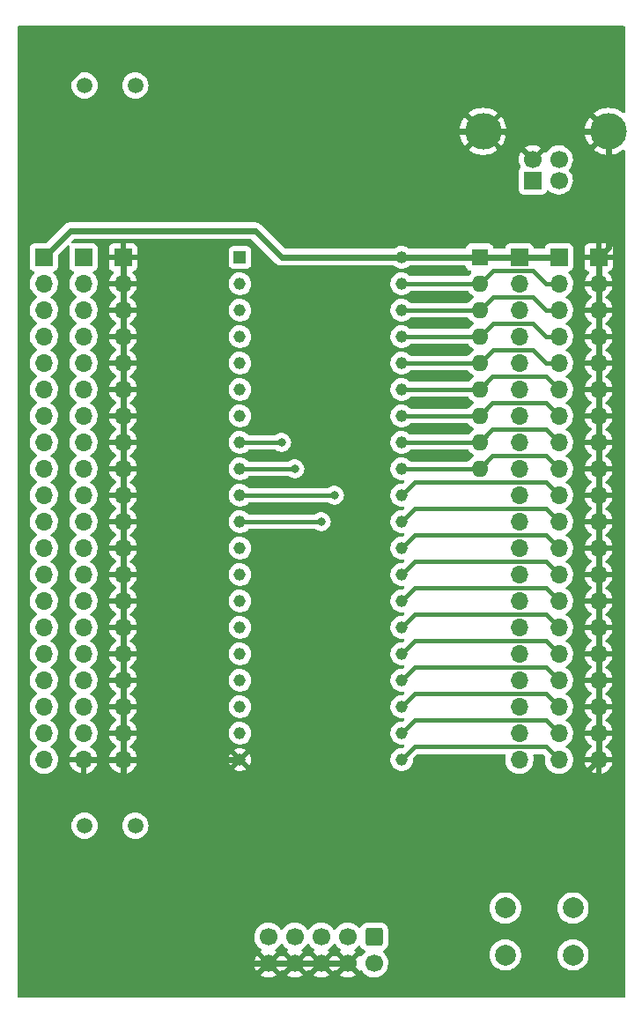
<source format=gbl>
G04 #@! TF.GenerationSoftware,KiCad,Pcbnew,(6.0.10)*
G04 #@! TF.CreationDate,2023-01-04T16:14:12-06:00*
G04 #@! TF.ProjectId,AT89S52_dev_board,41543839-5335-4325-9f64-65765f626f61,rev?*
G04 #@! TF.SameCoordinates,Original*
G04 #@! TF.FileFunction,Copper,L2,Bot*
G04 #@! TF.FilePolarity,Positive*
%FSLAX46Y46*%
G04 Gerber Fmt 4.6, Leading zero omitted, Abs format (unit mm)*
G04 Created by KiCad (PCBNEW (6.0.10)) date 2023-01-04 16:14:12*
%MOMM*%
%LPD*%
G01*
G04 APERTURE LIST*
G04 Aperture macros list*
%AMRoundRect*
0 Rectangle with rounded corners*
0 $1 Rounding radius*
0 $2 $3 $4 $5 $6 $7 $8 $9 X,Y pos of 4 corners*
0 Add a 4 corners polygon primitive as box body*
4,1,4,$2,$3,$4,$5,$6,$7,$8,$9,$2,$3,0*
0 Add four circle primitives for the rounded corners*
1,1,$1+$1,$2,$3*
1,1,$1+$1,$4,$5*
1,1,$1+$1,$6,$7*
1,1,$1+$1,$8,$9*
0 Add four rect primitives between the rounded corners*
20,1,$1+$1,$2,$3,$4,$5,0*
20,1,$1+$1,$4,$5,$6,$7,0*
20,1,$1+$1,$6,$7,$8,$9,0*
20,1,$1+$1,$8,$9,$2,$3,0*%
G04 Aperture macros list end*
G04 #@! TA.AperFunction,ComponentPad*
%ADD10C,2.000000*%
G04 #@! TD*
G04 #@! TA.AperFunction,ComponentPad*
%ADD11R,1.700000X1.700000*%
G04 #@! TD*
G04 #@! TA.AperFunction,ComponentPad*
%ADD12O,1.700000X1.700000*%
G04 #@! TD*
G04 #@! TA.AperFunction,ComponentPad*
%ADD13C,1.500000*%
G04 #@! TD*
G04 #@! TA.AperFunction,ComponentPad*
%ADD14R,1.600000X1.600000*%
G04 #@! TD*
G04 #@! TA.AperFunction,ComponentPad*
%ADD15O,1.600000X1.600000*%
G04 #@! TD*
G04 #@! TA.AperFunction,ComponentPad*
%ADD16RoundRect,0.250000X-0.600000X0.600000X-0.600000X-0.600000X0.600000X-0.600000X0.600000X0.600000X0*%
G04 #@! TD*
G04 #@! TA.AperFunction,ComponentPad*
%ADD17C,1.700000*%
G04 #@! TD*
G04 #@! TA.AperFunction,ComponentPad*
%ADD18C,3.500000*%
G04 #@! TD*
G04 #@! TA.AperFunction,ComponentPad*
%ADD19R,1.159000X1.159000*%
G04 #@! TD*
G04 #@! TA.AperFunction,ComponentPad*
%ADD20C,1.159000*%
G04 #@! TD*
G04 #@! TA.AperFunction,ViaPad*
%ADD21C,0.800000*%
G04 #@! TD*
G04 #@! TA.AperFunction,Conductor*
%ADD22C,0.400000*%
G04 #@! TD*
G04 #@! TA.AperFunction,Conductor*
%ADD23C,0.600000*%
G04 #@! TD*
G04 APERTURE END LIST*
D10*
X182955000Y-143800000D03*
X176455000Y-143800000D03*
X182955000Y-148300000D03*
X176455000Y-148300000D03*
D11*
X135890000Y-81280000D03*
D12*
X135890000Y-83820000D03*
X135890000Y-86360000D03*
X135890000Y-88900000D03*
X135890000Y-91440000D03*
X135890000Y-93980000D03*
X135890000Y-96520000D03*
X135890000Y-99060000D03*
X135890000Y-101600000D03*
X135890000Y-104140000D03*
X135890000Y-106680000D03*
X135890000Y-109220000D03*
X135890000Y-111760000D03*
X135890000Y-114300000D03*
X135890000Y-116840000D03*
X135890000Y-119380000D03*
X135890000Y-121920000D03*
X135890000Y-124460000D03*
X135890000Y-127000000D03*
X135890000Y-129540000D03*
D11*
X181610000Y-81285000D03*
D12*
X181610000Y-83825000D03*
X181610000Y-86365000D03*
X181610000Y-88905000D03*
X181610000Y-91445000D03*
X181610000Y-93985000D03*
X181610000Y-96525000D03*
X181610000Y-99065000D03*
X181610000Y-101605000D03*
X181610000Y-104145000D03*
X181610000Y-106685000D03*
X181610000Y-109225000D03*
X181610000Y-111765000D03*
X181610000Y-114305000D03*
X181610000Y-116845000D03*
X181610000Y-119385000D03*
X181610000Y-121925000D03*
X181610000Y-124465000D03*
X181610000Y-127005000D03*
X181610000Y-129545000D03*
D13*
X140880000Y-64770000D03*
X136000000Y-64770000D03*
D14*
X173990000Y-81265000D03*
D15*
X173990000Y-83805000D03*
X173990000Y-86345000D03*
X173990000Y-88885000D03*
X173990000Y-91425000D03*
X173990000Y-93965000D03*
X173990000Y-96505000D03*
X173990000Y-99045000D03*
X173990000Y-101585000D03*
D11*
X139700000Y-81280000D03*
D12*
X139700000Y-83820000D03*
X139700000Y-86360000D03*
X139700000Y-88900000D03*
X139700000Y-91440000D03*
X139700000Y-93980000D03*
X139700000Y-96520000D03*
X139700000Y-99060000D03*
X139700000Y-101600000D03*
X139700000Y-104140000D03*
X139700000Y-106680000D03*
X139700000Y-109220000D03*
X139700000Y-111760000D03*
X139700000Y-114300000D03*
X139700000Y-116840000D03*
X139700000Y-119380000D03*
X139700000Y-121920000D03*
X139700000Y-124460000D03*
X139700000Y-127000000D03*
X139700000Y-129540000D03*
D16*
X163830000Y-146567500D03*
D17*
X163830000Y-149107500D03*
X161290000Y-146567500D03*
X161290000Y-149107500D03*
X158750000Y-146567500D03*
X158750000Y-149107500D03*
X156210000Y-146567500D03*
X156210000Y-149107500D03*
X153670000Y-146567500D03*
X153670000Y-149107500D03*
D11*
X132080000Y-81280000D03*
D12*
X132080000Y-83820000D03*
X132080000Y-86360000D03*
X132080000Y-88900000D03*
X132080000Y-91440000D03*
X132080000Y-93980000D03*
X132080000Y-96520000D03*
X132080000Y-99060000D03*
X132080000Y-101600000D03*
X132080000Y-104140000D03*
X132080000Y-106680000D03*
X132080000Y-109220000D03*
X132080000Y-111760000D03*
X132080000Y-114300000D03*
X132080000Y-116840000D03*
X132080000Y-119380000D03*
X132080000Y-121920000D03*
X132080000Y-124460000D03*
X132080000Y-127000000D03*
X132080000Y-129540000D03*
D11*
X185420000Y-81285000D03*
D12*
X185420000Y-83825000D03*
X185420000Y-86365000D03*
X185420000Y-88905000D03*
X185420000Y-91445000D03*
X185420000Y-93985000D03*
X185420000Y-96525000D03*
X185420000Y-99065000D03*
X185420000Y-101605000D03*
X185420000Y-104145000D03*
X185420000Y-106685000D03*
X185420000Y-109225000D03*
X185420000Y-111765000D03*
X185420000Y-114305000D03*
X185420000Y-116845000D03*
X185420000Y-119385000D03*
X185420000Y-121925000D03*
X185420000Y-124465000D03*
X185420000Y-127005000D03*
X185420000Y-129545000D03*
D11*
X179090000Y-73887500D03*
D17*
X181590000Y-73887500D03*
X181590000Y-71887500D03*
X179090000Y-71887500D03*
D18*
X186360000Y-69177500D03*
X174320000Y-69177500D03*
D11*
X177800000Y-81285000D03*
D12*
X177800000Y-83825000D03*
X177800000Y-86365000D03*
X177800000Y-88905000D03*
X177800000Y-91445000D03*
X177800000Y-93985000D03*
X177800000Y-96525000D03*
X177800000Y-99065000D03*
X177800000Y-101605000D03*
X177800000Y-104145000D03*
X177800000Y-106685000D03*
X177800000Y-109225000D03*
X177800000Y-111765000D03*
X177800000Y-114305000D03*
X177800000Y-116845000D03*
X177800000Y-119385000D03*
X177800000Y-121925000D03*
X177800000Y-124465000D03*
X177800000Y-127005000D03*
X177800000Y-129545000D03*
D13*
X140880000Y-135890000D03*
X136000000Y-135890000D03*
D19*
X150933000Y-81280000D03*
D20*
X150933000Y-83820000D03*
X150933000Y-86360000D03*
X150933000Y-88900000D03*
X150933000Y-91440000D03*
X150933000Y-93980000D03*
X150933000Y-96520000D03*
X150933000Y-99060000D03*
X150933000Y-101600000D03*
X150933000Y-104140000D03*
X150933000Y-106680000D03*
X150933000Y-109220000D03*
X150933000Y-111760000D03*
X150933000Y-114300000D03*
X150933000Y-116840000D03*
X150933000Y-119380000D03*
X150933000Y-121920000D03*
X150933000Y-124460000D03*
X150933000Y-127000000D03*
X150933000Y-129540000D03*
X166491000Y-129540000D03*
X166491000Y-127000000D03*
X166491000Y-124460000D03*
X166491000Y-121920000D03*
X166491000Y-119380000D03*
X166491000Y-116840000D03*
X166491000Y-114300000D03*
X166491000Y-111760000D03*
X166491000Y-109220000D03*
X166491000Y-106680000D03*
X166491000Y-104140000D03*
X166491000Y-101600000D03*
X166491000Y-99060000D03*
X166491000Y-96520000D03*
X166491000Y-93980000D03*
X166491000Y-91440000D03*
X166491000Y-88900000D03*
X166491000Y-86360000D03*
X166491000Y-83820000D03*
X166491000Y-81280000D03*
D21*
X138430000Y-60325000D03*
X138430000Y-140970000D03*
X132080000Y-75565000D03*
X146050000Y-69850000D03*
X156210000Y-101600000D03*
X154940000Y-99060000D03*
X158750000Y-106680000D03*
X160020000Y-104140000D03*
D22*
X180360489Y-128295489D02*
X167735511Y-128295489D01*
X167735511Y-128295489D02*
X166491000Y-129540000D01*
X181610000Y-129545000D02*
X180360489Y-128295489D01*
X167735511Y-125755489D02*
X166491000Y-127000000D01*
X181610000Y-127005000D02*
X180360489Y-125755489D01*
X180360489Y-125755489D02*
X167735511Y-125755489D01*
X167735511Y-123215489D02*
X166491000Y-124460000D01*
X180360489Y-123215489D02*
X167735511Y-123215489D01*
X181610000Y-124465000D02*
X180360489Y-123215489D01*
X180360489Y-120675489D02*
X167735511Y-120675489D01*
X181610000Y-121925000D02*
X180360489Y-120675489D01*
X167735511Y-120675489D02*
X166491000Y-121920000D01*
X167735511Y-118135489D02*
X166491000Y-119380000D01*
X181610000Y-119385000D02*
X180360489Y-118135489D01*
X180360489Y-118135489D02*
X167735511Y-118135489D01*
X181610000Y-116845000D02*
X180360489Y-115595489D01*
X180360489Y-115595489D02*
X167735511Y-115595489D01*
X167735511Y-115595489D02*
X166491000Y-116840000D01*
X181610000Y-114305000D02*
X180360489Y-113055489D01*
X167735511Y-113055489D02*
X166491000Y-114300000D01*
X180360489Y-113055489D02*
X167735511Y-113055489D01*
X181610000Y-111765000D02*
X180360489Y-110515489D01*
X167735511Y-110515489D02*
X166491000Y-111760000D01*
X180360489Y-110515489D02*
X167735511Y-110515489D01*
X180360489Y-107975489D02*
X167735511Y-107975489D01*
X181610000Y-109225000D02*
X180360489Y-107975489D01*
X167735511Y-107975489D02*
X166491000Y-109220000D01*
X180335000Y-105410000D02*
X167761000Y-105410000D01*
X181610000Y-106685000D02*
X180335000Y-105410000D01*
X167761000Y-105410000D02*
X166491000Y-106680000D01*
X167761000Y-102870000D02*
X166491000Y-104140000D01*
X180340000Y-102870000D02*
X167761000Y-102870000D01*
X180340000Y-102875000D02*
X180340000Y-102870000D01*
X181610000Y-104145000D02*
X180340000Y-102875000D01*
X175219511Y-100355489D02*
X173990000Y-101585000D01*
X180360489Y-100355489D02*
X175219511Y-100355489D01*
X173975000Y-101600000D02*
X173990000Y-101585000D01*
X181610000Y-101605000D02*
X180360489Y-100355489D01*
X166491000Y-101600000D02*
X173975000Y-101600000D01*
X173990000Y-99045000D02*
X166506000Y-99045000D01*
X181610000Y-99065000D02*
X180360489Y-97815489D01*
X166506000Y-99045000D02*
X166491000Y-99060000D01*
X175219511Y-97815489D02*
X173990000Y-99045000D01*
X180360489Y-97815489D02*
X175219511Y-97815489D01*
X180360489Y-95275489D02*
X175219511Y-95275489D01*
X175219511Y-95275489D02*
X173990000Y-96505000D01*
X181610000Y-96525000D02*
X180360489Y-95275489D01*
X173975000Y-96520000D02*
X173990000Y-96505000D01*
X166491000Y-96520000D02*
X173975000Y-96520000D01*
X180360489Y-92735489D02*
X175219511Y-92735489D01*
X166506000Y-93965000D02*
X166491000Y-93980000D01*
X173990000Y-93965000D02*
X166506000Y-93965000D01*
X181610000Y-93985000D02*
X180360489Y-92735489D01*
X175219511Y-92735489D02*
X173990000Y-93965000D01*
X180345000Y-91445000D02*
X179070000Y-90170000D01*
X179070000Y-90170000D02*
X175245000Y-90170000D01*
X181610000Y-91445000D02*
X180345000Y-91445000D01*
X175245000Y-90170000D02*
X173990000Y-91425000D01*
X166491000Y-91440000D02*
X173975000Y-91440000D01*
X173975000Y-91440000D02*
X173990000Y-91425000D01*
X175245000Y-87630000D02*
X173990000Y-88885000D01*
X166506000Y-88885000D02*
X166491000Y-88900000D01*
X181610000Y-88905000D02*
X180345000Y-88905000D01*
X173990000Y-88885000D02*
X166506000Y-88885000D01*
X179070000Y-87630000D02*
X175245000Y-87630000D01*
X180345000Y-88905000D02*
X179070000Y-87630000D01*
X181610000Y-86365000D02*
X180345000Y-86365000D01*
X173975000Y-86360000D02*
X173990000Y-86345000D01*
X175245000Y-85090000D02*
X173990000Y-86345000D01*
X166491000Y-86360000D02*
X173975000Y-86360000D01*
X180345000Y-86365000D02*
X179070000Y-85090000D01*
X179070000Y-85090000D02*
X175245000Y-85090000D01*
X179070000Y-82550000D02*
X175245000Y-82550000D01*
X175245000Y-82550000D02*
X173990000Y-83805000D01*
X181610000Y-83825000D02*
X180345000Y-83825000D01*
X166506000Y-83805000D02*
X166491000Y-83820000D01*
X173990000Y-83805000D02*
X166506000Y-83805000D01*
X180345000Y-83825000D02*
X179070000Y-82550000D01*
D23*
X173975000Y-81280000D02*
X173990000Y-81265000D01*
X177780000Y-81265000D02*
X177800000Y-81285000D01*
X134620000Y-78740000D02*
X132080000Y-81280000D01*
X181610000Y-81285000D02*
X177800000Y-81285000D01*
X173990000Y-81265000D02*
X177780000Y-81265000D01*
X154940000Y-81280000D02*
X152400000Y-78740000D01*
X166491000Y-81280000D02*
X173975000Y-81280000D01*
X166491000Y-81280000D02*
X154940000Y-81280000D01*
X152400000Y-78740000D02*
X134620000Y-78740000D01*
X132080000Y-66675000D02*
X138430000Y-60325000D01*
X185420000Y-116845000D02*
X185420000Y-119385000D01*
X150933000Y-129540000D02*
X139700000Y-129540000D01*
X158750000Y-149107500D02*
X156210000Y-149107500D01*
X185420000Y-96525000D02*
X185420000Y-99065000D01*
X185420000Y-121925000D02*
X185420000Y-124465000D01*
X170180000Y-144785000D02*
X185420000Y-129545000D01*
X185420000Y-91445000D02*
X185420000Y-88905000D01*
X132080000Y-75565000D02*
X132080000Y-66675000D01*
X135890000Y-129540000D02*
X139700000Y-129540000D01*
X185420000Y-101605000D02*
X185420000Y-104145000D01*
X132080000Y-75565000D02*
X140335000Y-75565000D01*
X170180000Y-149225000D02*
X170180000Y-144785000D01*
X153670000Y-149107500D02*
X146567500Y-149107500D01*
X185420000Y-101605000D02*
X185420000Y-99065000D01*
X140335000Y-75565000D02*
X146050000Y-69850000D01*
X139700000Y-124460000D02*
X139700000Y-127000000D01*
X138430000Y-134620000D02*
X138430000Y-140970000D01*
X185420000Y-114305000D02*
X185420000Y-116845000D01*
X139700000Y-86360000D02*
X139700000Y-88900000D01*
X146567500Y-149107500D02*
X138430000Y-140970000D01*
X139700000Y-119380000D02*
X139700000Y-121920000D01*
X139700000Y-106680000D02*
X139700000Y-109220000D01*
X139700000Y-96520000D02*
X139700000Y-99060000D01*
X186360000Y-69177500D02*
X186360000Y-80345000D01*
X139700000Y-111760000D02*
X139700000Y-114300000D01*
X174320000Y-69177500D02*
X176380000Y-69177500D01*
X185420000Y-111765000D02*
X185420000Y-114305000D01*
X186360000Y-80345000D02*
X185420000Y-81285000D01*
X185420000Y-104145000D02*
X185420000Y-106685000D01*
X139700000Y-81280000D02*
X139700000Y-83820000D01*
X176380000Y-69177500D02*
X179090000Y-71887500D01*
X185420000Y-81285000D02*
X185420000Y-83825000D01*
X139700000Y-129540000D02*
X139700000Y-133350000D01*
X139700000Y-127000000D02*
X139700000Y-129540000D01*
X163312500Y-151130000D02*
X168275000Y-151130000D01*
X139700000Y-116840000D02*
X139700000Y-119380000D01*
X139700000Y-101600000D02*
X139700000Y-104140000D01*
X185420000Y-124465000D02*
X185420000Y-127005000D01*
X139700000Y-91440000D02*
X139700000Y-93980000D01*
X185420000Y-83825000D02*
X185420000Y-86365000D01*
X185420000Y-129545000D02*
X185420000Y-127005000D01*
X139700000Y-88900000D02*
X139700000Y-91440000D01*
X185420000Y-93985000D02*
X185420000Y-96525000D01*
X185420000Y-91445000D02*
X185420000Y-93985000D01*
X174320000Y-69177500D02*
X186360000Y-69177500D01*
X139700000Y-121920000D02*
X139700000Y-124460000D01*
X161290000Y-149107500D02*
X163312500Y-151130000D01*
X185420000Y-109225000D02*
X185420000Y-111765000D01*
X168275000Y-151130000D02*
X170180000Y-149225000D01*
X146722500Y-69177500D02*
X174320000Y-69177500D01*
X185420000Y-88905000D02*
X185420000Y-86365000D01*
X139700000Y-114300000D02*
X139700000Y-116840000D01*
X139700000Y-99060000D02*
X139700000Y-101600000D01*
X185420000Y-119385000D02*
X185420000Y-121925000D01*
X161290000Y-149107500D02*
X158750000Y-149107500D01*
X139700000Y-93980000D02*
X139700000Y-96520000D01*
X153670000Y-149107500D02*
X156210000Y-149107500D01*
X139700000Y-133350000D02*
X138430000Y-134620000D01*
X139700000Y-104140000D02*
X139700000Y-106680000D01*
X139700000Y-83820000D02*
X139700000Y-86360000D01*
X140335000Y-75565000D02*
X146722500Y-69177500D01*
X185420000Y-106685000D02*
X185420000Y-109225000D01*
X139700000Y-109220000D02*
X139700000Y-111760000D01*
D22*
X156210000Y-101600000D02*
X150933000Y-101600000D01*
X150933000Y-99060000D02*
X154940000Y-99060000D01*
X150933000Y-106680000D02*
X158750000Y-106680000D01*
X160020000Y-104140000D02*
X150933000Y-104140000D01*
G04 #@! TA.AperFunction,Conductor*
G36*
X187902121Y-59075002D02*
G01*
X187948614Y-59128658D01*
X187960000Y-59181000D01*
X187960000Y-67299274D01*
X187939998Y-67367395D01*
X187886342Y-67413888D01*
X187816068Y-67423992D01*
X187750922Y-67394005D01*
X187740642Y-67384989D01*
X187734102Y-67379972D01*
X187494856Y-67220113D01*
X187487719Y-67215992D01*
X187229651Y-67088728D01*
X187222047Y-67085578D01*
X186949580Y-66993088D01*
X186941617Y-66990954D01*
X186659400Y-66934817D01*
X186651249Y-66933744D01*
X186364119Y-66914925D01*
X186355881Y-66914925D01*
X186068751Y-66933744D01*
X186060600Y-66934817D01*
X185778383Y-66990954D01*
X185770420Y-66993088D01*
X185497953Y-67085578D01*
X185490349Y-67088728D01*
X185232282Y-67215992D01*
X185225145Y-67220113D01*
X184985901Y-67379970D01*
X184979361Y-67384988D01*
X184964926Y-67397647D01*
X184956528Y-67410886D01*
X184962362Y-67420651D01*
X186630115Y-69088405D01*
X186664141Y-69150717D01*
X186659076Y-69221533D01*
X186630115Y-69266595D01*
X186360000Y-69536710D01*
X184964116Y-70932595D01*
X184956602Y-70946356D01*
X184963060Y-70955717D01*
X184979361Y-70970012D01*
X184985901Y-70975030D01*
X185225144Y-71134887D01*
X185232281Y-71139008D01*
X185490349Y-71266272D01*
X185497953Y-71269422D01*
X185770420Y-71361912D01*
X185778383Y-71364046D01*
X186060600Y-71420183D01*
X186068751Y-71421256D01*
X186355881Y-71440075D01*
X186364119Y-71440075D01*
X186651249Y-71421256D01*
X186659400Y-71420183D01*
X186941617Y-71364046D01*
X186949580Y-71361912D01*
X187222047Y-71269422D01*
X187229651Y-71266272D01*
X187487719Y-71139008D01*
X187494856Y-71134887D01*
X187734102Y-70975028D01*
X187740642Y-70970011D01*
X187750922Y-70960995D01*
X187815326Y-70931118D01*
X187885659Y-70940803D01*
X187939590Y-70986975D01*
X187960000Y-71055726D01*
X187960000Y-152274000D01*
X187939998Y-152342121D01*
X187886342Y-152388614D01*
X187834000Y-152400000D01*
X129666000Y-152400000D01*
X129597879Y-152379998D01*
X129551386Y-152326342D01*
X129540000Y-152274000D01*
X129540000Y-150232353D01*
X152909977Y-150232353D01*
X152915258Y-150239407D01*
X153076756Y-150333779D01*
X153086042Y-150338229D01*
X153285001Y-150414203D01*
X153294899Y-150417079D01*
X153503595Y-150459538D01*
X153513823Y-150460757D01*
X153726650Y-150468562D01*
X153736936Y-150468095D01*
X153948185Y-150441034D01*
X153958262Y-150438892D01*
X154162255Y-150377691D01*
X154171842Y-150373933D01*
X154363098Y-150280238D01*
X154371944Y-150274965D01*
X154419247Y-150241223D01*
X154426211Y-150232353D01*
X155449977Y-150232353D01*
X155455258Y-150239407D01*
X155616756Y-150333779D01*
X155626042Y-150338229D01*
X155825001Y-150414203D01*
X155834899Y-150417079D01*
X156043595Y-150459538D01*
X156053823Y-150460757D01*
X156266650Y-150468562D01*
X156276936Y-150468095D01*
X156488185Y-150441034D01*
X156498262Y-150438892D01*
X156702255Y-150377691D01*
X156711842Y-150373933D01*
X156903098Y-150280238D01*
X156911944Y-150274965D01*
X156959247Y-150241223D01*
X156966211Y-150232353D01*
X157989977Y-150232353D01*
X157995258Y-150239407D01*
X158156756Y-150333779D01*
X158166042Y-150338229D01*
X158365001Y-150414203D01*
X158374899Y-150417079D01*
X158583595Y-150459538D01*
X158593823Y-150460757D01*
X158806650Y-150468562D01*
X158816936Y-150468095D01*
X159028185Y-150441034D01*
X159038262Y-150438892D01*
X159242255Y-150377691D01*
X159251842Y-150373933D01*
X159443098Y-150280238D01*
X159451944Y-150274965D01*
X159499247Y-150241223D01*
X159506211Y-150232353D01*
X160529977Y-150232353D01*
X160535258Y-150239407D01*
X160696756Y-150333779D01*
X160706042Y-150338229D01*
X160905001Y-150414203D01*
X160914899Y-150417079D01*
X161123595Y-150459538D01*
X161133823Y-150460757D01*
X161346650Y-150468562D01*
X161356936Y-150468095D01*
X161568185Y-150441034D01*
X161578262Y-150438892D01*
X161782255Y-150377691D01*
X161791842Y-150373933D01*
X161983098Y-150280238D01*
X161991944Y-150274965D01*
X162039247Y-150241223D01*
X162047648Y-150230523D01*
X162040660Y-150217370D01*
X161302812Y-149479522D01*
X161288868Y-149471908D01*
X161287035Y-149472039D01*
X161280420Y-149476290D01*
X160536737Y-150219973D01*
X160529977Y-150232353D01*
X159506211Y-150232353D01*
X159507648Y-150230523D01*
X159500660Y-150217370D01*
X158762812Y-149479522D01*
X158748868Y-149471908D01*
X158747035Y-149472039D01*
X158740420Y-149476290D01*
X157996737Y-150219973D01*
X157989977Y-150232353D01*
X156966211Y-150232353D01*
X156967648Y-150230523D01*
X156960660Y-150217370D01*
X156222812Y-149479522D01*
X156208868Y-149471908D01*
X156207035Y-149472039D01*
X156200420Y-149476290D01*
X155456737Y-150219973D01*
X155449977Y-150232353D01*
X154426211Y-150232353D01*
X154427648Y-150230523D01*
X154420660Y-150217370D01*
X153682812Y-149479522D01*
X153668868Y-149471908D01*
X153667035Y-149472039D01*
X153660420Y-149476290D01*
X152916737Y-150219973D01*
X152909977Y-150232353D01*
X129540000Y-150232353D01*
X129540000Y-149079363D01*
X152308050Y-149079363D01*
X152320309Y-149291977D01*
X152321745Y-149302197D01*
X152368565Y-149509946D01*
X152371645Y-149519775D01*
X152451770Y-149717103D01*
X152456413Y-149726294D01*
X152536460Y-149856920D01*
X152546916Y-149866380D01*
X152555694Y-149862596D01*
X153297978Y-149120312D01*
X153304356Y-149108632D01*
X154034408Y-149108632D01*
X154034539Y-149110465D01*
X154038790Y-149117080D01*
X154780474Y-149858764D01*
X154792484Y-149865323D01*
X154804223Y-149856355D01*
X154838022Y-149809319D01*
X154839149Y-149810129D01*
X154886659Y-149766381D01*
X154956596Y-149754161D01*
X155022038Y-149781691D01*
X155049870Y-149813529D01*
X155076459Y-149856919D01*
X155086916Y-149866380D01*
X155095694Y-149862596D01*
X155837978Y-149120312D01*
X155844356Y-149108632D01*
X156574408Y-149108632D01*
X156574539Y-149110465D01*
X156578790Y-149117080D01*
X157320474Y-149858764D01*
X157332484Y-149865323D01*
X157344223Y-149856355D01*
X157378022Y-149809319D01*
X157379149Y-149810129D01*
X157426659Y-149766381D01*
X157496596Y-149754161D01*
X157562038Y-149781691D01*
X157589870Y-149813529D01*
X157616459Y-149856919D01*
X157626916Y-149866380D01*
X157635694Y-149862596D01*
X158377978Y-149120312D01*
X158384356Y-149108632D01*
X159114408Y-149108632D01*
X159114539Y-149110465D01*
X159118790Y-149117080D01*
X159860474Y-149858764D01*
X159872484Y-149865323D01*
X159884223Y-149856355D01*
X159918022Y-149809319D01*
X159919149Y-149810129D01*
X159966659Y-149766381D01*
X160036596Y-149754161D01*
X160102038Y-149781691D01*
X160129870Y-149813529D01*
X160156459Y-149856919D01*
X160166916Y-149866380D01*
X160175694Y-149862596D01*
X160917978Y-149120312D01*
X160925592Y-149106368D01*
X160925461Y-149104535D01*
X160921210Y-149097920D01*
X160179849Y-148356559D01*
X160168313Y-148350259D01*
X160156028Y-148359884D01*
X160123192Y-148408020D01*
X160068281Y-148453023D01*
X159997756Y-148461194D01*
X159934009Y-148429940D01*
X159913311Y-148405455D01*
X159883062Y-148358697D01*
X159872377Y-148349495D01*
X159862812Y-148353898D01*
X159122022Y-149094688D01*
X159114408Y-149108632D01*
X158384356Y-149108632D01*
X158385592Y-149106368D01*
X158385461Y-149104535D01*
X158381210Y-149097920D01*
X157639849Y-148356559D01*
X157628313Y-148350259D01*
X157616028Y-148359884D01*
X157583192Y-148408020D01*
X157528281Y-148453023D01*
X157457756Y-148461194D01*
X157394009Y-148429940D01*
X157373311Y-148405455D01*
X157343062Y-148358697D01*
X157332377Y-148349495D01*
X157322812Y-148353898D01*
X156582022Y-149094688D01*
X156574408Y-149108632D01*
X155844356Y-149108632D01*
X155845592Y-149106368D01*
X155845461Y-149104535D01*
X155841210Y-149097920D01*
X155099849Y-148356559D01*
X155088313Y-148350259D01*
X155076028Y-148359884D01*
X155043192Y-148408020D01*
X154988281Y-148453023D01*
X154917756Y-148461194D01*
X154854009Y-148429940D01*
X154833311Y-148405455D01*
X154803062Y-148358697D01*
X154792377Y-148349495D01*
X154782812Y-148353898D01*
X154042022Y-149094688D01*
X154034408Y-149108632D01*
X153304356Y-149108632D01*
X153305592Y-149106368D01*
X153305461Y-149104535D01*
X153301210Y-149097920D01*
X152559849Y-148356559D01*
X152548313Y-148350259D01*
X152536031Y-148359882D01*
X152488089Y-148430162D01*
X152483004Y-148439113D01*
X152393338Y-148632283D01*
X152389775Y-148641970D01*
X152332864Y-148847181D01*
X152330933Y-148857300D01*
X152308302Y-149069074D01*
X152308050Y-149079363D01*
X129540000Y-149079363D01*
X129540000Y-146534195D01*
X152307251Y-146534195D01*
X152320110Y-146757215D01*
X152321247Y-146762261D01*
X152321248Y-146762267D01*
X152331244Y-146806620D01*
X152369222Y-146975139D01*
X152453266Y-147182116D01*
X152504942Y-147266444D01*
X152567291Y-147368188D01*
X152569987Y-147372588D01*
X152716250Y-147541438D01*
X152888126Y-147684132D01*
X152961955Y-147727274D01*
X153010679Y-147778912D01*
X153023750Y-147848695D01*
X152997019Y-147914467D01*
X152956562Y-147947827D01*
X152948460Y-147952044D01*
X152939734Y-147957539D01*
X152919677Y-147972599D01*
X152911223Y-147983927D01*
X152917968Y-147996258D01*
X153657188Y-148735478D01*
X153671132Y-148743092D01*
X153672965Y-148742961D01*
X153679580Y-148738710D01*
X154423389Y-147994901D01*
X154430410Y-147982044D01*
X154423611Y-147972713D01*
X154419559Y-147970021D01*
X154382602Y-147949620D01*
X154332631Y-147899187D01*
X154317859Y-147829745D01*
X154342975Y-147763339D01*
X154370327Y-147736732D01*
X154393797Y-147719991D01*
X154549860Y-147608673D01*
X154708096Y-147450989D01*
X154767594Y-147368189D01*
X154838453Y-147269577D01*
X154839776Y-147270528D01*
X154886645Y-147227357D01*
X154956580Y-147215125D01*
X155022026Y-147242644D01*
X155049875Y-147274494D01*
X155109987Y-147372588D01*
X155256250Y-147541438D01*
X155428126Y-147684132D01*
X155501955Y-147727274D01*
X155550679Y-147778912D01*
X155563750Y-147848695D01*
X155537019Y-147914467D01*
X155496562Y-147947827D01*
X155488460Y-147952044D01*
X155479734Y-147957539D01*
X155459677Y-147972599D01*
X155451223Y-147983927D01*
X155457968Y-147996258D01*
X156197188Y-148735478D01*
X156211132Y-148743092D01*
X156212965Y-148742961D01*
X156219580Y-148738710D01*
X156963389Y-147994901D01*
X156970410Y-147982044D01*
X156963611Y-147972713D01*
X156959559Y-147970021D01*
X156922602Y-147949620D01*
X156872631Y-147899187D01*
X156857859Y-147829745D01*
X156882975Y-147763339D01*
X156910327Y-147736732D01*
X156933797Y-147719991D01*
X157089860Y-147608673D01*
X157248096Y-147450989D01*
X157307594Y-147368189D01*
X157378453Y-147269577D01*
X157379776Y-147270528D01*
X157426645Y-147227357D01*
X157496580Y-147215125D01*
X157562026Y-147242644D01*
X157589875Y-147274494D01*
X157649987Y-147372588D01*
X157796250Y-147541438D01*
X157968126Y-147684132D01*
X158041955Y-147727274D01*
X158090679Y-147778912D01*
X158103750Y-147848695D01*
X158077019Y-147914467D01*
X158036562Y-147947827D01*
X158028460Y-147952044D01*
X158019734Y-147957539D01*
X157999677Y-147972599D01*
X157991223Y-147983927D01*
X157997968Y-147996258D01*
X158737188Y-148735478D01*
X158751132Y-148743092D01*
X158752965Y-148742961D01*
X158759580Y-148738710D01*
X159503389Y-147994901D01*
X159510410Y-147982044D01*
X159503611Y-147972713D01*
X159499559Y-147970021D01*
X159462602Y-147949620D01*
X159412631Y-147899187D01*
X159397859Y-147829745D01*
X159422975Y-147763339D01*
X159450327Y-147736732D01*
X159473797Y-147719991D01*
X159629860Y-147608673D01*
X159788096Y-147450989D01*
X159847594Y-147368189D01*
X159918453Y-147269577D01*
X159919776Y-147270528D01*
X159966645Y-147227357D01*
X160036580Y-147215125D01*
X160102026Y-147242644D01*
X160129875Y-147274494D01*
X160189987Y-147372588D01*
X160336250Y-147541438D01*
X160508126Y-147684132D01*
X160581955Y-147727274D01*
X160630679Y-147778912D01*
X160643750Y-147848695D01*
X160617019Y-147914467D01*
X160576562Y-147947827D01*
X160568460Y-147952044D01*
X160559734Y-147957539D01*
X160539677Y-147972599D01*
X160531223Y-147983927D01*
X160537968Y-147996258D01*
X161277188Y-148735478D01*
X161291132Y-148743092D01*
X161292965Y-148742961D01*
X161299580Y-148738710D01*
X162043389Y-147994901D01*
X162050410Y-147982044D01*
X162043611Y-147972713D01*
X162039559Y-147970021D01*
X162002602Y-147949620D01*
X161952631Y-147899187D01*
X161937859Y-147829745D01*
X161962975Y-147763339D01*
X161990327Y-147736732D01*
X162013797Y-147719991D01*
X162169860Y-147608673D01*
X162328096Y-147450989D01*
X162328671Y-147451566D01*
X162384391Y-147415062D01*
X162455385Y-147414439D01*
X162515446Y-147452296D01*
X162535051Y-147482191D01*
X162536133Y-147484500D01*
X162538450Y-147491446D01*
X162631522Y-147641848D01*
X162756697Y-147766805D01*
X162762927Y-147770645D01*
X162762928Y-147770646D01*
X162889547Y-147848695D01*
X162907262Y-147859615D01*
X162914209Y-147861919D01*
X162916276Y-147862883D01*
X162969561Y-147909799D01*
X162989023Y-147978076D01*
X162968482Y-148046036D01*
X162938681Y-148077837D01*
X162924965Y-148088135D01*
X162770629Y-148249638D01*
X162697693Y-148356559D01*
X162662898Y-148407566D01*
X162607987Y-148452569D01*
X162537462Y-148460740D01*
X162473715Y-148429486D01*
X162453017Y-148405001D01*
X162423062Y-148358697D01*
X162412377Y-148349495D01*
X162402812Y-148353898D01*
X161662022Y-149094688D01*
X161654408Y-149108632D01*
X161654539Y-149110465D01*
X161658790Y-149117080D01*
X162400474Y-149858764D01*
X162412484Y-149865323D01*
X162424223Y-149856355D01*
X162458022Y-149809319D01*
X162459277Y-149810221D01*
X162506391Y-149766855D01*
X162576330Y-149754648D01*
X162641767Y-149782191D01*
X162669580Y-149814013D01*
X162727287Y-149908183D01*
X162727291Y-149908188D01*
X162729987Y-149912588D01*
X162876250Y-150081438D01*
X163048126Y-150224132D01*
X163241000Y-150336838D01*
X163449692Y-150416530D01*
X163454760Y-150417561D01*
X163454763Y-150417562D01*
X163559604Y-150438892D01*
X163668597Y-150461067D01*
X163673772Y-150461257D01*
X163673774Y-150461257D01*
X163886673Y-150469064D01*
X163886677Y-150469064D01*
X163891837Y-150469253D01*
X163896957Y-150468597D01*
X163896959Y-150468597D01*
X164108288Y-150441525D01*
X164108289Y-150441525D01*
X164113416Y-150440868D01*
X164118366Y-150439383D01*
X164322429Y-150378161D01*
X164322434Y-150378159D01*
X164327384Y-150376674D01*
X164527994Y-150278396D01*
X164709860Y-150148673D01*
X164868096Y-149990989D01*
X164998453Y-149809577D01*
X165005696Y-149794923D01*
X165095136Y-149613953D01*
X165095137Y-149613951D01*
X165097430Y-149609311D01*
X165162370Y-149395569D01*
X165191529Y-149174090D01*
X165193156Y-149107500D01*
X165174852Y-148884861D01*
X165120431Y-148668202D01*
X165031354Y-148463340D01*
X164925685Y-148300000D01*
X174941835Y-148300000D01*
X174960465Y-148536711D01*
X175015895Y-148767594D01*
X175106760Y-148986963D01*
X175109346Y-148991183D01*
X175228241Y-149185202D01*
X175228245Y-149185208D01*
X175230824Y-149189416D01*
X175385031Y-149369969D01*
X175565584Y-149524176D01*
X175569792Y-149526755D01*
X175569798Y-149526759D01*
X175704511Y-149609311D01*
X175768037Y-149648240D01*
X175772607Y-149650133D01*
X175772611Y-149650135D01*
X175956477Y-149726294D01*
X175987406Y-149739105D01*
X176067609Y-149758360D01*
X176213476Y-149793380D01*
X176213482Y-149793381D01*
X176218289Y-149794535D01*
X176455000Y-149813165D01*
X176691711Y-149794535D01*
X176696518Y-149793381D01*
X176696524Y-149793380D01*
X176842391Y-149758360D01*
X176922594Y-149739105D01*
X176953523Y-149726294D01*
X177137389Y-149650135D01*
X177137393Y-149650133D01*
X177141963Y-149648240D01*
X177205489Y-149609311D01*
X177340202Y-149526759D01*
X177340208Y-149526755D01*
X177344416Y-149524176D01*
X177524969Y-149369969D01*
X177679176Y-149189416D01*
X177681755Y-149185208D01*
X177681759Y-149185202D01*
X177800654Y-148991183D01*
X177803240Y-148986963D01*
X177894105Y-148767594D01*
X177949535Y-148536711D01*
X177968165Y-148300000D01*
X181441835Y-148300000D01*
X181460465Y-148536711D01*
X181515895Y-148767594D01*
X181606760Y-148986963D01*
X181609346Y-148991183D01*
X181728241Y-149185202D01*
X181728245Y-149185208D01*
X181730824Y-149189416D01*
X181885031Y-149369969D01*
X182065584Y-149524176D01*
X182069792Y-149526755D01*
X182069798Y-149526759D01*
X182204511Y-149609311D01*
X182268037Y-149648240D01*
X182272607Y-149650133D01*
X182272611Y-149650135D01*
X182456477Y-149726294D01*
X182487406Y-149739105D01*
X182567609Y-149758360D01*
X182713476Y-149793380D01*
X182713482Y-149793381D01*
X182718289Y-149794535D01*
X182955000Y-149813165D01*
X183191711Y-149794535D01*
X183196518Y-149793381D01*
X183196524Y-149793380D01*
X183342391Y-149758360D01*
X183422594Y-149739105D01*
X183453523Y-149726294D01*
X183637389Y-149650135D01*
X183637393Y-149650133D01*
X183641963Y-149648240D01*
X183705489Y-149609311D01*
X183840202Y-149526759D01*
X183840208Y-149526755D01*
X183844416Y-149524176D01*
X184024969Y-149369969D01*
X184179176Y-149189416D01*
X184181755Y-149185208D01*
X184181759Y-149185202D01*
X184300654Y-148991183D01*
X184303240Y-148986963D01*
X184394105Y-148767594D01*
X184449535Y-148536711D01*
X184468165Y-148300000D01*
X184449535Y-148063289D01*
X184433443Y-147996258D01*
X184400637Y-147859615D01*
X184394105Y-147832406D01*
X184392211Y-147827833D01*
X184305135Y-147617611D01*
X184305133Y-147617607D01*
X184303240Y-147613037D01*
X184298333Y-147605029D01*
X184181759Y-147414798D01*
X184181755Y-147414792D01*
X184179176Y-147410584D01*
X184024969Y-147230031D01*
X183844416Y-147075824D01*
X183840208Y-147073245D01*
X183840202Y-147073241D01*
X183646183Y-146954346D01*
X183641963Y-146951760D01*
X183637393Y-146949867D01*
X183637389Y-146949865D01*
X183427167Y-146862789D01*
X183427165Y-146862788D01*
X183422594Y-146860895D01*
X183342391Y-146841640D01*
X183196524Y-146806620D01*
X183196518Y-146806619D01*
X183191711Y-146805465D01*
X182955000Y-146786835D01*
X182718289Y-146805465D01*
X182713482Y-146806619D01*
X182713476Y-146806620D01*
X182567609Y-146841640D01*
X182487406Y-146860895D01*
X182482835Y-146862788D01*
X182482833Y-146862789D01*
X182272611Y-146949865D01*
X182272607Y-146949867D01*
X182268037Y-146951760D01*
X182263817Y-146954346D01*
X182069798Y-147073241D01*
X182069792Y-147073245D01*
X182065584Y-147075824D01*
X181885031Y-147230031D01*
X181730824Y-147410584D01*
X181728245Y-147414792D01*
X181728241Y-147414798D01*
X181611667Y-147605029D01*
X181606760Y-147613037D01*
X181604867Y-147617607D01*
X181604865Y-147617611D01*
X181517789Y-147827833D01*
X181515895Y-147832406D01*
X181509363Y-147859615D01*
X181476558Y-147996258D01*
X181460465Y-148063289D01*
X181441835Y-148300000D01*
X177968165Y-148300000D01*
X177949535Y-148063289D01*
X177933443Y-147996258D01*
X177900637Y-147859615D01*
X177894105Y-147832406D01*
X177892211Y-147827833D01*
X177805135Y-147617611D01*
X177805133Y-147617607D01*
X177803240Y-147613037D01*
X177798333Y-147605029D01*
X177681759Y-147414798D01*
X177681755Y-147414792D01*
X177679176Y-147410584D01*
X177524969Y-147230031D01*
X177344416Y-147075824D01*
X177340208Y-147073245D01*
X177340202Y-147073241D01*
X177146183Y-146954346D01*
X177141963Y-146951760D01*
X177137393Y-146949867D01*
X177137389Y-146949865D01*
X176927167Y-146862789D01*
X176927165Y-146862788D01*
X176922594Y-146860895D01*
X176842391Y-146841640D01*
X176696524Y-146806620D01*
X176696518Y-146806619D01*
X176691711Y-146805465D01*
X176455000Y-146786835D01*
X176218289Y-146805465D01*
X176213482Y-146806619D01*
X176213476Y-146806620D01*
X176067609Y-146841640D01*
X175987406Y-146860895D01*
X175982835Y-146862788D01*
X175982833Y-146862789D01*
X175772611Y-146949865D01*
X175772607Y-146949867D01*
X175768037Y-146951760D01*
X175763817Y-146954346D01*
X175569798Y-147073241D01*
X175569792Y-147073245D01*
X175565584Y-147075824D01*
X175385031Y-147230031D01*
X175230824Y-147410584D01*
X175228245Y-147414792D01*
X175228241Y-147414798D01*
X175111667Y-147605029D01*
X175106760Y-147613037D01*
X175104867Y-147617607D01*
X175104865Y-147617611D01*
X175017789Y-147827833D01*
X175015895Y-147832406D01*
X175009363Y-147859615D01*
X174976558Y-147996258D01*
X174960465Y-148063289D01*
X174941835Y-148300000D01*
X164925685Y-148300000D01*
X164910014Y-148275777D01*
X164759670Y-148110551D01*
X164717006Y-148076857D01*
X164675944Y-148018941D01*
X164672712Y-147948018D01*
X164708337Y-147886607D01*
X164741647Y-147863876D01*
X164747007Y-147861365D01*
X164753946Y-147859050D01*
X164904348Y-147765978D01*
X165029305Y-147640803D01*
X165051357Y-147605029D01*
X165118275Y-147496468D01*
X165118276Y-147496466D01*
X165122115Y-147490238D01*
X165177797Y-147322361D01*
X165188500Y-147217900D01*
X165188500Y-145917100D01*
X165188163Y-145913850D01*
X165178238Y-145818192D01*
X165178237Y-145818188D01*
X165177526Y-145811334D01*
X165143598Y-145709638D01*
X165123868Y-145650502D01*
X165121550Y-145643554D01*
X165028478Y-145493152D01*
X164903303Y-145368195D01*
X164829030Y-145322412D01*
X164758968Y-145279225D01*
X164758966Y-145279224D01*
X164752738Y-145275385D01*
X164643357Y-145239105D01*
X164591389Y-145221868D01*
X164591387Y-145221868D01*
X164584861Y-145219703D01*
X164578025Y-145219003D01*
X164578022Y-145219002D01*
X164534969Y-145214591D01*
X164480400Y-145209000D01*
X163179600Y-145209000D01*
X163176354Y-145209337D01*
X163176350Y-145209337D01*
X163080692Y-145219262D01*
X163080688Y-145219263D01*
X163073834Y-145219974D01*
X163067298Y-145222155D01*
X163067296Y-145222155D01*
X163004631Y-145243062D01*
X162906054Y-145275950D01*
X162755652Y-145369022D01*
X162750479Y-145374204D01*
X162692686Y-145432098D01*
X162630695Y-145494197D01*
X162626855Y-145500427D01*
X162626854Y-145500428D01*
X162581275Y-145574370D01*
X162537885Y-145644762D01*
X162535579Y-145651713D01*
X162533561Y-145656042D01*
X162486644Y-145709328D01*
X162418367Y-145728790D01*
X162350407Y-145708249D01*
X162326172Y-145687594D01*
X162223152Y-145574376D01*
X162223142Y-145574367D01*
X162219670Y-145570551D01*
X162215619Y-145567352D01*
X162215615Y-145567348D01*
X162048414Y-145435300D01*
X162048410Y-145435298D01*
X162044359Y-145432098D01*
X161848789Y-145324138D01*
X161843920Y-145322414D01*
X161843916Y-145322412D01*
X161643087Y-145251295D01*
X161643083Y-145251294D01*
X161638212Y-145249569D01*
X161633119Y-145248662D01*
X161633116Y-145248661D01*
X161423373Y-145211300D01*
X161423367Y-145211299D01*
X161418284Y-145210394D01*
X161344452Y-145209492D01*
X161200081Y-145207728D01*
X161200079Y-145207728D01*
X161194911Y-145207665D01*
X160974091Y-145241455D01*
X160761756Y-145310857D01*
X160731443Y-145326637D01*
X160641678Y-145373366D01*
X160563607Y-145414007D01*
X160559474Y-145417110D01*
X160559471Y-145417112D01*
X160389100Y-145545030D01*
X160384965Y-145548135D01*
X160230629Y-145709638D01*
X160123201Y-145867121D01*
X160068293Y-145912121D01*
X159997768Y-145920292D01*
X159934021Y-145889038D01*
X159913324Y-145864554D01*
X159832822Y-145740117D01*
X159832820Y-145740114D01*
X159830014Y-145735777D01*
X159679670Y-145570551D01*
X159675619Y-145567352D01*
X159675615Y-145567348D01*
X159508414Y-145435300D01*
X159508410Y-145435298D01*
X159504359Y-145432098D01*
X159308789Y-145324138D01*
X159303920Y-145322414D01*
X159303916Y-145322412D01*
X159103087Y-145251295D01*
X159103083Y-145251294D01*
X159098212Y-145249569D01*
X159093119Y-145248662D01*
X159093116Y-145248661D01*
X158883373Y-145211300D01*
X158883367Y-145211299D01*
X158878284Y-145210394D01*
X158804452Y-145209492D01*
X158660081Y-145207728D01*
X158660079Y-145207728D01*
X158654911Y-145207665D01*
X158434091Y-145241455D01*
X158221756Y-145310857D01*
X158191443Y-145326637D01*
X158101678Y-145373366D01*
X158023607Y-145414007D01*
X158019474Y-145417110D01*
X158019471Y-145417112D01*
X157849100Y-145545030D01*
X157844965Y-145548135D01*
X157690629Y-145709638D01*
X157583201Y-145867121D01*
X157528293Y-145912121D01*
X157457768Y-145920292D01*
X157394021Y-145889038D01*
X157373324Y-145864554D01*
X157292822Y-145740117D01*
X157292820Y-145740114D01*
X157290014Y-145735777D01*
X157139670Y-145570551D01*
X157135619Y-145567352D01*
X157135615Y-145567348D01*
X156968414Y-145435300D01*
X156968410Y-145435298D01*
X156964359Y-145432098D01*
X156768789Y-145324138D01*
X156763920Y-145322414D01*
X156763916Y-145322412D01*
X156563087Y-145251295D01*
X156563083Y-145251294D01*
X156558212Y-145249569D01*
X156553119Y-145248662D01*
X156553116Y-145248661D01*
X156343373Y-145211300D01*
X156343367Y-145211299D01*
X156338284Y-145210394D01*
X156264452Y-145209492D01*
X156120081Y-145207728D01*
X156120079Y-145207728D01*
X156114911Y-145207665D01*
X155894091Y-145241455D01*
X155681756Y-145310857D01*
X155651443Y-145326637D01*
X155561678Y-145373366D01*
X155483607Y-145414007D01*
X155479474Y-145417110D01*
X155479471Y-145417112D01*
X155309100Y-145545030D01*
X155304965Y-145548135D01*
X155150629Y-145709638D01*
X155043201Y-145867121D01*
X154988293Y-145912121D01*
X154917768Y-145920292D01*
X154854021Y-145889038D01*
X154833324Y-145864554D01*
X154752822Y-145740117D01*
X154752820Y-145740114D01*
X154750014Y-145735777D01*
X154599670Y-145570551D01*
X154595619Y-145567352D01*
X154595615Y-145567348D01*
X154428414Y-145435300D01*
X154428410Y-145435298D01*
X154424359Y-145432098D01*
X154228789Y-145324138D01*
X154223920Y-145322414D01*
X154223916Y-145322412D01*
X154023087Y-145251295D01*
X154023083Y-145251294D01*
X154018212Y-145249569D01*
X154013119Y-145248662D01*
X154013116Y-145248661D01*
X153803373Y-145211300D01*
X153803367Y-145211299D01*
X153798284Y-145210394D01*
X153724452Y-145209492D01*
X153580081Y-145207728D01*
X153580079Y-145207728D01*
X153574911Y-145207665D01*
X153354091Y-145241455D01*
X153141756Y-145310857D01*
X153111443Y-145326637D01*
X153021678Y-145373366D01*
X152943607Y-145414007D01*
X152939474Y-145417110D01*
X152939471Y-145417112D01*
X152769100Y-145545030D01*
X152764965Y-145548135D01*
X152610629Y-145709638D01*
X152484743Y-145894180D01*
X152390688Y-146096805D01*
X152330989Y-146312070D01*
X152307251Y-146534195D01*
X129540000Y-146534195D01*
X129540000Y-143800000D01*
X174941835Y-143800000D01*
X174960465Y-144036711D01*
X175015895Y-144267594D01*
X175106760Y-144486963D01*
X175109346Y-144491183D01*
X175228241Y-144685202D01*
X175228245Y-144685208D01*
X175230824Y-144689416D01*
X175385031Y-144869969D01*
X175565584Y-145024176D01*
X175569792Y-145026755D01*
X175569798Y-145026759D01*
X175763817Y-145145654D01*
X175768037Y-145148240D01*
X175772607Y-145150133D01*
X175772611Y-145150135D01*
X175982833Y-145237211D01*
X175987406Y-145239105D01*
X176067609Y-145258360D01*
X176213476Y-145293380D01*
X176213482Y-145293381D01*
X176218289Y-145294535D01*
X176455000Y-145313165D01*
X176691711Y-145294535D01*
X176696518Y-145293381D01*
X176696524Y-145293380D01*
X176842391Y-145258360D01*
X176922594Y-145239105D01*
X176927167Y-145237211D01*
X177137389Y-145150135D01*
X177137393Y-145150133D01*
X177141963Y-145148240D01*
X177146183Y-145145654D01*
X177340202Y-145026759D01*
X177340208Y-145026755D01*
X177344416Y-145024176D01*
X177524969Y-144869969D01*
X177679176Y-144689416D01*
X177681755Y-144685208D01*
X177681759Y-144685202D01*
X177800654Y-144491183D01*
X177803240Y-144486963D01*
X177894105Y-144267594D01*
X177949535Y-144036711D01*
X177968165Y-143800000D01*
X181441835Y-143800000D01*
X181460465Y-144036711D01*
X181515895Y-144267594D01*
X181606760Y-144486963D01*
X181609346Y-144491183D01*
X181728241Y-144685202D01*
X181728245Y-144685208D01*
X181730824Y-144689416D01*
X181885031Y-144869969D01*
X182065584Y-145024176D01*
X182069792Y-145026755D01*
X182069798Y-145026759D01*
X182263817Y-145145654D01*
X182268037Y-145148240D01*
X182272607Y-145150133D01*
X182272611Y-145150135D01*
X182482833Y-145237211D01*
X182487406Y-145239105D01*
X182567609Y-145258360D01*
X182713476Y-145293380D01*
X182713482Y-145293381D01*
X182718289Y-145294535D01*
X182955000Y-145313165D01*
X183191711Y-145294535D01*
X183196518Y-145293381D01*
X183196524Y-145293380D01*
X183342391Y-145258360D01*
X183422594Y-145239105D01*
X183427167Y-145237211D01*
X183637389Y-145150135D01*
X183637393Y-145150133D01*
X183641963Y-145148240D01*
X183646183Y-145145654D01*
X183840202Y-145026759D01*
X183840208Y-145026755D01*
X183844416Y-145024176D01*
X184024969Y-144869969D01*
X184179176Y-144689416D01*
X184181755Y-144685208D01*
X184181759Y-144685202D01*
X184300654Y-144491183D01*
X184303240Y-144486963D01*
X184394105Y-144267594D01*
X184449535Y-144036711D01*
X184468165Y-143800000D01*
X184449535Y-143563289D01*
X184394105Y-143332406D01*
X184303240Y-143113037D01*
X184300654Y-143108817D01*
X184181759Y-142914798D01*
X184181755Y-142914792D01*
X184179176Y-142910584D01*
X184024969Y-142730031D01*
X183844416Y-142575824D01*
X183840208Y-142573245D01*
X183840202Y-142573241D01*
X183646183Y-142454346D01*
X183641963Y-142451760D01*
X183637393Y-142449867D01*
X183637389Y-142449865D01*
X183427167Y-142362789D01*
X183427165Y-142362788D01*
X183422594Y-142360895D01*
X183342391Y-142341640D01*
X183196524Y-142306620D01*
X183196518Y-142306619D01*
X183191711Y-142305465D01*
X182955000Y-142286835D01*
X182718289Y-142305465D01*
X182713482Y-142306619D01*
X182713476Y-142306620D01*
X182567609Y-142341640D01*
X182487406Y-142360895D01*
X182482835Y-142362788D01*
X182482833Y-142362789D01*
X182272611Y-142449865D01*
X182272607Y-142449867D01*
X182268037Y-142451760D01*
X182263817Y-142454346D01*
X182069798Y-142573241D01*
X182069792Y-142573245D01*
X182065584Y-142575824D01*
X181885031Y-142730031D01*
X181730824Y-142910584D01*
X181728245Y-142914792D01*
X181728241Y-142914798D01*
X181609346Y-143108817D01*
X181606760Y-143113037D01*
X181515895Y-143332406D01*
X181460465Y-143563289D01*
X181441835Y-143800000D01*
X177968165Y-143800000D01*
X177949535Y-143563289D01*
X177894105Y-143332406D01*
X177803240Y-143113037D01*
X177800654Y-143108817D01*
X177681759Y-142914798D01*
X177681755Y-142914792D01*
X177679176Y-142910584D01*
X177524969Y-142730031D01*
X177344416Y-142575824D01*
X177340208Y-142573245D01*
X177340202Y-142573241D01*
X177146183Y-142454346D01*
X177141963Y-142451760D01*
X177137393Y-142449867D01*
X177137389Y-142449865D01*
X176927167Y-142362789D01*
X176927165Y-142362788D01*
X176922594Y-142360895D01*
X176842391Y-142341640D01*
X176696524Y-142306620D01*
X176696518Y-142306619D01*
X176691711Y-142305465D01*
X176455000Y-142286835D01*
X176218289Y-142305465D01*
X176213482Y-142306619D01*
X176213476Y-142306620D01*
X176067609Y-142341640D01*
X175987406Y-142360895D01*
X175982835Y-142362788D01*
X175982833Y-142362789D01*
X175772611Y-142449865D01*
X175772607Y-142449867D01*
X175768037Y-142451760D01*
X175763817Y-142454346D01*
X175569798Y-142573241D01*
X175569792Y-142573245D01*
X175565584Y-142575824D01*
X175385031Y-142730031D01*
X175230824Y-142910584D01*
X175228245Y-142914792D01*
X175228241Y-142914798D01*
X175109346Y-143108817D01*
X175106760Y-143113037D01*
X175015895Y-143332406D01*
X174960465Y-143563289D01*
X174941835Y-143800000D01*
X129540000Y-143800000D01*
X129540000Y-135890000D01*
X134736693Y-135890000D01*
X134755885Y-136109371D01*
X134812880Y-136322076D01*
X134815205Y-136327061D01*
X134903618Y-136516666D01*
X134903621Y-136516671D01*
X134905944Y-136521653D01*
X135032251Y-136702038D01*
X135187962Y-136857749D01*
X135368346Y-136984056D01*
X135567924Y-137077120D01*
X135780629Y-137134115D01*
X136000000Y-137153307D01*
X136219371Y-137134115D01*
X136432076Y-137077120D01*
X136631654Y-136984056D01*
X136812038Y-136857749D01*
X136967749Y-136702038D01*
X137094056Y-136521653D01*
X137096379Y-136516671D01*
X137096382Y-136516666D01*
X137184795Y-136327061D01*
X137187120Y-136322076D01*
X137244115Y-136109371D01*
X137263307Y-135890000D01*
X139616693Y-135890000D01*
X139635885Y-136109371D01*
X139692880Y-136322076D01*
X139695205Y-136327061D01*
X139783618Y-136516666D01*
X139783621Y-136516671D01*
X139785944Y-136521653D01*
X139912251Y-136702038D01*
X140067962Y-136857749D01*
X140248346Y-136984056D01*
X140447924Y-137077120D01*
X140660629Y-137134115D01*
X140880000Y-137153307D01*
X141099371Y-137134115D01*
X141312076Y-137077120D01*
X141511654Y-136984056D01*
X141692038Y-136857749D01*
X141847749Y-136702038D01*
X141974056Y-136521653D01*
X141976379Y-136516671D01*
X141976382Y-136516666D01*
X142064795Y-136327061D01*
X142067120Y-136322076D01*
X142124115Y-136109371D01*
X142143307Y-135890000D01*
X142124115Y-135670629D01*
X142067120Y-135457924D01*
X142023585Y-135364562D01*
X141976382Y-135263334D01*
X141976379Y-135263329D01*
X141974056Y-135258347D01*
X141847749Y-135077962D01*
X141692038Y-134922251D01*
X141511654Y-134795944D01*
X141312076Y-134702880D01*
X141099371Y-134645885D01*
X140880000Y-134626693D01*
X140660629Y-134645885D01*
X140447924Y-134702880D01*
X140354562Y-134746415D01*
X140253334Y-134793618D01*
X140253329Y-134793621D01*
X140248347Y-134795944D01*
X140243840Y-134799100D01*
X140243838Y-134799101D01*
X140072473Y-134919092D01*
X140072470Y-134919094D01*
X140067962Y-134922251D01*
X139912251Y-135077962D01*
X139785944Y-135258347D01*
X139783621Y-135263329D01*
X139783618Y-135263334D01*
X139736415Y-135364562D01*
X139692880Y-135457924D01*
X139635885Y-135670629D01*
X139616693Y-135890000D01*
X137263307Y-135890000D01*
X137244115Y-135670629D01*
X137187120Y-135457924D01*
X137143585Y-135364562D01*
X137096382Y-135263334D01*
X137096379Y-135263329D01*
X137094056Y-135258347D01*
X136967749Y-135077962D01*
X136812038Y-134922251D01*
X136631654Y-134795944D01*
X136432076Y-134702880D01*
X136219371Y-134645885D01*
X136000000Y-134626693D01*
X135780629Y-134645885D01*
X135567924Y-134702880D01*
X135474562Y-134746415D01*
X135373334Y-134793618D01*
X135373329Y-134793621D01*
X135368347Y-134795944D01*
X135363840Y-134799100D01*
X135363838Y-134799101D01*
X135192473Y-134919092D01*
X135192470Y-134919094D01*
X135187962Y-134922251D01*
X135032251Y-135077962D01*
X134905944Y-135258347D01*
X134903621Y-135263329D01*
X134903618Y-135263334D01*
X134856415Y-135364562D01*
X134812880Y-135457924D01*
X134755885Y-135670629D01*
X134736693Y-135890000D01*
X129540000Y-135890000D01*
X129540000Y-129506695D01*
X130717251Y-129506695D01*
X130717548Y-129511848D01*
X130717548Y-129511851D01*
X130723011Y-129606590D01*
X130730110Y-129729715D01*
X130731247Y-129734761D01*
X130731248Y-129734767D01*
X130746733Y-129803475D01*
X130779222Y-129947639D01*
X130863266Y-130154616D01*
X130865965Y-130159020D01*
X130960096Y-130312628D01*
X130979987Y-130345088D01*
X131126250Y-130513938D01*
X131298126Y-130656632D01*
X131491000Y-130769338D01*
X131495825Y-130771180D01*
X131495826Y-130771181D01*
X131507736Y-130775729D01*
X131699692Y-130849030D01*
X131704760Y-130850061D01*
X131704763Y-130850062D01*
X131799862Y-130869410D01*
X131918597Y-130893567D01*
X131923772Y-130893757D01*
X131923774Y-130893757D01*
X132136673Y-130901564D01*
X132136677Y-130901564D01*
X132141837Y-130901753D01*
X132146957Y-130901097D01*
X132146959Y-130901097D01*
X132358288Y-130874025D01*
X132358289Y-130874025D01*
X132363416Y-130873368D01*
X132368366Y-130871883D01*
X132572429Y-130810661D01*
X132572434Y-130810659D01*
X132577384Y-130809174D01*
X132777994Y-130710896D01*
X132959860Y-130581173D01*
X133002989Y-130538195D01*
X133064563Y-130476835D01*
X133118096Y-130423489D01*
X133177594Y-130340689D01*
X133245435Y-130246277D01*
X133248453Y-130242077D01*
X133289567Y-130158890D01*
X133345136Y-130046453D01*
X133345137Y-130046451D01*
X133347430Y-130041811D01*
X133412370Y-129828069D01*
X133415017Y-129807966D01*
X134558257Y-129807966D01*
X134588565Y-129942446D01*
X134591645Y-129952275D01*
X134671770Y-130149603D01*
X134676413Y-130158794D01*
X134787694Y-130340388D01*
X134793777Y-130348699D01*
X134933213Y-130509667D01*
X134940580Y-130516883D01*
X135104434Y-130652916D01*
X135112881Y-130658831D01*
X135296756Y-130766279D01*
X135306042Y-130770729D01*
X135505001Y-130846703D01*
X135514899Y-130849579D01*
X135618250Y-130870606D01*
X135632299Y-130869410D01*
X135636000Y-130859065D01*
X135636000Y-130858517D01*
X136144000Y-130858517D01*
X136148064Y-130872359D01*
X136161478Y-130874393D01*
X136168184Y-130873534D01*
X136178262Y-130871392D01*
X136382255Y-130810191D01*
X136391842Y-130806433D01*
X136583095Y-130712739D01*
X136591945Y-130707464D01*
X136765328Y-130583792D01*
X136773200Y-130577139D01*
X136924052Y-130426812D01*
X136930730Y-130418965D01*
X137055003Y-130246020D01*
X137060313Y-130237183D01*
X137154670Y-130046267D01*
X137158469Y-130036672D01*
X137220377Y-129832910D01*
X137222555Y-129822837D01*
X137223986Y-129811962D01*
X137223363Y-129807966D01*
X138368257Y-129807966D01*
X138398565Y-129942446D01*
X138401645Y-129952275D01*
X138481770Y-130149603D01*
X138486413Y-130158794D01*
X138597694Y-130340388D01*
X138603777Y-130348699D01*
X138743213Y-130509667D01*
X138750580Y-130516883D01*
X138914434Y-130652916D01*
X138922881Y-130658831D01*
X139106756Y-130766279D01*
X139116042Y-130770729D01*
X139315001Y-130846703D01*
X139324899Y-130849579D01*
X139428250Y-130870606D01*
X139442299Y-130869410D01*
X139446000Y-130859065D01*
X139446000Y-130858517D01*
X139954000Y-130858517D01*
X139958064Y-130872359D01*
X139971478Y-130874393D01*
X139978184Y-130873534D01*
X139988262Y-130871392D01*
X140192255Y-130810191D01*
X140201842Y-130806433D01*
X140393095Y-130712739D01*
X140401945Y-130707464D01*
X140575328Y-130583792D01*
X140583200Y-130577139D01*
X140694211Y-130466514D01*
X150370847Y-130466514D01*
X150380727Y-130479001D01*
X150407066Y-130496600D01*
X150417171Y-130502087D01*
X150590203Y-130576427D01*
X150601136Y-130579979D01*
X150784806Y-130621539D01*
X150796220Y-130623042D01*
X150984391Y-130630435D01*
X150995873Y-130629833D01*
X151182245Y-130602811D01*
X151193427Y-130600127D01*
X151371753Y-130539593D01*
X151382256Y-130534917D01*
X151485970Y-130476835D01*
X151495832Y-130466759D01*
X151492877Y-130459087D01*
X150945812Y-129912022D01*
X150931868Y-129904408D01*
X150930035Y-129904539D01*
X150923420Y-129908790D01*
X150377043Y-130455167D01*
X150370847Y-130466514D01*
X140694211Y-130466514D01*
X140734052Y-130426812D01*
X140740730Y-130418965D01*
X140865003Y-130246020D01*
X140870313Y-130237183D01*
X140964670Y-130046267D01*
X140968469Y-130036672D01*
X141030377Y-129832910D01*
X141032555Y-129822837D01*
X141033986Y-129811962D01*
X141031775Y-129797778D01*
X141018617Y-129794000D01*
X139972115Y-129794000D01*
X139956876Y-129798475D01*
X139955671Y-129799865D01*
X139954000Y-129807548D01*
X139954000Y-130858517D01*
X139446000Y-130858517D01*
X139446000Y-129812115D01*
X139441525Y-129796876D01*
X139440135Y-129795671D01*
X139432452Y-129794000D01*
X138383225Y-129794000D01*
X138369694Y-129797973D01*
X138368257Y-129807966D01*
X137223363Y-129807966D01*
X137221775Y-129797778D01*
X137208617Y-129794000D01*
X136162115Y-129794000D01*
X136146876Y-129798475D01*
X136145671Y-129799865D01*
X136144000Y-129807548D01*
X136144000Y-130858517D01*
X135636000Y-130858517D01*
X135636000Y-129812115D01*
X135631525Y-129796876D01*
X135630135Y-129795671D01*
X135622452Y-129794000D01*
X134573225Y-129794000D01*
X134559694Y-129797973D01*
X134558257Y-129807966D01*
X133415017Y-129807966D01*
X133441529Y-129606590D01*
X133441759Y-129597185D01*
X133443074Y-129543365D01*
X133443074Y-129543361D01*
X133443156Y-129540000D01*
X133441280Y-129517177D01*
X149841593Y-129517177D01*
X149853909Y-129705084D01*
X149855709Y-129716452D01*
X149902065Y-129898975D01*
X149905903Y-129909813D01*
X149984746Y-130080836D01*
X149990494Y-130090792D01*
X149993498Y-130095044D01*
X150004086Y-130103431D01*
X150017387Y-130096403D01*
X150560978Y-129552812D01*
X150567356Y-129541132D01*
X151297408Y-129541132D01*
X151297539Y-129542965D01*
X151301790Y-129549580D01*
X151848172Y-130095962D01*
X151860552Y-130102722D01*
X151867132Y-130097796D01*
X151927917Y-129989256D01*
X151932593Y-129978753D01*
X151993127Y-129800427D01*
X151995811Y-129789245D01*
X152023129Y-129600833D01*
X152023759Y-129593451D01*
X152025062Y-129543704D01*
X152024819Y-129536305D01*
X152007400Y-129346724D01*
X152005303Y-129335410D01*
X151954186Y-129154164D01*
X151950064Y-129143425D01*
X151868949Y-128978940D01*
X151863221Y-128974640D01*
X151850797Y-128981413D01*
X151305022Y-129527188D01*
X151297408Y-129541132D01*
X150567356Y-129541132D01*
X150568592Y-129538868D01*
X150568461Y-129537035D01*
X150564210Y-129530420D01*
X150016722Y-128982932D01*
X150004342Y-128976172D01*
X149998376Y-128980638D01*
X149926665Y-129116940D01*
X149922264Y-129127566D01*
X149866421Y-129307406D01*
X149864028Y-129318664D01*
X149841894Y-129505676D01*
X149841593Y-129517177D01*
X133441280Y-129517177D01*
X133424852Y-129317361D01*
X133370431Y-129100702D01*
X133281354Y-128895840D01*
X133209037Y-128784055D01*
X133162822Y-128712617D01*
X133162820Y-128712614D01*
X133160014Y-128708277D01*
X133009670Y-128543051D01*
X133005619Y-128539852D01*
X133005615Y-128539848D01*
X132838414Y-128407800D01*
X132838410Y-128407798D01*
X132834359Y-128404598D01*
X132793053Y-128381796D01*
X132743084Y-128331364D01*
X132728312Y-128261921D01*
X132753428Y-128195516D01*
X132780780Y-128168909D01*
X132843977Y-128123831D01*
X132959860Y-128041173D01*
X133002989Y-127998195D01*
X133044289Y-127957039D01*
X133118096Y-127883489D01*
X133177594Y-127800689D01*
X133245435Y-127706277D01*
X133248453Y-127702077D01*
X133279503Y-127639253D01*
X133345136Y-127506453D01*
X133345137Y-127506451D01*
X133347430Y-127501811D01*
X133412370Y-127288069D01*
X133441529Y-127066590D01*
X133441759Y-127057185D01*
X133443074Y-127003365D01*
X133443074Y-127003361D01*
X133443156Y-127000000D01*
X133424852Y-126777361D01*
X133370431Y-126560702D01*
X133281354Y-126355840D01*
X133209037Y-126244055D01*
X133162822Y-126172617D01*
X133162820Y-126172614D01*
X133160014Y-126168277D01*
X133009670Y-126003051D01*
X133005619Y-125999852D01*
X133005615Y-125999848D01*
X132838414Y-125867800D01*
X132838410Y-125867798D01*
X132834359Y-125864598D01*
X132793053Y-125841796D01*
X132743084Y-125791364D01*
X132728312Y-125721921D01*
X132753428Y-125655516D01*
X132780780Y-125628909D01*
X132843977Y-125583831D01*
X132959860Y-125501173D01*
X133002989Y-125458195D01*
X133044289Y-125417039D01*
X133118096Y-125343489D01*
X133177594Y-125260689D01*
X133245435Y-125166277D01*
X133248453Y-125162077D01*
X133279503Y-125099253D01*
X133345136Y-124966453D01*
X133345137Y-124966451D01*
X133347430Y-124961811D01*
X133412370Y-124748069D01*
X133441529Y-124526590D01*
X133441759Y-124517185D01*
X133443074Y-124463365D01*
X133443074Y-124463361D01*
X133443156Y-124460000D01*
X133424852Y-124237361D01*
X133370431Y-124020702D01*
X133281354Y-123815840D01*
X133209037Y-123704055D01*
X133162822Y-123632617D01*
X133162820Y-123632614D01*
X133160014Y-123628277D01*
X133009670Y-123463051D01*
X133005619Y-123459852D01*
X133005615Y-123459848D01*
X132838414Y-123327800D01*
X132838410Y-123327798D01*
X132834359Y-123324598D01*
X132793053Y-123301796D01*
X132743084Y-123251364D01*
X132728312Y-123181921D01*
X132753428Y-123115516D01*
X132780780Y-123088909D01*
X132843977Y-123043831D01*
X132959860Y-122961173D01*
X133002989Y-122918195D01*
X133044289Y-122877039D01*
X133118096Y-122803489D01*
X133177594Y-122720689D01*
X133245435Y-122626277D01*
X133248453Y-122622077D01*
X133279503Y-122559253D01*
X133345136Y-122426453D01*
X133345137Y-122426451D01*
X133347430Y-122421811D01*
X133412370Y-122208069D01*
X133441529Y-121986590D01*
X133441759Y-121977185D01*
X133443074Y-121923365D01*
X133443074Y-121923361D01*
X133443156Y-121920000D01*
X133424852Y-121697361D01*
X133370431Y-121480702D01*
X133281354Y-121275840D01*
X133209037Y-121164055D01*
X133162822Y-121092617D01*
X133162820Y-121092614D01*
X133160014Y-121088277D01*
X133009670Y-120923051D01*
X133005619Y-120919852D01*
X133005615Y-120919848D01*
X132838414Y-120787800D01*
X132838410Y-120787798D01*
X132834359Y-120784598D01*
X132793053Y-120761796D01*
X132743084Y-120711364D01*
X132728312Y-120641921D01*
X132753428Y-120575516D01*
X132780780Y-120548909D01*
X132843977Y-120503831D01*
X132959860Y-120421173D01*
X133002989Y-120378195D01*
X133044289Y-120337039D01*
X133118096Y-120263489D01*
X133177594Y-120180689D01*
X133245435Y-120086277D01*
X133248453Y-120082077D01*
X133279503Y-120019253D01*
X133345136Y-119886453D01*
X133345137Y-119886451D01*
X133347430Y-119881811D01*
X133412370Y-119668069D01*
X133441529Y-119446590D01*
X133441759Y-119437185D01*
X133443074Y-119383365D01*
X133443074Y-119383361D01*
X133443156Y-119380000D01*
X133424852Y-119157361D01*
X133370431Y-118940702D01*
X133281354Y-118735840D01*
X133209037Y-118624055D01*
X133162822Y-118552617D01*
X133162820Y-118552614D01*
X133160014Y-118548277D01*
X133009670Y-118383051D01*
X133005619Y-118379852D01*
X133005615Y-118379848D01*
X132838414Y-118247800D01*
X132838410Y-118247798D01*
X132834359Y-118244598D01*
X132793053Y-118221796D01*
X132743084Y-118171364D01*
X132728312Y-118101921D01*
X132753428Y-118035516D01*
X132780780Y-118008909D01*
X132843977Y-117963831D01*
X132959860Y-117881173D01*
X133002989Y-117838195D01*
X133044289Y-117797039D01*
X133118096Y-117723489D01*
X133177594Y-117640689D01*
X133245435Y-117546277D01*
X133248453Y-117542077D01*
X133279503Y-117479253D01*
X133345136Y-117346453D01*
X133345137Y-117346451D01*
X133347430Y-117341811D01*
X133412370Y-117128069D01*
X133441529Y-116906590D01*
X133441759Y-116897185D01*
X133443074Y-116843365D01*
X133443074Y-116843361D01*
X133443156Y-116840000D01*
X133424852Y-116617361D01*
X133370431Y-116400702D01*
X133281354Y-116195840D01*
X133209037Y-116084055D01*
X133162822Y-116012617D01*
X133162820Y-116012614D01*
X133160014Y-116008277D01*
X133009670Y-115843051D01*
X133005619Y-115839852D01*
X133005615Y-115839848D01*
X132838414Y-115707800D01*
X132838410Y-115707798D01*
X132834359Y-115704598D01*
X132793053Y-115681796D01*
X132743084Y-115631364D01*
X132728312Y-115561921D01*
X132753428Y-115495516D01*
X132780780Y-115468909D01*
X132843977Y-115423831D01*
X132959860Y-115341173D01*
X133002989Y-115298195D01*
X133044289Y-115257039D01*
X133118096Y-115183489D01*
X133177594Y-115100689D01*
X133245435Y-115006277D01*
X133248453Y-115002077D01*
X133279503Y-114939253D01*
X133345136Y-114806453D01*
X133345137Y-114806451D01*
X133347430Y-114801811D01*
X133412370Y-114588069D01*
X133441529Y-114366590D01*
X133441759Y-114357185D01*
X133443074Y-114303365D01*
X133443074Y-114303361D01*
X133443156Y-114300000D01*
X133424852Y-114077361D01*
X133370431Y-113860702D01*
X133281354Y-113655840D01*
X133209037Y-113544055D01*
X133162822Y-113472617D01*
X133162820Y-113472614D01*
X133160014Y-113468277D01*
X133009670Y-113303051D01*
X133005619Y-113299852D01*
X133005615Y-113299848D01*
X132838414Y-113167800D01*
X132838410Y-113167798D01*
X132834359Y-113164598D01*
X132793053Y-113141796D01*
X132743084Y-113091364D01*
X132728312Y-113021921D01*
X132753428Y-112955516D01*
X132780780Y-112928909D01*
X132843977Y-112883831D01*
X132959860Y-112801173D01*
X133002989Y-112758195D01*
X133044289Y-112717039D01*
X133118096Y-112643489D01*
X133177594Y-112560689D01*
X133245435Y-112466277D01*
X133248453Y-112462077D01*
X133279503Y-112399253D01*
X133345136Y-112266453D01*
X133345137Y-112266451D01*
X133347430Y-112261811D01*
X133412370Y-112048069D01*
X133441529Y-111826590D01*
X133441759Y-111817185D01*
X133443074Y-111763365D01*
X133443074Y-111763361D01*
X133443156Y-111760000D01*
X133424852Y-111537361D01*
X133370431Y-111320702D01*
X133281354Y-111115840D01*
X133209037Y-111004055D01*
X133162822Y-110932617D01*
X133162820Y-110932614D01*
X133160014Y-110928277D01*
X133009670Y-110763051D01*
X133005619Y-110759852D01*
X133005615Y-110759848D01*
X132838414Y-110627800D01*
X132838410Y-110627798D01*
X132834359Y-110624598D01*
X132793053Y-110601796D01*
X132743084Y-110551364D01*
X132728312Y-110481921D01*
X132753428Y-110415516D01*
X132780780Y-110388909D01*
X132843977Y-110343831D01*
X132959860Y-110261173D01*
X133002989Y-110218195D01*
X133044289Y-110177039D01*
X133118096Y-110103489D01*
X133177594Y-110020689D01*
X133245435Y-109926277D01*
X133248453Y-109922077D01*
X133279503Y-109859253D01*
X133345136Y-109726453D01*
X133345137Y-109726451D01*
X133347430Y-109721811D01*
X133412370Y-109508069D01*
X133441529Y-109286590D01*
X133441759Y-109277185D01*
X133443074Y-109223365D01*
X133443074Y-109223361D01*
X133443156Y-109220000D01*
X133424852Y-108997361D01*
X133370431Y-108780702D01*
X133281354Y-108575840D01*
X133209037Y-108464055D01*
X133162822Y-108392617D01*
X133162820Y-108392614D01*
X133160014Y-108388277D01*
X133009670Y-108223051D01*
X133005619Y-108219852D01*
X133005615Y-108219848D01*
X132838414Y-108087800D01*
X132838410Y-108087798D01*
X132834359Y-108084598D01*
X132793053Y-108061796D01*
X132743084Y-108011364D01*
X132728312Y-107941921D01*
X132753428Y-107875516D01*
X132780780Y-107848909D01*
X132843977Y-107803831D01*
X132959860Y-107721173D01*
X133002989Y-107678195D01*
X133094374Y-107587128D01*
X133118096Y-107563489D01*
X133127670Y-107550166D01*
X133245435Y-107386277D01*
X133248453Y-107382077D01*
X133258006Y-107362749D01*
X133345136Y-107186453D01*
X133345137Y-107186451D01*
X133347430Y-107181811D01*
X133412370Y-106968069D01*
X133441529Y-106746590D01*
X133441759Y-106737185D01*
X133443074Y-106683365D01*
X133443074Y-106683361D01*
X133443156Y-106680000D01*
X133424852Y-106457361D01*
X133370431Y-106240702D01*
X133281354Y-106035840D01*
X133209037Y-105924055D01*
X133162822Y-105852617D01*
X133162820Y-105852614D01*
X133160014Y-105848277D01*
X133009670Y-105683051D01*
X133005619Y-105679852D01*
X133005615Y-105679848D01*
X132838414Y-105547800D01*
X132838410Y-105547798D01*
X132834359Y-105544598D01*
X132793053Y-105521796D01*
X132743084Y-105471364D01*
X132728312Y-105401921D01*
X132753428Y-105335516D01*
X132780780Y-105308909D01*
X132843977Y-105263831D01*
X132959860Y-105181173D01*
X133002989Y-105138195D01*
X133094374Y-105047128D01*
X133118096Y-105023489D01*
X133127670Y-105010166D01*
X133245435Y-104846277D01*
X133248453Y-104842077D01*
X133251166Y-104836589D01*
X133345136Y-104646453D01*
X133345137Y-104646451D01*
X133347430Y-104641811D01*
X133412370Y-104428069D01*
X133441529Y-104206590D01*
X133441759Y-104197185D01*
X133443074Y-104143365D01*
X133443074Y-104143361D01*
X133443156Y-104140000D01*
X133424852Y-103917361D01*
X133370431Y-103700702D01*
X133281354Y-103495840D01*
X133209037Y-103384055D01*
X133162822Y-103312617D01*
X133162820Y-103312614D01*
X133160014Y-103308277D01*
X133009670Y-103143051D01*
X133005619Y-103139852D01*
X133005615Y-103139848D01*
X132838414Y-103007800D01*
X132838410Y-103007798D01*
X132834359Y-103004598D01*
X132793053Y-102981796D01*
X132743084Y-102931364D01*
X132728312Y-102861921D01*
X132753428Y-102795516D01*
X132780780Y-102768909D01*
X132843977Y-102723831D01*
X132959860Y-102641173D01*
X133002989Y-102598195D01*
X133094374Y-102507128D01*
X133118096Y-102483489D01*
X133127670Y-102470166D01*
X133245435Y-102306277D01*
X133248453Y-102302077D01*
X133258006Y-102282749D01*
X133345136Y-102106453D01*
X133345137Y-102106451D01*
X133347430Y-102101811D01*
X133412370Y-101888069D01*
X133441529Y-101666590D01*
X133443156Y-101600000D01*
X133424852Y-101377361D01*
X133370431Y-101160702D01*
X133281354Y-100955840D01*
X133204972Y-100837771D01*
X133162822Y-100772617D01*
X133162820Y-100772614D01*
X133160014Y-100768277D01*
X133009670Y-100603051D01*
X133005619Y-100599852D01*
X133005615Y-100599848D01*
X132838414Y-100467800D01*
X132838410Y-100467798D01*
X132834359Y-100464598D01*
X132793053Y-100441796D01*
X132743084Y-100391364D01*
X132728312Y-100321921D01*
X132753428Y-100255516D01*
X132780780Y-100228909D01*
X132850237Y-100179366D01*
X132959860Y-100101173D01*
X133002989Y-100058195D01*
X133094374Y-99967128D01*
X133118096Y-99943489D01*
X133127670Y-99930166D01*
X133245435Y-99766277D01*
X133248453Y-99762077D01*
X133258006Y-99742749D01*
X133345136Y-99566453D01*
X133345137Y-99566451D01*
X133347430Y-99561811D01*
X133412370Y-99348069D01*
X133441529Y-99126590D01*
X133443156Y-99060000D01*
X133424852Y-98837361D01*
X133370431Y-98620702D01*
X133281354Y-98415840D01*
X133195268Y-98282771D01*
X133162822Y-98232617D01*
X133162820Y-98232614D01*
X133160014Y-98228277D01*
X133009670Y-98063051D01*
X133005619Y-98059852D01*
X133005615Y-98059848D01*
X132838414Y-97927800D01*
X132838410Y-97927798D01*
X132834359Y-97924598D01*
X132793053Y-97901796D01*
X132743084Y-97851364D01*
X132728312Y-97781921D01*
X132753428Y-97715516D01*
X132780780Y-97688909D01*
X132850237Y-97639366D01*
X132959860Y-97561173D01*
X133002989Y-97518195D01*
X133044289Y-97477039D01*
X133118096Y-97403489D01*
X133177594Y-97320689D01*
X133245435Y-97226277D01*
X133248453Y-97222077D01*
X133289567Y-97138890D01*
X133345136Y-97026453D01*
X133345137Y-97026451D01*
X133347430Y-97021811D01*
X133412370Y-96808069D01*
X133441529Y-96586590D01*
X133441759Y-96577185D01*
X133443074Y-96523365D01*
X133443074Y-96523361D01*
X133443156Y-96520000D01*
X133424852Y-96297361D01*
X133370431Y-96080702D01*
X133281354Y-95875840D01*
X133204972Y-95757771D01*
X133162822Y-95692617D01*
X133162820Y-95692614D01*
X133160014Y-95688277D01*
X133009670Y-95523051D01*
X133005619Y-95519852D01*
X133005615Y-95519848D01*
X132838414Y-95387800D01*
X132838410Y-95387798D01*
X132834359Y-95384598D01*
X132793053Y-95361796D01*
X132743084Y-95311364D01*
X132728312Y-95241921D01*
X132753428Y-95175516D01*
X132780780Y-95148909D01*
X132850237Y-95099366D01*
X132959860Y-95021173D01*
X133002989Y-94978195D01*
X133044289Y-94937039D01*
X133118096Y-94863489D01*
X133177594Y-94780689D01*
X133245435Y-94686277D01*
X133248453Y-94682077D01*
X133289567Y-94598890D01*
X133345136Y-94486453D01*
X133345137Y-94486451D01*
X133347430Y-94481811D01*
X133412370Y-94268069D01*
X133441529Y-94046590D01*
X133441759Y-94037185D01*
X133443074Y-93983365D01*
X133443074Y-93983361D01*
X133443156Y-93980000D01*
X133424852Y-93757361D01*
X133370431Y-93540702D01*
X133281354Y-93335840D01*
X133195268Y-93202771D01*
X133162822Y-93152617D01*
X133162820Y-93152614D01*
X133160014Y-93148277D01*
X133009670Y-92983051D01*
X133005619Y-92979852D01*
X133005615Y-92979848D01*
X132838414Y-92847800D01*
X132838410Y-92847798D01*
X132834359Y-92844598D01*
X132793053Y-92821796D01*
X132743084Y-92771364D01*
X132728312Y-92701921D01*
X132753428Y-92635516D01*
X132780780Y-92608909D01*
X132850237Y-92559366D01*
X132959860Y-92481173D01*
X133002989Y-92438195D01*
X133044289Y-92397039D01*
X133118096Y-92323489D01*
X133177594Y-92240689D01*
X133245435Y-92146277D01*
X133248453Y-92142077D01*
X133289567Y-92058890D01*
X133345136Y-91946453D01*
X133345137Y-91946451D01*
X133347430Y-91941811D01*
X133412370Y-91728069D01*
X133441529Y-91506590D01*
X133441759Y-91497185D01*
X133443074Y-91443365D01*
X133443074Y-91443361D01*
X133443156Y-91440000D01*
X133424852Y-91217361D01*
X133370431Y-91000702D01*
X133281354Y-90795840D01*
X133169999Y-90623711D01*
X133162822Y-90612617D01*
X133162820Y-90612614D01*
X133160014Y-90608277D01*
X133009670Y-90443051D01*
X133005619Y-90439852D01*
X133005615Y-90439848D01*
X132838414Y-90307800D01*
X132838410Y-90307798D01*
X132834359Y-90304598D01*
X132793053Y-90281796D01*
X132743084Y-90231364D01*
X132728312Y-90161921D01*
X132753428Y-90095516D01*
X132780780Y-90068909D01*
X132850237Y-90019366D01*
X132959860Y-89941173D01*
X133002989Y-89898195D01*
X133044289Y-89857039D01*
X133118096Y-89783489D01*
X133177594Y-89700689D01*
X133245435Y-89606277D01*
X133248453Y-89602077D01*
X133256377Y-89586045D01*
X133345136Y-89406453D01*
X133345137Y-89406451D01*
X133347430Y-89401811D01*
X133412370Y-89188069D01*
X133441529Y-88966590D01*
X133441759Y-88957185D01*
X133443074Y-88903365D01*
X133443074Y-88903361D01*
X133443156Y-88900000D01*
X133424852Y-88677361D01*
X133370431Y-88460702D01*
X133281354Y-88255840D01*
X133169999Y-88083711D01*
X133162822Y-88072617D01*
X133162820Y-88072614D01*
X133160014Y-88068277D01*
X133009670Y-87903051D01*
X133005619Y-87899852D01*
X133005615Y-87899848D01*
X132838414Y-87767800D01*
X132838410Y-87767798D01*
X132834359Y-87764598D01*
X132793053Y-87741796D01*
X132743084Y-87691364D01*
X132728312Y-87621921D01*
X132753428Y-87555516D01*
X132780780Y-87528909D01*
X132850237Y-87479366D01*
X132959860Y-87401173D01*
X133002989Y-87358195D01*
X133044289Y-87317039D01*
X133118096Y-87243489D01*
X133177594Y-87160689D01*
X133245435Y-87066277D01*
X133248453Y-87062077D01*
X133256377Y-87046045D01*
X133345136Y-86866453D01*
X133345137Y-86866451D01*
X133347430Y-86861811D01*
X133412370Y-86648069D01*
X133441529Y-86426590D01*
X133441759Y-86417185D01*
X133443074Y-86363365D01*
X133443074Y-86363361D01*
X133443156Y-86360000D01*
X133424852Y-86137361D01*
X133370431Y-85920702D01*
X133281354Y-85715840D01*
X133169999Y-85543711D01*
X133162822Y-85532617D01*
X133162820Y-85532614D01*
X133160014Y-85528277D01*
X133009670Y-85363051D01*
X133005619Y-85359852D01*
X133005615Y-85359848D01*
X132838414Y-85227800D01*
X132838410Y-85227798D01*
X132834359Y-85224598D01*
X132793053Y-85201796D01*
X132743084Y-85151364D01*
X132728312Y-85081921D01*
X132753428Y-85015516D01*
X132780780Y-84988909D01*
X132850237Y-84939366D01*
X132959860Y-84861173D01*
X133002989Y-84818195D01*
X133044289Y-84777039D01*
X133118096Y-84703489D01*
X133177594Y-84620689D01*
X133245435Y-84526277D01*
X133248453Y-84522077D01*
X133256377Y-84506045D01*
X133345136Y-84326453D01*
X133345137Y-84326451D01*
X133347430Y-84321811D01*
X133412370Y-84108069D01*
X133441529Y-83886590D01*
X133441759Y-83877185D01*
X133443074Y-83823365D01*
X133443074Y-83823361D01*
X133443156Y-83820000D01*
X133424852Y-83597361D01*
X133370431Y-83380702D01*
X133281354Y-83175840D01*
X133169999Y-83003711D01*
X133162822Y-82992617D01*
X133162820Y-82992614D01*
X133160014Y-82988277D01*
X133140405Y-82966727D01*
X133012798Y-82826488D01*
X132981746Y-82762642D01*
X132990141Y-82692143D01*
X133035317Y-82637375D01*
X133061761Y-82623706D01*
X133168297Y-82583767D01*
X133176705Y-82580615D01*
X133293261Y-82493261D01*
X133380615Y-82376705D01*
X133431745Y-82240316D01*
X133438500Y-82178134D01*
X133438500Y-81117082D01*
X133458502Y-81048961D01*
X133475405Y-81027987D01*
X134339661Y-80163731D01*
X134401973Y-80129705D01*
X134472788Y-80134770D01*
X134529624Y-80177317D01*
X134554435Y-80243837D01*
X134546738Y-80297055D01*
X134538255Y-80319684D01*
X134531500Y-80381866D01*
X134531500Y-82178134D01*
X134538255Y-82240316D01*
X134589385Y-82376705D01*
X134676739Y-82493261D01*
X134793295Y-82580615D01*
X134801704Y-82583767D01*
X134801705Y-82583768D01*
X134910451Y-82624535D01*
X134967216Y-82667176D01*
X134991916Y-82733738D01*
X134976709Y-82803087D01*
X134957316Y-82829568D01*
X134835483Y-82957059D01*
X134830629Y-82962138D01*
X134827715Y-82966410D01*
X134827714Y-82966411D01*
X134809838Y-82992617D01*
X134704743Y-83146680D01*
X134666066Y-83230003D01*
X134643554Y-83278502D01*
X134610688Y-83349305D01*
X134550989Y-83564570D01*
X134527251Y-83786695D01*
X134527548Y-83791848D01*
X134527548Y-83791851D01*
X134533011Y-83886590D01*
X134540110Y-84009715D01*
X134541247Y-84014761D01*
X134541248Y-84014767D01*
X134556733Y-84083475D01*
X134589222Y-84227639D01*
X134643409Y-84361087D01*
X134661458Y-84405535D01*
X134673266Y-84434616D01*
X134686830Y-84456751D01*
X134770096Y-84592628D01*
X134789987Y-84625088D01*
X134936250Y-84793938D01*
X135108126Y-84936632D01*
X135178595Y-84977811D01*
X135181445Y-84979476D01*
X135230169Y-85031114D01*
X135243240Y-85100897D01*
X135216509Y-85166669D01*
X135176055Y-85200027D01*
X135163607Y-85206507D01*
X135159474Y-85209610D01*
X135159471Y-85209612D01*
X134989100Y-85337530D01*
X134984965Y-85340635D01*
X134961476Y-85365215D01*
X134854284Y-85477385D01*
X134830629Y-85502138D01*
X134827715Y-85506410D01*
X134827714Y-85506411D01*
X134809838Y-85532617D01*
X134704743Y-85686680D01*
X134666066Y-85770003D01*
X134643554Y-85818502D01*
X134610688Y-85889305D01*
X134550989Y-86104570D01*
X134527251Y-86326695D01*
X134527548Y-86331848D01*
X134527548Y-86331851D01*
X134533011Y-86426590D01*
X134540110Y-86549715D01*
X134541247Y-86554761D01*
X134541248Y-86554767D01*
X134556733Y-86623475D01*
X134589222Y-86767639D01*
X134643409Y-86901087D01*
X134661458Y-86945535D01*
X134673266Y-86974616D01*
X134686830Y-86996751D01*
X134770096Y-87132628D01*
X134789987Y-87165088D01*
X134936250Y-87333938D01*
X135108126Y-87476632D01*
X135178595Y-87517811D01*
X135181445Y-87519476D01*
X135230169Y-87571114D01*
X135243240Y-87640897D01*
X135216509Y-87706669D01*
X135176055Y-87740027D01*
X135163607Y-87746507D01*
X135159474Y-87749610D01*
X135159471Y-87749612D01*
X134989100Y-87877530D01*
X134984965Y-87880635D01*
X134961476Y-87905215D01*
X134835483Y-88037059D01*
X134830629Y-88042138D01*
X134827715Y-88046410D01*
X134827714Y-88046411D01*
X134809838Y-88072617D01*
X134704743Y-88226680D01*
X134666066Y-88310003D01*
X134643554Y-88358502D01*
X134610688Y-88429305D01*
X134550989Y-88644570D01*
X134527251Y-88866695D01*
X134527548Y-88871848D01*
X134527548Y-88871851D01*
X134533011Y-88966590D01*
X134540110Y-89089715D01*
X134541247Y-89094761D01*
X134541248Y-89094767D01*
X134556733Y-89163475D01*
X134589222Y-89307639D01*
X134643409Y-89441087D01*
X134661458Y-89485535D01*
X134673266Y-89514616D01*
X134686830Y-89536751D01*
X134770096Y-89672628D01*
X134789987Y-89705088D01*
X134936250Y-89873938D01*
X135108126Y-90016632D01*
X135178595Y-90057811D01*
X135181445Y-90059476D01*
X135230169Y-90111114D01*
X135243240Y-90180897D01*
X135216509Y-90246669D01*
X135176055Y-90280027D01*
X135163607Y-90286507D01*
X135159474Y-90289610D01*
X135159471Y-90289612D01*
X134989100Y-90417530D01*
X134984965Y-90420635D01*
X134961476Y-90445215D01*
X134854284Y-90557385D01*
X134830629Y-90582138D01*
X134827715Y-90586410D01*
X134827714Y-90586411D01*
X134809838Y-90612617D01*
X134704743Y-90766680D01*
X134666066Y-90850003D01*
X134643554Y-90898502D01*
X134610688Y-90969305D01*
X134550989Y-91184570D01*
X134527251Y-91406695D01*
X134527548Y-91411848D01*
X134527548Y-91411851D01*
X134533011Y-91506590D01*
X134540110Y-91629715D01*
X134541247Y-91634761D01*
X134541248Y-91634767D01*
X134556733Y-91703475D01*
X134589222Y-91847639D01*
X134629346Y-91946453D01*
X134661918Y-92026668D01*
X134673266Y-92054616D01*
X134675965Y-92059020D01*
X134770096Y-92212628D01*
X134789987Y-92245088D01*
X134936250Y-92413938D01*
X135108126Y-92556632D01*
X135178595Y-92597811D01*
X135181445Y-92599476D01*
X135230169Y-92651114D01*
X135243240Y-92720897D01*
X135216509Y-92786669D01*
X135176055Y-92820027D01*
X135163607Y-92826507D01*
X135159474Y-92829610D01*
X135159471Y-92829612D01*
X134989100Y-92957530D01*
X134984965Y-92960635D01*
X134961476Y-92985215D01*
X134835483Y-93117059D01*
X134830629Y-93122138D01*
X134827715Y-93126410D01*
X134827714Y-93126411D01*
X134809838Y-93152617D01*
X134704743Y-93306680D01*
X134666066Y-93390003D01*
X134640695Y-93444661D01*
X134610688Y-93509305D01*
X134550989Y-93724570D01*
X134527251Y-93946695D01*
X134527548Y-93951848D01*
X134527548Y-93951851D01*
X134533011Y-94046590D01*
X134540110Y-94169715D01*
X134541247Y-94174761D01*
X134541248Y-94174767D01*
X134556733Y-94243475D01*
X134589222Y-94387639D01*
X134673266Y-94594616D01*
X134675965Y-94599020D01*
X134770096Y-94752628D01*
X134789987Y-94785088D01*
X134936250Y-94953938D01*
X135108126Y-95096632D01*
X135178595Y-95137811D01*
X135181445Y-95139476D01*
X135230169Y-95191114D01*
X135243240Y-95260897D01*
X135216509Y-95326669D01*
X135176055Y-95360027D01*
X135163607Y-95366507D01*
X135159474Y-95369610D01*
X135159471Y-95369612D01*
X134989100Y-95497530D01*
X134984965Y-95500635D01*
X134830629Y-95662138D01*
X134827715Y-95666410D01*
X134827714Y-95666411D01*
X134809838Y-95692617D01*
X134704743Y-95846680D01*
X134666066Y-95930003D01*
X134640695Y-95984661D01*
X134610688Y-96049305D01*
X134550989Y-96264570D01*
X134527251Y-96486695D01*
X134527548Y-96491848D01*
X134527548Y-96491851D01*
X134533011Y-96586590D01*
X134540110Y-96709715D01*
X134541247Y-96714761D01*
X134541248Y-96714767D01*
X134556733Y-96783475D01*
X134589222Y-96927639D01*
X134673266Y-97134616D01*
X134675965Y-97139020D01*
X134770096Y-97292628D01*
X134789987Y-97325088D01*
X134936250Y-97493938D01*
X135108126Y-97636632D01*
X135178595Y-97677811D01*
X135181445Y-97679476D01*
X135230169Y-97731114D01*
X135243240Y-97800897D01*
X135216509Y-97866669D01*
X135176055Y-97900027D01*
X135163607Y-97906507D01*
X135159474Y-97909610D01*
X135159471Y-97909612D01*
X134989100Y-98037530D01*
X134984965Y-98040635D01*
X134961476Y-98065215D01*
X134835483Y-98197059D01*
X134830629Y-98202138D01*
X134827715Y-98206410D01*
X134827714Y-98206411D01*
X134809838Y-98232617D01*
X134704743Y-98386680D01*
X134666066Y-98470003D01*
X134640695Y-98524661D01*
X134610688Y-98589305D01*
X134550989Y-98804570D01*
X134527251Y-99026695D01*
X134527548Y-99031848D01*
X134527548Y-99031851D01*
X134533011Y-99126590D01*
X134540110Y-99249715D01*
X134541247Y-99254761D01*
X134541248Y-99254767D01*
X134556733Y-99323475D01*
X134589222Y-99467639D01*
X134673266Y-99674616D01*
X134675965Y-99679020D01*
X134783072Y-99853803D01*
X134789987Y-99865088D01*
X134936250Y-100033938D01*
X135108126Y-100176632D01*
X135178595Y-100217811D01*
X135181445Y-100219476D01*
X135230169Y-100271114D01*
X135243240Y-100340897D01*
X135216509Y-100406669D01*
X135176055Y-100440027D01*
X135163607Y-100446507D01*
X135159474Y-100449610D01*
X135159471Y-100449612D01*
X134989100Y-100577530D01*
X134984965Y-100580635D01*
X134830629Y-100742138D01*
X134827715Y-100746410D01*
X134827714Y-100746411D01*
X134809838Y-100772617D01*
X134704743Y-100926680D01*
X134666066Y-101010003D01*
X134640695Y-101064661D01*
X134610688Y-101129305D01*
X134550989Y-101344570D01*
X134527251Y-101566695D01*
X134527548Y-101571848D01*
X134527548Y-101571851D01*
X134533011Y-101666590D01*
X134540110Y-101789715D01*
X134541247Y-101794761D01*
X134541248Y-101794767D01*
X134556733Y-101863475D01*
X134589222Y-102007639D01*
X134673266Y-102214616D01*
X134675965Y-102219020D01*
X134783072Y-102393803D01*
X134789987Y-102405088D01*
X134936250Y-102573938D01*
X135108126Y-102716632D01*
X135120446Y-102723831D01*
X135181445Y-102759476D01*
X135230169Y-102811114D01*
X135243240Y-102880897D01*
X135216509Y-102946669D01*
X135176055Y-102980027D01*
X135163607Y-102986507D01*
X135159474Y-102989610D01*
X135159471Y-102989612D01*
X134989100Y-103117530D01*
X134984965Y-103120635D01*
X134830629Y-103282138D01*
X134827715Y-103286410D01*
X134827714Y-103286411D01*
X134809838Y-103312617D01*
X134704743Y-103466680D01*
X134666066Y-103550003D01*
X134643554Y-103598502D01*
X134610688Y-103669305D01*
X134550989Y-103884570D01*
X134527251Y-104106695D01*
X134527548Y-104111848D01*
X134527548Y-104111851D01*
X134533011Y-104206590D01*
X134540110Y-104329715D01*
X134541247Y-104334761D01*
X134541248Y-104334767D01*
X134556733Y-104403475D01*
X134589222Y-104547639D01*
X134639405Y-104671226D01*
X134655690Y-104711330D01*
X134673266Y-104754616D01*
X134675965Y-104759020D01*
X134783072Y-104933803D01*
X134789987Y-104945088D01*
X134936250Y-105113938D01*
X135108126Y-105256632D01*
X135120446Y-105263831D01*
X135181445Y-105299476D01*
X135230169Y-105351114D01*
X135243240Y-105420897D01*
X135216509Y-105486669D01*
X135176055Y-105520027D01*
X135163607Y-105526507D01*
X135159474Y-105529610D01*
X135159471Y-105529612D01*
X134989100Y-105657530D01*
X134984965Y-105660635D01*
X134830629Y-105822138D01*
X134827715Y-105826410D01*
X134827714Y-105826411D01*
X134809838Y-105852617D01*
X134704743Y-106006680D01*
X134666066Y-106090003D01*
X134643554Y-106138502D01*
X134610688Y-106209305D01*
X134550989Y-106424570D01*
X134527251Y-106646695D01*
X134527548Y-106651848D01*
X134527548Y-106651851D01*
X134533011Y-106746590D01*
X134540110Y-106869715D01*
X134541247Y-106874761D01*
X134541248Y-106874767D01*
X134556733Y-106943475D01*
X134589222Y-107087639D01*
X134673266Y-107294616D01*
X134675965Y-107299020D01*
X134783072Y-107473803D01*
X134789987Y-107485088D01*
X134936250Y-107653938D01*
X135108126Y-107796632D01*
X135120446Y-107803831D01*
X135181445Y-107839476D01*
X135230169Y-107891114D01*
X135243240Y-107960897D01*
X135216509Y-108026669D01*
X135176055Y-108060027D01*
X135163607Y-108066507D01*
X135159474Y-108069610D01*
X135159471Y-108069612D01*
X134989100Y-108197530D01*
X134984965Y-108200635D01*
X134830629Y-108362138D01*
X134827715Y-108366410D01*
X134827714Y-108366411D01*
X134809838Y-108392617D01*
X134704743Y-108546680D01*
X134666066Y-108630003D01*
X134640695Y-108684661D01*
X134610688Y-108749305D01*
X134550989Y-108964570D01*
X134527251Y-109186695D01*
X134527548Y-109191848D01*
X134527548Y-109191851D01*
X134533011Y-109286590D01*
X134540110Y-109409715D01*
X134541247Y-109414761D01*
X134541248Y-109414767D01*
X134556733Y-109483475D01*
X134589222Y-109627639D01*
X134673266Y-109834616D01*
X134675965Y-109839020D01*
X134770096Y-109992628D01*
X134789987Y-110025088D01*
X134936250Y-110193938D01*
X135108126Y-110336632D01*
X135120446Y-110343831D01*
X135181445Y-110379476D01*
X135230169Y-110431114D01*
X135243240Y-110500897D01*
X135216509Y-110566669D01*
X135176055Y-110600027D01*
X135163607Y-110606507D01*
X135159474Y-110609610D01*
X135159471Y-110609612D01*
X134989100Y-110737530D01*
X134984965Y-110740635D01*
X134830629Y-110902138D01*
X134827715Y-110906410D01*
X134827714Y-110906411D01*
X134809838Y-110932617D01*
X134704743Y-111086680D01*
X134666066Y-111170003D01*
X134640695Y-111224661D01*
X134610688Y-111289305D01*
X134550989Y-111504570D01*
X134527251Y-111726695D01*
X134527548Y-111731848D01*
X134527548Y-111731851D01*
X134533011Y-111826590D01*
X134540110Y-111949715D01*
X134541247Y-111954761D01*
X134541248Y-111954767D01*
X134556733Y-112023475D01*
X134589222Y-112167639D01*
X134673266Y-112374616D01*
X134675965Y-112379020D01*
X134770096Y-112532628D01*
X134789987Y-112565088D01*
X134936250Y-112733938D01*
X135108126Y-112876632D01*
X135120446Y-112883831D01*
X135181445Y-112919476D01*
X135230169Y-112971114D01*
X135243240Y-113040897D01*
X135216509Y-113106669D01*
X135176055Y-113140027D01*
X135163607Y-113146507D01*
X135159474Y-113149610D01*
X135159471Y-113149612D01*
X134989100Y-113277530D01*
X134984965Y-113280635D01*
X134830629Y-113442138D01*
X134827715Y-113446410D01*
X134827714Y-113446411D01*
X134809838Y-113472617D01*
X134704743Y-113626680D01*
X134666066Y-113710003D01*
X134640695Y-113764661D01*
X134610688Y-113829305D01*
X134550989Y-114044570D01*
X134527251Y-114266695D01*
X134527548Y-114271848D01*
X134527548Y-114271851D01*
X134533011Y-114366590D01*
X134540110Y-114489715D01*
X134541247Y-114494761D01*
X134541248Y-114494767D01*
X134556733Y-114563475D01*
X134589222Y-114707639D01*
X134673266Y-114914616D01*
X134675965Y-114919020D01*
X134770096Y-115072628D01*
X134789987Y-115105088D01*
X134936250Y-115273938D01*
X135108126Y-115416632D01*
X135120446Y-115423831D01*
X135181445Y-115459476D01*
X135230169Y-115511114D01*
X135243240Y-115580897D01*
X135216509Y-115646669D01*
X135176055Y-115680027D01*
X135163607Y-115686507D01*
X135159474Y-115689610D01*
X135159471Y-115689612D01*
X134989100Y-115817530D01*
X134984965Y-115820635D01*
X134830629Y-115982138D01*
X134827715Y-115986410D01*
X134827714Y-115986411D01*
X134809838Y-116012617D01*
X134704743Y-116166680D01*
X134666066Y-116250003D01*
X134640695Y-116304661D01*
X134610688Y-116369305D01*
X134550989Y-116584570D01*
X134527251Y-116806695D01*
X134527548Y-116811848D01*
X134527548Y-116811851D01*
X134533011Y-116906590D01*
X134540110Y-117029715D01*
X134541247Y-117034761D01*
X134541248Y-117034767D01*
X134556733Y-117103475D01*
X134589222Y-117247639D01*
X134673266Y-117454616D01*
X134675965Y-117459020D01*
X134770096Y-117612628D01*
X134789987Y-117645088D01*
X134936250Y-117813938D01*
X135108126Y-117956632D01*
X135120446Y-117963831D01*
X135181445Y-117999476D01*
X135230169Y-118051114D01*
X135243240Y-118120897D01*
X135216509Y-118186669D01*
X135176055Y-118220027D01*
X135163607Y-118226507D01*
X135159474Y-118229610D01*
X135159471Y-118229612D01*
X134989100Y-118357530D01*
X134984965Y-118360635D01*
X134830629Y-118522138D01*
X134827715Y-118526410D01*
X134827714Y-118526411D01*
X134809838Y-118552617D01*
X134704743Y-118706680D01*
X134666066Y-118790003D01*
X134640695Y-118844661D01*
X134610688Y-118909305D01*
X134550989Y-119124570D01*
X134527251Y-119346695D01*
X134527548Y-119351848D01*
X134527548Y-119351851D01*
X134533011Y-119446590D01*
X134540110Y-119569715D01*
X134541247Y-119574761D01*
X134541248Y-119574767D01*
X134556733Y-119643475D01*
X134589222Y-119787639D01*
X134673266Y-119994616D01*
X134675965Y-119999020D01*
X134770096Y-120152628D01*
X134789987Y-120185088D01*
X134936250Y-120353938D01*
X135108126Y-120496632D01*
X135120446Y-120503831D01*
X135181445Y-120539476D01*
X135230169Y-120591114D01*
X135243240Y-120660897D01*
X135216509Y-120726669D01*
X135176055Y-120760027D01*
X135163607Y-120766507D01*
X135159474Y-120769610D01*
X135159471Y-120769612D01*
X134989100Y-120897530D01*
X134984965Y-120900635D01*
X134830629Y-121062138D01*
X134827715Y-121066410D01*
X134827714Y-121066411D01*
X134809838Y-121092617D01*
X134704743Y-121246680D01*
X134666066Y-121330003D01*
X134640695Y-121384661D01*
X134610688Y-121449305D01*
X134550989Y-121664570D01*
X134527251Y-121886695D01*
X134527548Y-121891848D01*
X134527548Y-121891851D01*
X134533011Y-121986590D01*
X134540110Y-122109715D01*
X134541247Y-122114761D01*
X134541248Y-122114767D01*
X134556733Y-122183475D01*
X134589222Y-122327639D01*
X134673266Y-122534616D01*
X134675965Y-122539020D01*
X134770096Y-122692628D01*
X134789987Y-122725088D01*
X134936250Y-122893938D01*
X135108126Y-123036632D01*
X135120446Y-123043831D01*
X135181445Y-123079476D01*
X135230169Y-123131114D01*
X135243240Y-123200897D01*
X135216509Y-123266669D01*
X135176055Y-123300027D01*
X135163607Y-123306507D01*
X135159474Y-123309610D01*
X135159471Y-123309612D01*
X134989100Y-123437530D01*
X134984965Y-123440635D01*
X134830629Y-123602138D01*
X134827715Y-123606410D01*
X134827714Y-123606411D01*
X134809838Y-123632617D01*
X134704743Y-123786680D01*
X134666066Y-123870003D01*
X134640695Y-123924661D01*
X134610688Y-123989305D01*
X134550989Y-124204570D01*
X134527251Y-124426695D01*
X134527548Y-124431848D01*
X134527548Y-124431851D01*
X134533011Y-124526590D01*
X134540110Y-124649715D01*
X134541247Y-124654761D01*
X134541248Y-124654767D01*
X134556733Y-124723475D01*
X134589222Y-124867639D01*
X134673266Y-125074616D01*
X134675965Y-125079020D01*
X134770096Y-125232628D01*
X134789987Y-125265088D01*
X134936250Y-125433938D01*
X135108126Y-125576632D01*
X135120446Y-125583831D01*
X135181445Y-125619476D01*
X135230169Y-125671114D01*
X135243240Y-125740897D01*
X135216509Y-125806669D01*
X135176055Y-125840027D01*
X135163607Y-125846507D01*
X135159474Y-125849610D01*
X135159471Y-125849612D01*
X134989100Y-125977530D01*
X134984965Y-125980635D01*
X134830629Y-126142138D01*
X134827715Y-126146410D01*
X134827714Y-126146411D01*
X134809838Y-126172617D01*
X134704743Y-126326680D01*
X134666066Y-126410003D01*
X134640695Y-126464661D01*
X134610688Y-126529305D01*
X134550989Y-126744570D01*
X134527251Y-126966695D01*
X134527548Y-126971848D01*
X134527548Y-126971851D01*
X134533011Y-127066590D01*
X134540110Y-127189715D01*
X134541247Y-127194761D01*
X134541248Y-127194767D01*
X134556733Y-127263475D01*
X134589222Y-127407639D01*
X134673266Y-127614616D01*
X134675965Y-127619020D01*
X134770096Y-127772628D01*
X134789987Y-127805088D01*
X134936250Y-127973938D01*
X135108126Y-128116632D01*
X135120446Y-128123831D01*
X135181955Y-128159774D01*
X135230679Y-128211412D01*
X135243750Y-128281195D01*
X135217019Y-128346967D01*
X135176562Y-128380327D01*
X135168457Y-128384546D01*
X135159738Y-128390036D01*
X134989433Y-128517905D01*
X134981726Y-128524748D01*
X134834590Y-128678717D01*
X134828104Y-128686727D01*
X134708098Y-128862649D01*
X134703000Y-128871623D01*
X134613338Y-129064783D01*
X134609775Y-129074470D01*
X134554389Y-129274183D01*
X134555912Y-129282607D01*
X134568292Y-129286000D01*
X137208344Y-129286000D01*
X137221875Y-129282027D01*
X137223002Y-129274183D01*
X138364389Y-129274183D01*
X138365912Y-129282607D01*
X138378292Y-129286000D01*
X139427885Y-129286000D01*
X139443124Y-129281525D01*
X139444329Y-129280135D01*
X139446000Y-129272452D01*
X139446000Y-129267885D01*
X139954000Y-129267885D01*
X139958475Y-129283124D01*
X139959865Y-129284329D01*
X139967548Y-129286000D01*
X141018344Y-129286000D01*
X141031875Y-129282027D01*
X141033180Y-129272947D01*
X140991214Y-129105875D01*
X140987894Y-129096124D01*
X140902972Y-128900814D01*
X140898105Y-128891739D01*
X140782426Y-128712926D01*
X140776136Y-128704757D01*
X140693218Y-128613632D01*
X150370744Y-128613632D01*
X150374231Y-128622021D01*
X150920188Y-129167978D01*
X150934132Y-129175592D01*
X150935965Y-129175461D01*
X150942580Y-129171210D01*
X151488418Y-128625372D01*
X151495178Y-128612992D01*
X151489148Y-128604937D01*
X151433713Y-128569960D01*
X151423466Y-128564739D01*
X151248554Y-128494956D01*
X151237527Y-128491689D01*
X151052829Y-128454951D01*
X151041383Y-128453748D01*
X150853092Y-128451284D01*
X150841612Y-128452187D01*
X150656025Y-128484076D01*
X150644905Y-128487056D01*
X150468228Y-128552235D01*
X150457854Y-128557183D01*
X150380341Y-128603299D01*
X150370744Y-128613632D01*
X140693218Y-128613632D01*
X140632806Y-128547240D01*
X140625273Y-128540215D01*
X140458139Y-128408222D01*
X140449552Y-128402517D01*
X140412116Y-128381851D01*
X140362146Y-128331419D01*
X140347374Y-128261976D01*
X140372490Y-128195571D01*
X140399842Y-128168964D01*
X140575327Y-128043792D01*
X140583200Y-128037139D01*
X140734052Y-127886812D01*
X140740730Y-127878965D01*
X140865003Y-127706020D01*
X140870313Y-127697183D01*
X140964670Y-127506267D01*
X140968469Y-127496672D01*
X141030377Y-127292910D01*
X141032555Y-127282837D01*
X141033986Y-127271962D01*
X141031775Y-127257778D01*
X141018617Y-127254000D01*
X139972115Y-127254000D01*
X139956876Y-127258475D01*
X139955671Y-127259865D01*
X139954000Y-127267548D01*
X139954000Y-129267885D01*
X139446000Y-129267885D01*
X139446000Y-127272115D01*
X139441525Y-127256876D01*
X139440135Y-127255671D01*
X139432452Y-127254000D01*
X138383225Y-127254000D01*
X138369694Y-127257973D01*
X138368257Y-127267966D01*
X138398565Y-127402446D01*
X138401645Y-127412275D01*
X138481770Y-127609603D01*
X138486413Y-127618794D01*
X138597694Y-127800388D01*
X138603777Y-127808699D01*
X138743213Y-127969667D01*
X138750580Y-127976883D01*
X138914434Y-128112916D01*
X138922881Y-128118831D01*
X138992479Y-128159501D01*
X139041203Y-128211140D01*
X139054274Y-128280923D01*
X139027543Y-128346694D01*
X138987087Y-128380053D01*
X138978462Y-128384542D01*
X138969738Y-128390036D01*
X138799433Y-128517905D01*
X138791726Y-128524748D01*
X138644590Y-128678717D01*
X138638104Y-128686727D01*
X138518098Y-128862649D01*
X138513000Y-128871623D01*
X138423338Y-129064783D01*
X138419775Y-129074470D01*
X138364389Y-129274183D01*
X137223002Y-129274183D01*
X137223180Y-129272947D01*
X137181214Y-129105875D01*
X137177894Y-129096124D01*
X137092972Y-128900814D01*
X137088105Y-128891739D01*
X136972426Y-128712926D01*
X136966136Y-128704757D01*
X136822806Y-128547240D01*
X136815273Y-128540215D01*
X136648139Y-128408222D01*
X136639556Y-128402520D01*
X136602602Y-128382120D01*
X136552631Y-128331687D01*
X136537859Y-128262245D01*
X136562975Y-128195839D01*
X136590327Y-128169232D01*
X136653977Y-128123831D01*
X136769860Y-128041173D01*
X136812989Y-127998195D01*
X136854289Y-127957039D01*
X136928096Y-127883489D01*
X136987594Y-127800689D01*
X137055435Y-127706277D01*
X137058453Y-127702077D01*
X137089503Y-127639253D01*
X137155136Y-127506453D01*
X137155137Y-127506451D01*
X137157430Y-127501811D01*
X137222370Y-127288069D01*
X137251529Y-127066590D01*
X137251759Y-127057185D01*
X137253074Y-127003365D01*
X137253074Y-127003361D01*
X137253156Y-127000000D01*
X137250804Y-126971397D01*
X149840713Y-126971397D01*
X149853791Y-127170930D01*
X149875619Y-127256876D01*
X149886069Y-127298023D01*
X149903012Y-127364738D01*
X149986728Y-127546330D01*
X149990061Y-127551046D01*
X150093520Y-127697438D01*
X150102134Y-127709627D01*
X150245366Y-127849157D01*
X150250169Y-127852367D01*
X150250170Y-127852367D01*
X150309204Y-127891812D01*
X150411627Y-127960249D01*
X150416930Y-127962527D01*
X150416933Y-127962529D01*
X150590042Y-128036902D01*
X150595349Y-128039182D01*
X150690060Y-128060613D01*
X150784743Y-128082038D01*
X150784746Y-128082038D01*
X150790379Y-128083313D01*
X150796150Y-128083540D01*
X150796152Y-128083540D01*
X150854594Y-128085836D01*
X150990185Y-128091164D01*
X151106518Y-128074297D01*
X151182355Y-128063301D01*
X151182359Y-128063300D01*
X151188077Y-128062471D01*
X151193549Y-128060613D01*
X151193551Y-128060613D01*
X151371961Y-128000050D01*
X151371963Y-128000049D01*
X151377425Y-127998195D01*
X151551890Y-127900491D01*
X151705628Y-127772628D01*
X151833491Y-127618890D01*
X151931195Y-127444425D01*
X151938683Y-127422367D01*
X151993613Y-127260551D01*
X151993613Y-127260549D01*
X151995471Y-127255077D01*
X152004973Y-127189547D01*
X152023631Y-127060858D01*
X152024164Y-127057185D01*
X152025661Y-127000000D01*
X152007364Y-126800878D01*
X152000726Y-126777339D01*
X151954656Y-126613989D01*
X151953087Y-126608425D01*
X151864647Y-126429086D01*
X151806705Y-126351492D01*
X151748458Y-126273491D01*
X151745005Y-126268867D01*
X151641217Y-126172926D01*
X151602411Y-126137054D01*
X151602409Y-126137052D01*
X151598170Y-126133134D01*
X151577083Y-126119829D01*
X151433938Y-126029511D01*
X151429058Y-126026432D01*
X151243332Y-125952335D01*
X151237672Y-125951209D01*
X151237668Y-125951208D01*
X151052882Y-125914452D01*
X151052877Y-125914452D01*
X151047214Y-125913325D01*
X151041439Y-125913249D01*
X151041435Y-125913249D01*
X150943368Y-125911965D01*
X150847271Y-125910707D01*
X150650199Y-125944571D01*
X150462597Y-126013780D01*
X150441331Y-126026432D01*
X150295718Y-126113063D01*
X150295716Y-126113065D01*
X150290750Y-126116019D01*
X150140412Y-126247862D01*
X150136836Y-126252398D01*
X150051347Y-126360840D01*
X150016617Y-126404894D01*
X149923513Y-126581857D01*
X149921801Y-126587371D01*
X149921800Y-126587373D01*
X149869841Y-126754709D01*
X149864216Y-126772823D01*
X149840713Y-126971397D01*
X137250804Y-126971397D01*
X137234852Y-126777361D01*
X137224006Y-126734183D01*
X138364389Y-126734183D01*
X138365912Y-126742607D01*
X138378292Y-126746000D01*
X139427885Y-126746000D01*
X139443124Y-126741525D01*
X139444329Y-126740135D01*
X139446000Y-126732452D01*
X139446000Y-126727885D01*
X139954000Y-126727885D01*
X139958475Y-126743124D01*
X139959865Y-126744329D01*
X139967548Y-126746000D01*
X141018344Y-126746000D01*
X141031875Y-126742027D01*
X141033180Y-126732947D01*
X140991214Y-126565875D01*
X140987894Y-126556124D01*
X140902972Y-126360814D01*
X140898105Y-126351739D01*
X140782426Y-126172926D01*
X140776136Y-126164757D01*
X140632806Y-126007240D01*
X140625273Y-126000215D01*
X140458139Y-125868222D01*
X140449552Y-125862517D01*
X140412116Y-125841851D01*
X140362146Y-125791419D01*
X140347374Y-125721976D01*
X140372490Y-125655571D01*
X140399842Y-125628964D01*
X140575327Y-125503792D01*
X140583200Y-125497139D01*
X140734052Y-125346812D01*
X140740730Y-125338965D01*
X140865003Y-125166020D01*
X140870313Y-125157183D01*
X140964670Y-124966267D01*
X140968469Y-124956672D01*
X141030377Y-124752910D01*
X141032555Y-124742837D01*
X141033986Y-124731962D01*
X141031775Y-124717778D01*
X141018617Y-124714000D01*
X139972115Y-124714000D01*
X139956876Y-124718475D01*
X139955671Y-124719865D01*
X139954000Y-124727548D01*
X139954000Y-126727885D01*
X139446000Y-126727885D01*
X139446000Y-124732115D01*
X139441525Y-124716876D01*
X139440135Y-124715671D01*
X139432452Y-124714000D01*
X138383225Y-124714000D01*
X138369694Y-124717973D01*
X138368257Y-124727966D01*
X138398565Y-124862446D01*
X138401645Y-124872275D01*
X138481770Y-125069603D01*
X138486413Y-125078794D01*
X138597694Y-125260388D01*
X138603777Y-125268699D01*
X138743213Y-125429667D01*
X138750580Y-125436883D01*
X138914434Y-125572916D01*
X138922881Y-125578831D01*
X138992479Y-125619501D01*
X139041203Y-125671140D01*
X139054274Y-125740923D01*
X139027543Y-125806694D01*
X138987087Y-125840053D01*
X138978462Y-125844542D01*
X138969738Y-125850036D01*
X138799433Y-125977905D01*
X138791726Y-125984748D01*
X138644590Y-126138717D01*
X138638104Y-126146727D01*
X138518098Y-126322649D01*
X138513000Y-126331623D01*
X138423338Y-126524783D01*
X138419775Y-126534470D01*
X138364389Y-126734183D01*
X137224006Y-126734183D01*
X137180431Y-126560702D01*
X137091354Y-126355840D01*
X137019037Y-126244055D01*
X136972822Y-126172617D01*
X136972820Y-126172614D01*
X136970014Y-126168277D01*
X136819670Y-126003051D01*
X136815619Y-125999852D01*
X136815615Y-125999848D01*
X136648414Y-125867800D01*
X136648410Y-125867798D01*
X136644359Y-125864598D01*
X136603053Y-125841796D01*
X136553084Y-125791364D01*
X136538312Y-125721921D01*
X136563428Y-125655516D01*
X136590780Y-125628909D01*
X136653977Y-125583831D01*
X136769860Y-125501173D01*
X136812989Y-125458195D01*
X136854289Y-125417039D01*
X136928096Y-125343489D01*
X136987594Y-125260689D01*
X137055435Y-125166277D01*
X137058453Y-125162077D01*
X137089503Y-125099253D01*
X137155136Y-124966453D01*
X137155137Y-124966451D01*
X137157430Y-124961811D01*
X137222370Y-124748069D01*
X137251529Y-124526590D01*
X137251759Y-124517185D01*
X137253074Y-124463365D01*
X137253074Y-124463361D01*
X137253156Y-124460000D01*
X137250804Y-124431397D01*
X149840713Y-124431397D01*
X149853791Y-124630930D01*
X149875619Y-124716876D01*
X149886069Y-124758023D01*
X149903012Y-124824738D01*
X149986728Y-125006330D01*
X149990061Y-125011046D01*
X150093520Y-125157438D01*
X150102134Y-125169627D01*
X150245366Y-125309157D01*
X150250169Y-125312367D01*
X150250170Y-125312367D01*
X150309204Y-125351812D01*
X150411627Y-125420249D01*
X150416930Y-125422527D01*
X150416933Y-125422529D01*
X150590042Y-125496902D01*
X150595349Y-125499182D01*
X150690060Y-125520613D01*
X150784743Y-125542038D01*
X150784746Y-125542038D01*
X150790379Y-125543313D01*
X150796150Y-125543540D01*
X150796152Y-125543540D01*
X150854594Y-125545836D01*
X150990185Y-125551164D01*
X151106518Y-125534297D01*
X151182355Y-125523301D01*
X151182359Y-125523300D01*
X151188077Y-125522471D01*
X151193549Y-125520613D01*
X151193551Y-125520613D01*
X151371961Y-125460050D01*
X151371963Y-125460049D01*
X151377425Y-125458195D01*
X151551890Y-125360491D01*
X151705628Y-125232628D01*
X151833491Y-125078890D01*
X151931195Y-124904425D01*
X151938683Y-124882367D01*
X151993613Y-124720551D01*
X151993613Y-124720549D01*
X151995471Y-124715077D01*
X152004973Y-124649547D01*
X152023631Y-124520858D01*
X152024164Y-124517185D01*
X152025661Y-124460000D01*
X152007364Y-124260878D01*
X152000726Y-124237339D01*
X151954656Y-124073989D01*
X151953087Y-124068425D01*
X151864647Y-123889086D01*
X151806705Y-123811492D01*
X151748458Y-123733491D01*
X151745005Y-123728867D01*
X151641217Y-123632926D01*
X151602411Y-123597054D01*
X151602409Y-123597052D01*
X151598170Y-123593134D01*
X151577083Y-123579829D01*
X151433938Y-123489511D01*
X151429058Y-123486432D01*
X151243332Y-123412335D01*
X151237672Y-123411209D01*
X151237668Y-123411208D01*
X151052882Y-123374452D01*
X151052877Y-123374452D01*
X151047214Y-123373325D01*
X151041439Y-123373249D01*
X151041435Y-123373249D01*
X150943368Y-123371965D01*
X150847271Y-123370707D01*
X150650199Y-123404571D01*
X150462597Y-123473780D01*
X150441331Y-123486432D01*
X150295718Y-123573063D01*
X150295716Y-123573065D01*
X150290750Y-123576019D01*
X150140412Y-123707862D01*
X150136836Y-123712398D01*
X150051347Y-123820840D01*
X150016617Y-123864894D01*
X149923513Y-124041857D01*
X149921801Y-124047371D01*
X149921800Y-124047373D01*
X149869841Y-124214709D01*
X149864216Y-124232823D01*
X149840713Y-124431397D01*
X137250804Y-124431397D01*
X137234852Y-124237361D01*
X137224006Y-124194183D01*
X138364389Y-124194183D01*
X138365912Y-124202607D01*
X138378292Y-124206000D01*
X139427885Y-124206000D01*
X139443124Y-124201525D01*
X139444329Y-124200135D01*
X139446000Y-124192452D01*
X139446000Y-124187885D01*
X139954000Y-124187885D01*
X139958475Y-124203124D01*
X139959865Y-124204329D01*
X139967548Y-124206000D01*
X141018344Y-124206000D01*
X141031875Y-124202027D01*
X141033180Y-124192947D01*
X140991214Y-124025875D01*
X140987894Y-124016124D01*
X140902972Y-123820814D01*
X140898105Y-123811739D01*
X140782426Y-123632926D01*
X140776136Y-123624757D01*
X140632806Y-123467240D01*
X140625273Y-123460215D01*
X140458139Y-123328222D01*
X140449552Y-123322517D01*
X140412116Y-123301851D01*
X140362146Y-123251419D01*
X140347374Y-123181976D01*
X140372490Y-123115571D01*
X140399842Y-123088964D01*
X140575327Y-122963792D01*
X140583200Y-122957139D01*
X140734052Y-122806812D01*
X140740730Y-122798965D01*
X140865003Y-122626020D01*
X140870313Y-122617183D01*
X140964670Y-122426267D01*
X140968469Y-122416672D01*
X141030377Y-122212910D01*
X141032555Y-122202837D01*
X141033986Y-122191962D01*
X141031775Y-122177778D01*
X141018617Y-122174000D01*
X139972115Y-122174000D01*
X139956876Y-122178475D01*
X139955671Y-122179865D01*
X139954000Y-122187548D01*
X139954000Y-124187885D01*
X139446000Y-124187885D01*
X139446000Y-122192115D01*
X139441525Y-122176876D01*
X139440135Y-122175671D01*
X139432452Y-122174000D01*
X138383225Y-122174000D01*
X138369694Y-122177973D01*
X138368257Y-122187966D01*
X138398565Y-122322446D01*
X138401645Y-122332275D01*
X138481770Y-122529603D01*
X138486413Y-122538794D01*
X138597694Y-122720388D01*
X138603777Y-122728699D01*
X138743213Y-122889667D01*
X138750580Y-122896883D01*
X138914434Y-123032916D01*
X138922881Y-123038831D01*
X138992479Y-123079501D01*
X139041203Y-123131140D01*
X139054274Y-123200923D01*
X139027543Y-123266694D01*
X138987087Y-123300053D01*
X138978462Y-123304542D01*
X138969738Y-123310036D01*
X138799433Y-123437905D01*
X138791726Y-123444748D01*
X138644590Y-123598717D01*
X138638104Y-123606727D01*
X138518098Y-123782649D01*
X138513000Y-123791623D01*
X138423338Y-123984783D01*
X138419775Y-123994470D01*
X138364389Y-124194183D01*
X137224006Y-124194183D01*
X137180431Y-124020702D01*
X137091354Y-123815840D01*
X137019037Y-123704055D01*
X136972822Y-123632617D01*
X136972820Y-123632614D01*
X136970014Y-123628277D01*
X136819670Y-123463051D01*
X136815619Y-123459852D01*
X136815615Y-123459848D01*
X136648414Y-123327800D01*
X136648410Y-123327798D01*
X136644359Y-123324598D01*
X136603053Y-123301796D01*
X136553084Y-123251364D01*
X136538312Y-123181921D01*
X136563428Y-123115516D01*
X136590780Y-123088909D01*
X136653977Y-123043831D01*
X136769860Y-122961173D01*
X136812989Y-122918195D01*
X136854289Y-122877039D01*
X136928096Y-122803489D01*
X136987594Y-122720689D01*
X137055435Y-122626277D01*
X137058453Y-122622077D01*
X137089503Y-122559253D01*
X137155136Y-122426453D01*
X137155137Y-122426451D01*
X137157430Y-122421811D01*
X137222370Y-122208069D01*
X137251529Y-121986590D01*
X137251759Y-121977185D01*
X137253074Y-121923365D01*
X137253074Y-121923361D01*
X137253156Y-121920000D01*
X137250804Y-121891397D01*
X149840713Y-121891397D01*
X149853791Y-122090930D01*
X149875619Y-122176876D01*
X149886069Y-122218023D01*
X149903012Y-122284738D01*
X149986728Y-122466330D01*
X149990061Y-122471046D01*
X150093520Y-122617438D01*
X150102134Y-122629627D01*
X150245366Y-122769157D01*
X150250169Y-122772367D01*
X150250170Y-122772367D01*
X150309204Y-122811812D01*
X150411627Y-122880249D01*
X150416930Y-122882527D01*
X150416933Y-122882529D01*
X150590042Y-122956902D01*
X150595349Y-122959182D01*
X150690060Y-122980613D01*
X150784743Y-123002038D01*
X150784746Y-123002038D01*
X150790379Y-123003313D01*
X150796150Y-123003540D01*
X150796152Y-123003540D01*
X150854594Y-123005836D01*
X150990185Y-123011164D01*
X151106518Y-122994297D01*
X151182355Y-122983301D01*
X151182359Y-122983300D01*
X151188077Y-122982471D01*
X151193549Y-122980613D01*
X151193551Y-122980613D01*
X151371961Y-122920050D01*
X151371963Y-122920049D01*
X151377425Y-122918195D01*
X151551890Y-122820491D01*
X151705628Y-122692628D01*
X151833491Y-122538890D01*
X151931195Y-122364425D01*
X151938683Y-122342367D01*
X151993613Y-122180551D01*
X151993613Y-122180549D01*
X151995471Y-122175077D01*
X152004973Y-122109547D01*
X152023631Y-121980858D01*
X152024164Y-121977185D01*
X152025661Y-121920000D01*
X152007364Y-121720878D01*
X152000726Y-121697339D01*
X151954656Y-121533989D01*
X151953087Y-121528425D01*
X151864647Y-121349086D01*
X151806705Y-121271492D01*
X151748458Y-121193491D01*
X151745005Y-121188867D01*
X151641217Y-121092926D01*
X151602411Y-121057054D01*
X151602409Y-121057052D01*
X151598170Y-121053134D01*
X151577083Y-121039829D01*
X151433938Y-120949511D01*
X151429058Y-120946432D01*
X151243332Y-120872335D01*
X151237672Y-120871209D01*
X151237668Y-120871208D01*
X151052882Y-120834452D01*
X151052877Y-120834452D01*
X151047214Y-120833325D01*
X151041439Y-120833249D01*
X151041435Y-120833249D01*
X150943368Y-120831965D01*
X150847271Y-120830707D01*
X150650199Y-120864571D01*
X150462597Y-120933780D01*
X150441331Y-120946432D01*
X150295718Y-121033063D01*
X150295716Y-121033065D01*
X150290750Y-121036019D01*
X150140412Y-121167862D01*
X150136836Y-121172398D01*
X150051347Y-121280840D01*
X150016617Y-121324894D01*
X149923513Y-121501857D01*
X149921801Y-121507371D01*
X149921800Y-121507373D01*
X149869841Y-121674709D01*
X149864216Y-121692823D01*
X149840713Y-121891397D01*
X137250804Y-121891397D01*
X137234852Y-121697361D01*
X137224006Y-121654183D01*
X138364389Y-121654183D01*
X138365912Y-121662607D01*
X138378292Y-121666000D01*
X139427885Y-121666000D01*
X139443124Y-121661525D01*
X139444329Y-121660135D01*
X139446000Y-121652452D01*
X139446000Y-121647885D01*
X139954000Y-121647885D01*
X139958475Y-121663124D01*
X139959865Y-121664329D01*
X139967548Y-121666000D01*
X141018344Y-121666000D01*
X141031875Y-121662027D01*
X141033180Y-121652947D01*
X140991214Y-121485875D01*
X140987894Y-121476124D01*
X140902972Y-121280814D01*
X140898105Y-121271739D01*
X140782426Y-121092926D01*
X140776136Y-121084757D01*
X140632806Y-120927240D01*
X140625273Y-120920215D01*
X140458139Y-120788222D01*
X140449552Y-120782517D01*
X140412116Y-120761851D01*
X140362146Y-120711419D01*
X140347374Y-120641976D01*
X140372490Y-120575571D01*
X140399842Y-120548964D01*
X140575327Y-120423792D01*
X140583200Y-120417139D01*
X140734052Y-120266812D01*
X140740730Y-120258965D01*
X140865003Y-120086020D01*
X140870313Y-120077183D01*
X140964670Y-119886267D01*
X140968469Y-119876672D01*
X141030377Y-119672910D01*
X141032555Y-119662837D01*
X141033986Y-119651962D01*
X141031775Y-119637778D01*
X141018617Y-119634000D01*
X139972115Y-119634000D01*
X139956876Y-119638475D01*
X139955671Y-119639865D01*
X139954000Y-119647548D01*
X139954000Y-121647885D01*
X139446000Y-121647885D01*
X139446000Y-119652115D01*
X139441525Y-119636876D01*
X139440135Y-119635671D01*
X139432452Y-119634000D01*
X138383225Y-119634000D01*
X138369694Y-119637973D01*
X138368257Y-119647966D01*
X138398565Y-119782446D01*
X138401645Y-119792275D01*
X138481770Y-119989603D01*
X138486413Y-119998794D01*
X138597694Y-120180388D01*
X138603777Y-120188699D01*
X138743213Y-120349667D01*
X138750580Y-120356883D01*
X138914434Y-120492916D01*
X138922881Y-120498831D01*
X138992479Y-120539501D01*
X139041203Y-120591140D01*
X139054274Y-120660923D01*
X139027543Y-120726694D01*
X138987087Y-120760053D01*
X138978462Y-120764542D01*
X138969738Y-120770036D01*
X138799433Y-120897905D01*
X138791726Y-120904748D01*
X138644590Y-121058717D01*
X138638104Y-121066727D01*
X138518098Y-121242649D01*
X138513000Y-121251623D01*
X138423338Y-121444783D01*
X138419775Y-121454470D01*
X138364389Y-121654183D01*
X137224006Y-121654183D01*
X137180431Y-121480702D01*
X137091354Y-121275840D01*
X137019037Y-121164055D01*
X136972822Y-121092617D01*
X136972820Y-121092614D01*
X136970014Y-121088277D01*
X136819670Y-120923051D01*
X136815619Y-120919852D01*
X136815615Y-120919848D01*
X136648414Y-120787800D01*
X136648410Y-120787798D01*
X136644359Y-120784598D01*
X136603053Y-120761796D01*
X136553084Y-120711364D01*
X136538312Y-120641921D01*
X136563428Y-120575516D01*
X136590780Y-120548909D01*
X136653977Y-120503831D01*
X136769860Y-120421173D01*
X136812989Y-120378195D01*
X136854289Y-120337039D01*
X136928096Y-120263489D01*
X136987594Y-120180689D01*
X137055435Y-120086277D01*
X137058453Y-120082077D01*
X137089503Y-120019253D01*
X137155136Y-119886453D01*
X137155137Y-119886451D01*
X137157430Y-119881811D01*
X137222370Y-119668069D01*
X137251529Y-119446590D01*
X137251759Y-119437185D01*
X137253074Y-119383365D01*
X137253074Y-119383361D01*
X137253156Y-119380000D01*
X137250804Y-119351397D01*
X149840713Y-119351397D01*
X149853791Y-119550930D01*
X149875619Y-119636876D01*
X149886069Y-119678023D01*
X149903012Y-119744738D01*
X149986728Y-119926330D01*
X149990061Y-119931046D01*
X150093520Y-120077438D01*
X150102134Y-120089627D01*
X150245366Y-120229157D01*
X150250169Y-120232367D01*
X150250170Y-120232367D01*
X150309204Y-120271812D01*
X150411627Y-120340249D01*
X150416930Y-120342527D01*
X150416933Y-120342529D01*
X150590042Y-120416902D01*
X150595349Y-120419182D01*
X150690060Y-120440613D01*
X150784743Y-120462038D01*
X150784746Y-120462038D01*
X150790379Y-120463313D01*
X150796150Y-120463540D01*
X150796152Y-120463540D01*
X150854594Y-120465836D01*
X150990185Y-120471164D01*
X151106518Y-120454297D01*
X151182355Y-120443301D01*
X151182359Y-120443300D01*
X151188077Y-120442471D01*
X151193549Y-120440613D01*
X151193551Y-120440613D01*
X151371961Y-120380050D01*
X151371963Y-120380049D01*
X151377425Y-120378195D01*
X151551890Y-120280491D01*
X151705628Y-120152628D01*
X151833491Y-119998890D01*
X151931195Y-119824425D01*
X151938683Y-119802367D01*
X151993613Y-119640551D01*
X151993613Y-119640549D01*
X151995471Y-119635077D01*
X152004973Y-119569547D01*
X152023631Y-119440858D01*
X152024164Y-119437185D01*
X152025661Y-119380000D01*
X152007364Y-119180878D01*
X152000726Y-119157339D01*
X151954656Y-118993989D01*
X151953087Y-118988425D01*
X151864647Y-118809086D01*
X151806705Y-118731492D01*
X151748458Y-118653491D01*
X151745005Y-118648867D01*
X151641217Y-118552926D01*
X151602411Y-118517054D01*
X151602409Y-118517052D01*
X151598170Y-118513134D01*
X151577083Y-118499829D01*
X151433938Y-118409511D01*
X151429058Y-118406432D01*
X151243332Y-118332335D01*
X151237672Y-118331209D01*
X151237668Y-118331208D01*
X151052882Y-118294452D01*
X151052877Y-118294452D01*
X151047214Y-118293325D01*
X151041439Y-118293249D01*
X151041435Y-118293249D01*
X150943368Y-118291965D01*
X150847271Y-118290707D01*
X150650199Y-118324571D01*
X150462597Y-118393780D01*
X150441331Y-118406432D01*
X150295718Y-118493063D01*
X150295716Y-118493065D01*
X150290750Y-118496019D01*
X150140412Y-118627862D01*
X150136836Y-118632398D01*
X150051347Y-118740840D01*
X150016617Y-118784894D01*
X149923513Y-118961857D01*
X149921801Y-118967371D01*
X149921800Y-118967373D01*
X149869841Y-119134709D01*
X149864216Y-119152823D01*
X149840713Y-119351397D01*
X137250804Y-119351397D01*
X137234852Y-119157361D01*
X137224006Y-119114183D01*
X138364389Y-119114183D01*
X138365912Y-119122607D01*
X138378292Y-119126000D01*
X139427885Y-119126000D01*
X139443124Y-119121525D01*
X139444329Y-119120135D01*
X139446000Y-119112452D01*
X139446000Y-119107885D01*
X139954000Y-119107885D01*
X139958475Y-119123124D01*
X139959865Y-119124329D01*
X139967548Y-119126000D01*
X141018344Y-119126000D01*
X141031875Y-119122027D01*
X141033180Y-119112947D01*
X140991214Y-118945875D01*
X140987894Y-118936124D01*
X140902972Y-118740814D01*
X140898105Y-118731739D01*
X140782426Y-118552926D01*
X140776136Y-118544757D01*
X140632806Y-118387240D01*
X140625273Y-118380215D01*
X140458139Y-118248222D01*
X140449552Y-118242517D01*
X140412116Y-118221851D01*
X140362146Y-118171419D01*
X140347374Y-118101976D01*
X140372490Y-118035571D01*
X140399842Y-118008964D01*
X140575327Y-117883792D01*
X140583200Y-117877139D01*
X140734052Y-117726812D01*
X140740730Y-117718965D01*
X140865003Y-117546020D01*
X140870313Y-117537183D01*
X140964670Y-117346267D01*
X140968469Y-117336672D01*
X141030377Y-117132910D01*
X141032555Y-117122837D01*
X141033986Y-117111962D01*
X141031775Y-117097778D01*
X141018617Y-117094000D01*
X139972115Y-117094000D01*
X139956876Y-117098475D01*
X139955671Y-117099865D01*
X139954000Y-117107548D01*
X139954000Y-119107885D01*
X139446000Y-119107885D01*
X139446000Y-117112115D01*
X139441525Y-117096876D01*
X139440135Y-117095671D01*
X139432452Y-117094000D01*
X138383225Y-117094000D01*
X138369694Y-117097973D01*
X138368257Y-117107966D01*
X138398565Y-117242446D01*
X138401645Y-117252275D01*
X138481770Y-117449603D01*
X138486413Y-117458794D01*
X138597694Y-117640388D01*
X138603777Y-117648699D01*
X138743213Y-117809667D01*
X138750580Y-117816883D01*
X138914434Y-117952916D01*
X138922881Y-117958831D01*
X138992479Y-117999501D01*
X139041203Y-118051140D01*
X139054274Y-118120923D01*
X139027543Y-118186694D01*
X138987087Y-118220053D01*
X138978462Y-118224542D01*
X138969738Y-118230036D01*
X138799433Y-118357905D01*
X138791726Y-118364748D01*
X138644590Y-118518717D01*
X138638104Y-118526727D01*
X138518098Y-118702649D01*
X138513000Y-118711623D01*
X138423338Y-118904783D01*
X138419775Y-118914470D01*
X138364389Y-119114183D01*
X137224006Y-119114183D01*
X137180431Y-118940702D01*
X137091354Y-118735840D01*
X137019037Y-118624055D01*
X136972822Y-118552617D01*
X136972820Y-118552614D01*
X136970014Y-118548277D01*
X136819670Y-118383051D01*
X136815619Y-118379852D01*
X136815615Y-118379848D01*
X136648414Y-118247800D01*
X136648410Y-118247798D01*
X136644359Y-118244598D01*
X136603053Y-118221796D01*
X136553084Y-118171364D01*
X136538312Y-118101921D01*
X136563428Y-118035516D01*
X136590780Y-118008909D01*
X136653977Y-117963831D01*
X136769860Y-117881173D01*
X136812989Y-117838195D01*
X136854289Y-117797039D01*
X136928096Y-117723489D01*
X136987594Y-117640689D01*
X137055435Y-117546277D01*
X137058453Y-117542077D01*
X137089503Y-117479253D01*
X137155136Y-117346453D01*
X137155137Y-117346451D01*
X137157430Y-117341811D01*
X137222370Y-117128069D01*
X137251529Y-116906590D01*
X137251759Y-116897185D01*
X137253074Y-116843365D01*
X137253074Y-116843361D01*
X137253156Y-116840000D01*
X137250804Y-116811397D01*
X149840713Y-116811397D01*
X149853791Y-117010930D01*
X149875619Y-117096876D01*
X149886069Y-117138023D01*
X149903012Y-117204738D01*
X149986728Y-117386330D01*
X149990061Y-117391046D01*
X150093520Y-117537438D01*
X150102134Y-117549627D01*
X150245366Y-117689157D01*
X150250169Y-117692367D01*
X150250170Y-117692367D01*
X150309204Y-117731812D01*
X150411627Y-117800249D01*
X150416930Y-117802527D01*
X150416933Y-117802529D01*
X150590042Y-117876902D01*
X150595349Y-117879182D01*
X150690060Y-117900613D01*
X150784743Y-117922038D01*
X150784746Y-117922038D01*
X150790379Y-117923313D01*
X150796150Y-117923540D01*
X150796152Y-117923540D01*
X150854594Y-117925836D01*
X150990185Y-117931164D01*
X151106518Y-117914297D01*
X151182355Y-117903301D01*
X151182359Y-117903300D01*
X151188077Y-117902471D01*
X151193549Y-117900613D01*
X151193551Y-117900613D01*
X151371961Y-117840050D01*
X151371963Y-117840049D01*
X151377425Y-117838195D01*
X151551890Y-117740491D01*
X151705628Y-117612628D01*
X151833491Y-117458890D01*
X151931195Y-117284425D01*
X151938683Y-117262367D01*
X151993613Y-117100551D01*
X151993613Y-117100549D01*
X151995471Y-117095077D01*
X152004973Y-117029547D01*
X152023631Y-116900858D01*
X152024164Y-116897185D01*
X152025661Y-116840000D01*
X152007364Y-116640878D01*
X152000726Y-116617339D01*
X151954656Y-116453989D01*
X151953087Y-116448425D01*
X151864647Y-116269086D01*
X151806705Y-116191492D01*
X151748458Y-116113491D01*
X151745005Y-116108867D01*
X151641217Y-116012926D01*
X151602411Y-115977054D01*
X151602409Y-115977052D01*
X151598170Y-115973134D01*
X151577083Y-115959829D01*
X151433938Y-115869511D01*
X151429058Y-115866432D01*
X151243332Y-115792335D01*
X151237672Y-115791209D01*
X151237668Y-115791208D01*
X151052882Y-115754452D01*
X151052877Y-115754452D01*
X151047214Y-115753325D01*
X151041439Y-115753249D01*
X151041435Y-115753249D01*
X150943368Y-115751965D01*
X150847271Y-115750707D01*
X150650199Y-115784571D01*
X150462597Y-115853780D01*
X150441331Y-115866432D01*
X150295718Y-115953063D01*
X150295716Y-115953065D01*
X150290750Y-115956019D01*
X150140412Y-116087862D01*
X150136836Y-116092398D01*
X150051347Y-116200840D01*
X150016617Y-116244894D01*
X149923513Y-116421857D01*
X149921801Y-116427371D01*
X149921800Y-116427373D01*
X149869841Y-116594709D01*
X149864216Y-116612823D01*
X149840713Y-116811397D01*
X137250804Y-116811397D01*
X137234852Y-116617361D01*
X137224006Y-116574183D01*
X138364389Y-116574183D01*
X138365912Y-116582607D01*
X138378292Y-116586000D01*
X139427885Y-116586000D01*
X139443124Y-116581525D01*
X139444329Y-116580135D01*
X139446000Y-116572452D01*
X139446000Y-116567885D01*
X139954000Y-116567885D01*
X139958475Y-116583124D01*
X139959865Y-116584329D01*
X139967548Y-116586000D01*
X141018344Y-116586000D01*
X141031875Y-116582027D01*
X141033180Y-116572947D01*
X140991214Y-116405875D01*
X140987894Y-116396124D01*
X140902972Y-116200814D01*
X140898105Y-116191739D01*
X140782426Y-116012926D01*
X140776136Y-116004757D01*
X140632806Y-115847240D01*
X140625273Y-115840215D01*
X140458139Y-115708222D01*
X140449552Y-115702517D01*
X140412116Y-115681851D01*
X140362146Y-115631419D01*
X140347374Y-115561976D01*
X140372490Y-115495571D01*
X140399842Y-115468964D01*
X140575327Y-115343792D01*
X140583200Y-115337139D01*
X140734052Y-115186812D01*
X140740730Y-115178965D01*
X140865003Y-115006020D01*
X140870313Y-114997183D01*
X140964670Y-114806267D01*
X140968469Y-114796672D01*
X141030377Y-114592910D01*
X141032555Y-114582837D01*
X141033986Y-114571962D01*
X141031775Y-114557778D01*
X141018617Y-114554000D01*
X139972115Y-114554000D01*
X139956876Y-114558475D01*
X139955671Y-114559865D01*
X139954000Y-114567548D01*
X139954000Y-116567885D01*
X139446000Y-116567885D01*
X139446000Y-114572115D01*
X139441525Y-114556876D01*
X139440135Y-114555671D01*
X139432452Y-114554000D01*
X138383225Y-114554000D01*
X138369694Y-114557973D01*
X138368257Y-114567966D01*
X138398565Y-114702446D01*
X138401645Y-114712275D01*
X138481770Y-114909603D01*
X138486413Y-114918794D01*
X138597694Y-115100388D01*
X138603777Y-115108699D01*
X138743213Y-115269667D01*
X138750580Y-115276883D01*
X138914434Y-115412916D01*
X138922881Y-115418831D01*
X138992479Y-115459501D01*
X139041203Y-115511140D01*
X139054274Y-115580923D01*
X139027543Y-115646694D01*
X138987087Y-115680053D01*
X138978462Y-115684542D01*
X138969738Y-115690036D01*
X138799433Y-115817905D01*
X138791726Y-115824748D01*
X138644590Y-115978717D01*
X138638104Y-115986727D01*
X138518098Y-116162649D01*
X138513000Y-116171623D01*
X138423338Y-116364783D01*
X138419775Y-116374470D01*
X138364389Y-116574183D01*
X137224006Y-116574183D01*
X137180431Y-116400702D01*
X137091354Y-116195840D01*
X137019037Y-116084055D01*
X136972822Y-116012617D01*
X136972820Y-116012614D01*
X136970014Y-116008277D01*
X136819670Y-115843051D01*
X136815619Y-115839852D01*
X136815615Y-115839848D01*
X136648414Y-115707800D01*
X136648410Y-115707798D01*
X136644359Y-115704598D01*
X136603053Y-115681796D01*
X136553084Y-115631364D01*
X136538312Y-115561921D01*
X136563428Y-115495516D01*
X136590780Y-115468909D01*
X136653977Y-115423831D01*
X136769860Y-115341173D01*
X136812989Y-115298195D01*
X136854289Y-115257039D01*
X136928096Y-115183489D01*
X136987594Y-115100689D01*
X137055435Y-115006277D01*
X137058453Y-115002077D01*
X137089503Y-114939253D01*
X137155136Y-114806453D01*
X137155137Y-114806451D01*
X137157430Y-114801811D01*
X137222370Y-114588069D01*
X137251529Y-114366590D01*
X137251759Y-114357185D01*
X137253074Y-114303365D01*
X137253074Y-114303361D01*
X137253156Y-114300000D01*
X137250804Y-114271397D01*
X149840713Y-114271397D01*
X149853791Y-114470930D01*
X149875619Y-114556876D01*
X149886069Y-114598023D01*
X149903012Y-114664738D01*
X149986728Y-114846330D01*
X149990061Y-114851046D01*
X150093520Y-114997438D01*
X150102134Y-115009627D01*
X150245366Y-115149157D01*
X150250169Y-115152367D01*
X150250170Y-115152367D01*
X150309204Y-115191812D01*
X150411627Y-115260249D01*
X150416930Y-115262527D01*
X150416933Y-115262529D01*
X150590042Y-115336902D01*
X150595349Y-115339182D01*
X150690060Y-115360613D01*
X150784743Y-115382038D01*
X150784746Y-115382038D01*
X150790379Y-115383313D01*
X150796150Y-115383540D01*
X150796152Y-115383540D01*
X150854594Y-115385836D01*
X150990185Y-115391164D01*
X151106518Y-115374297D01*
X151182355Y-115363301D01*
X151182359Y-115363300D01*
X151188077Y-115362471D01*
X151193549Y-115360613D01*
X151193551Y-115360613D01*
X151371961Y-115300050D01*
X151371963Y-115300049D01*
X151377425Y-115298195D01*
X151551890Y-115200491D01*
X151705628Y-115072628D01*
X151833491Y-114918890D01*
X151931195Y-114744425D01*
X151938683Y-114722367D01*
X151993613Y-114560551D01*
X151993613Y-114560549D01*
X151995471Y-114555077D01*
X152004973Y-114489547D01*
X152023631Y-114360858D01*
X152024164Y-114357185D01*
X152025661Y-114300000D01*
X152007364Y-114100878D01*
X152000726Y-114077339D01*
X151954656Y-113913989D01*
X151953087Y-113908425D01*
X151864647Y-113729086D01*
X151806705Y-113651492D01*
X151748458Y-113573491D01*
X151745005Y-113568867D01*
X151641217Y-113472926D01*
X151602411Y-113437054D01*
X151602409Y-113437052D01*
X151598170Y-113433134D01*
X151577083Y-113419829D01*
X151433938Y-113329511D01*
X151429058Y-113326432D01*
X151243332Y-113252335D01*
X151237672Y-113251209D01*
X151237668Y-113251208D01*
X151052882Y-113214452D01*
X151052877Y-113214452D01*
X151047214Y-113213325D01*
X151041439Y-113213249D01*
X151041435Y-113213249D01*
X150943368Y-113211965D01*
X150847271Y-113210707D01*
X150650199Y-113244571D01*
X150462597Y-113313780D01*
X150441331Y-113326432D01*
X150295718Y-113413063D01*
X150295716Y-113413065D01*
X150290750Y-113416019D01*
X150140412Y-113547862D01*
X150136836Y-113552398D01*
X150051347Y-113660840D01*
X150016617Y-113704894D01*
X149923513Y-113881857D01*
X149921801Y-113887371D01*
X149921800Y-113887373D01*
X149869841Y-114054709D01*
X149864216Y-114072823D01*
X149840713Y-114271397D01*
X137250804Y-114271397D01*
X137234852Y-114077361D01*
X137224006Y-114034183D01*
X138364389Y-114034183D01*
X138365912Y-114042607D01*
X138378292Y-114046000D01*
X139427885Y-114046000D01*
X139443124Y-114041525D01*
X139444329Y-114040135D01*
X139446000Y-114032452D01*
X139446000Y-114027885D01*
X139954000Y-114027885D01*
X139958475Y-114043124D01*
X139959865Y-114044329D01*
X139967548Y-114046000D01*
X141018344Y-114046000D01*
X141031875Y-114042027D01*
X141033180Y-114032947D01*
X140991214Y-113865875D01*
X140987894Y-113856124D01*
X140902972Y-113660814D01*
X140898105Y-113651739D01*
X140782426Y-113472926D01*
X140776136Y-113464757D01*
X140632806Y-113307240D01*
X140625273Y-113300215D01*
X140458139Y-113168222D01*
X140449552Y-113162517D01*
X140412116Y-113141851D01*
X140362146Y-113091419D01*
X140347374Y-113021976D01*
X140372490Y-112955571D01*
X140399842Y-112928964D01*
X140575327Y-112803792D01*
X140583200Y-112797139D01*
X140734052Y-112646812D01*
X140740730Y-112638965D01*
X140865003Y-112466020D01*
X140870313Y-112457183D01*
X140964670Y-112266267D01*
X140968469Y-112256672D01*
X141030377Y-112052910D01*
X141032555Y-112042837D01*
X141033986Y-112031962D01*
X141031775Y-112017778D01*
X141018617Y-112014000D01*
X139972115Y-112014000D01*
X139956876Y-112018475D01*
X139955671Y-112019865D01*
X139954000Y-112027548D01*
X139954000Y-114027885D01*
X139446000Y-114027885D01*
X139446000Y-112032115D01*
X139441525Y-112016876D01*
X139440135Y-112015671D01*
X139432452Y-112014000D01*
X138383225Y-112014000D01*
X138369694Y-112017973D01*
X138368257Y-112027966D01*
X138398565Y-112162446D01*
X138401645Y-112172275D01*
X138481770Y-112369603D01*
X138486413Y-112378794D01*
X138597694Y-112560388D01*
X138603777Y-112568699D01*
X138743213Y-112729667D01*
X138750580Y-112736883D01*
X138914434Y-112872916D01*
X138922881Y-112878831D01*
X138992479Y-112919501D01*
X139041203Y-112971140D01*
X139054274Y-113040923D01*
X139027543Y-113106694D01*
X138987087Y-113140053D01*
X138978462Y-113144542D01*
X138969738Y-113150036D01*
X138799433Y-113277905D01*
X138791726Y-113284748D01*
X138644590Y-113438717D01*
X138638104Y-113446727D01*
X138518098Y-113622649D01*
X138513000Y-113631623D01*
X138423338Y-113824783D01*
X138419775Y-113834470D01*
X138364389Y-114034183D01*
X137224006Y-114034183D01*
X137180431Y-113860702D01*
X137091354Y-113655840D01*
X137019037Y-113544055D01*
X136972822Y-113472617D01*
X136972820Y-113472614D01*
X136970014Y-113468277D01*
X136819670Y-113303051D01*
X136815619Y-113299852D01*
X136815615Y-113299848D01*
X136648414Y-113167800D01*
X136648410Y-113167798D01*
X136644359Y-113164598D01*
X136603053Y-113141796D01*
X136553084Y-113091364D01*
X136538312Y-113021921D01*
X136563428Y-112955516D01*
X136590780Y-112928909D01*
X136653977Y-112883831D01*
X136769860Y-112801173D01*
X136812989Y-112758195D01*
X136854289Y-112717039D01*
X136928096Y-112643489D01*
X136987594Y-112560689D01*
X137055435Y-112466277D01*
X137058453Y-112462077D01*
X137089503Y-112399253D01*
X137155136Y-112266453D01*
X137155137Y-112266451D01*
X137157430Y-112261811D01*
X137222370Y-112048069D01*
X137251529Y-111826590D01*
X137251759Y-111817185D01*
X137253074Y-111763365D01*
X137253074Y-111763361D01*
X137253156Y-111760000D01*
X137250804Y-111731397D01*
X149840713Y-111731397D01*
X149853791Y-111930930D01*
X149875619Y-112016876D01*
X149886069Y-112058023D01*
X149903012Y-112124738D01*
X149986728Y-112306330D01*
X149990061Y-112311046D01*
X150093520Y-112457438D01*
X150102134Y-112469627D01*
X150245366Y-112609157D01*
X150250169Y-112612367D01*
X150250170Y-112612367D01*
X150309204Y-112651812D01*
X150411627Y-112720249D01*
X150416930Y-112722527D01*
X150416933Y-112722529D01*
X150590042Y-112796902D01*
X150595349Y-112799182D01*
X150690060Y-112820613D01*
X150784743Y-112842038D01*
X150784746Y-112842038D01*
X150790379Y-112843313D01*
X150796150Y-112843540D01*
X150796152Y-112843540D01*
X150854594Y-112845836D01*
X150990185Y-112851164D01*
X151106518Y-112834297D01*
X151182355Y-112823301D01*
X151182359Y-112823300D01*
X151188077Y-112822471D01*
X151193549Y-112820613D01*
X151193551Y-112820613D01*
X151371961Y-112760050D01*
X151371963Y-112760049D01*
X151377425Y-112758195D01*
X151551890Y-112660491D01*
X151705628Y-112532628D01*
X151833491Y-112378890D01*
X151931195Y-112204425D01*
X151938683Y-112182367D01*
X151993613Y-112020551D01*
X151993613Y-112020549D01*
X151995471Y-112015077D01*
X152004973Y-111949547D01*
X152023631Y-111820858D01*
X152024164Y-111817185D01*
X152025661Y-111760000D01*
X152007364Y-111560878D01*
X152000726Y-111537339D01*
X151954656Y-111373989D01*
X151953087Y-111368425D01*
X151864647Y-111189086D01*
X151806705Y-111111492D01*
X151748458Y-111033491D01*
X151745005Y-111028867D01*
X151641217Y-110932926D01*
X151602411Y-110897054D01*
X151602409Y-110897052D01*
X151598170Y-110893134D01*
X151577083Y-110879829D01*
X151433938Y-110789511D01*
X151429058Y-110786432D01*
X151243332Y-110712335D01*
X151237672Y-110711209D01*
X151237668Y-110711208D01*
X151052882Y-110674452D01*
X151052877Y-110674452D01*
X151047214Y-110673325D01*
X151041439Y-110673249D01*
X151041435Y-110673249D01*
X150943368Y-110671965D01*
X150847271Y-110670707D01*
X150650199Y-110704571D01*
X150462597Y-110773780D01*
X150441331Y-110786432D01*
X150295718Y-110873063D01*
X150295716Y-110873065D01*
X150290750Y-110876019D01*
X150140412Y-111007862D01*
X150136836Y-111012398D01*
X150051347Y-111120840D01*
X150016617Y-111164894D01*
X149923513Y-111341857D01*
X149921801Y-111347371D01*
X149921800Y-111347373D01*
X149869841Y-111514709D01*
X149864216Y-111532823D01*
X149840713Y-111731397D01*
X137250804Y-111731397D01*
X137234852Y-111537361D01*
X137224006Y-111494183D01*
X138364389Y-111494183D01*
X138365912Y-111502607D01*
X138378292Y-111506000D01*
X139427885Y-111506000D01*
X139443124Y-111501525D01*
X139444329Y-111500135D01*
X139446000Y-111492452D01*
X139446000Y-111487885D01*
X139954000Y-111487885D01*
X139958475Y-111503124D01*
X139959865Y-111504329D01*
X139967548Y-111506000D01*
X141018344Y-111506000D01*
X141031875Y-111502027D01*
X141033180Y-111492947D01*
X140991214Y-111325875D01*
X140987894Y-111316124D01*
X140902972Y-111120814D01*
X140898105Y-111111739D01*
X140782426Y-110932926D01*
X140776136Y-110924757D01*
X140632806Y-110767240D01*
X140625273Y-110760215D01*
X140458139Y-110628222D01*
X140449552Y-110622517D01*
X140412116Y-110601851D01*
X140362146Y-110551419D01*
X140347374Y-110481976D01*
X140372490Y-110415571D01*
X140399842Y-110388964D01*
X140575327Y-110263792D01*
X140583200Y-110257139D01*
X140734052Y-110106812D01*
X140740730Y-110098965D01*
X140865003Y-109926020D01*
X140870313Y-109917183D01*
X140964670Y-109726267D01*
X140968469Y-109716672D01*
X141030377Y-109512910D01*
X141032555Y-109502837D01*
X141033986Y-109491962D01*
X141031775Y-109477778D01*
X141018617Y-109474000D01*
X139972115Y-109474000D01*
X139956876Y-109478475D01*
X139955671Y-109479865D01*
X139954000Y-109487548D01*
X139954000Y-111487885D01*
X139446000Y-111487885D01*
X139446000Y-109492115D01*
X139441525Y-109476876D01*
X139440135Y-109475671D01*
X139432452Y-109474000D01*
X138383225Y-109474000D01*
X138369694Y-109477973D01*
X138368257Y-109487966D01*
X138398565Y-109622446D01*
X138401645Y-109632275D01*
X138481770Y-109829603D01*
X138486413Y-109838794D01*
X138597694Y-110020388D01*
X138603777Y-110028699D01*
X138743213Y-110189667D01*
X138750580Y-110196883D01*
X138914434Y-110332916D01*
X138922881Y-110338831D01*
X138992479Y-110379501D01*
X139041203Y-110431140D01*
X139054274Y-110500923D01*
X139027543Y-110566694D01*
X138987087Y-110600053D01*
X138978462Y-110604542D01*
X138969738Y-110610036D01*
X138799433Y-110737905D01*
X138791726Y-110744748D01*
X138644590Y-110898717D01*
X138638104Y-110906727D01*
X138518098Y-111082649D01*
X138513000Y-111091623D01*
X138423338Y-111284783D01*
X138419775Y-111294470D01*
X138364389Y-111494183D01*
X137224006Y-111494183D01*
X137180431Y-111320702D01*
X137091354Y-111115840D01*
X137019037Y-111004055D01*
X136972822Y-110932617D01*
X136972820Y-110932614D01*
X136970014Y-110928277D01*
X136819670Y-110763051D01*
X136815619Y-110759852D01*
X136815615Y-110759848D01*
X136648414Y-110627800D01*
X136648410Y-110627798D01*
X136644359Y-110624598D01*
X136603053Y-110601796D01*
X136553084Y-110551364D01*
X136538312Y-110481921D01*
X136563428Y-110415516D01*
X136590780Y-110388909D01*
X136653977Y-110343831D01*
X136769860Y-110261173D01*
X136812989Y-110218195D01*
X136854289Y-110177039D01*
X136928096Y-110103489D01*
X136987594Y-110020689D01*
X137055435Y-109926277D01*
X137058453Y-109922077D01*
X137089503Y-109859253D01*
X137155136Y-109726453D01*
X137155137Y-109726451D01*
X137157430Y-109721811D01*
X137222370Y-109508069D01*
X137251529Y-109286590D01*
X137251759Y-109277185D01*
X137253074Y-109223365D01*
X137253074Y-109223361D01*
X137253156Y-109220000D01*
X137250804Y-109191397D01*
X149840713Y-109191397D01*
X149853791Y-109390930D01*
X149875619Y-109476876D01*
X149886069Y-109518023D01*
X149903012Y-109584738D01*
X149986728Y-109766330D01*
X149990061Y-109771046D01*
X150093520Y-109917438D01*
X150102134Y-109929627D01*
X150245366Y-110069157D01*
X150250169Y-110072367D01*
X150250170Y-110072367D01*
X150309204Y-110111812D01*
X150411627Y-110180249D01*
X150416930Y-110182527D01*
X150416933Y-110182529D01*
X150590042Y-110256902D01*
X150595349Y-110259182D01*
X150690060Y-110280613D01*
X150784743Y-110302038D01*
X150784746Y-110302038D01*
X150790379Y-110303313D01*
X150796150Y-110303540D01*
X150796152Y-110303540D01*
X150854594Y-110305836D01*
X150990185Y-110311164D01*
X151106518Y-110294297D01*
X151182355Y-110283301D01*
X151182359Y-110283300D01*
X151188077Y-110282471D01*
X151193549Y-110280613D01*
X151193551Y-110280613D01*
X151371961Y-110220050D01*
X151371963Y-110220049D01*
X151377425Y-110218195D01*
X151551890Y-110120491D01*
X151705628Y-109992628D01*
X151833491Y-109838890D01*
X151931195Y-109664425D01*
X151938683Y-109642367D01*
X151993613Y-109480551D01*
X151993613Y-109480549D01*
X151995471Y-109475077D01*
X152004973Y-109409547D01*
X152023631Y-109280858D01*
X152024164Y-109277185D01*
X152025661Y-109220000D01*
X152007364Y-109020878D01*
X152000726Y-108997339D01*
X151954656Y-108833989D01*
X151953087Y-108828425D01*
X151864647Y-108649086D01*
X151806705Y-108571492D01*
X151748458Y-108493491D01*
X151745005Y-108488867D01*
X151641217Y-108392926D01*
X151602411Y-108357054D01*
X151602409Y-108357052D01*
X151598170Y-108353134D01*
X151577083Y-108339829D01*
X151433938Y-108249511D01*
X151429058Y-108246432D01*
X151243332Y-108172335D01*
X151237672Y-108171209D01*
X151237668Y-108171208D01*
X151052882Y-108134452D01*
X151052877Y-108134452D01*
X151047214Y-108133325D01*
X151041439Y-108133249D01*
X151041435Y-108133249D01*
X150943368Y-108131965D01*
X150847271Y-108130707D01*
X150650199Y-108164571D01*
X150462597Y-108233780D01*
X150441331Y-108246432D01*
X150295718Y-108333063D01*
X150295716Y-108333065D01*
X150290750Y-108336019D01*
X150140412Y-108467862D01*
X150136836Y-108472398D01*
X150051347Y-108580840D01*
X150016617Y-108624894D01*
X149923513Y-108801857D01*
X149921801Y-108807371D01*
X149921800Y-108807373D01*
X149869841Y-108974709D01*
X149864216Y-108992823D01*
X149840713Y-109191397D01*
X137250804Y-109191397D01*
X137234852Y-108997361D01*
X137224006Y-108954183D01*
X138364389Y-108954183D01*
X138365912Y-108962607D01*
X138378292Y-108966000D01*
X139427885Y-108966000D01*
X139443124Y-108961525D01*
X139444329Y-108960135D01*
X139446000Y-108952452D01*
X139446000Y-108947885D01*
X139954000Y-108947885D01*
X139958475Y-108963124D01*
X139959865Y-108964329D01*
X139967548Y-108966000D01*
X141018344Y-108966000D01*
X141031875Y-108962027D01*
X141033180Y-108952947D01*
X140991214Y-108785875D01*
X140987894Y-108776124D01*
X140902972Y-108580814D01*
X140898105Y-108571739D01*
X140782426Y-108392926D01*
X140776136Y-108384757D01*
X140632806Y-108227240D01*
X140625273Y-108220215D01*
X140458139Y-108088222D01*
X140449552Y-108082517D01*
X140412116Y-108061851D01*
X140362146Y-108011419D01*
X140347374Y-107941976D01*
X140372490Y-107875571D01*
X140399842Y-107848964D01*
X140575327Y-107723792D01*
X140583200Y-107717139D01*
X140734052Y-107566812D01*
X140740730Y-107558965D01*
X140865003Y-107386020D01*
X140870313Y-107377183D01*
X140964670Y-107186267D01*
X140968469Y-107176672D01*
X141030377Y-106972910D01*
X141032555Y-106962837D01*
X141033986Y-106951962D01*
X141031775Y-106937778D01*
X141018617Y-106934000D01*
X139972115Y-106934000D01*
X139956876Y-106938475D01*
X139955671Y-106939865D01*
X139954000Y-106947548D01*
X139954000Y-108947885D01*
X139446000Y-108947885D01*
X139446000Y-106952115D01*
X139441525Y-106936876D01*
X139440135Y-106935671D01*
X139432452Y-106934000D01*
X138383225Y-106934000D01*
X138369694Y-106937973D01*
X138368257Y-106947966D01*
X138398565Y-107082446D01*
X138401645Y-107092275D01*
X138481770Y-107289603D01*
X138486413Y-107298794D01*
X138597694Y-107480388D01*
X138603777Y-107488699D01*
X138743213Y-107649667D01*
X138750580Y-107656883D01*
X138914434Y-107792916D01*
X138922881Y-107798831D01*
X138992479Y-107839501D01*
X139041203Y-107891140D01*
X139054274Y-107960923D01*
X139027543Y-108026694D01*
X138987087Y-108060053D01*
X138978462Y-108064542D01*
X138969738Y-108070036D01*
X138799433Y-108197905D01*
X138791726Y-108204748D01*
X138644590Y-108358717D01*
X138638104Y-108366727D01*
X138518098Y-108542649D01*
X138513000Y-108551623D01*
X138423338Y-108744783D01*
X138419775Y-108754470D01*
X138364389Y-108954183D01*
X137224006Y-108954183D01*
X137180431Y-108780702D01*
X137091354Y-108575840D01*
X137019037Y-108464055D01*
X136972822Y-108392617D01*
X136972820Y-108392614D01*
X136970014Y-108388277D01*
X136819670Y-108223051D01*
X136815619Y-108219852D01*
X136815615Y-108219848D01*
X136648414Y-108087800D01*
X136648410Y-108087798D01*
X136644359Y-108084598D01*
X136603053Y-108061796D01*
X136553084Y-108011364D01*
X136538312Y-107941921D01*
X136563428Y-107875516D01*
X136590780Y-107848909D01*
X136653977Y-107803831D01*
X136769860Y-107721173D01*
X136812989Y-107678195D01*
X136904374Y-107587128D01*
X136928096Y-107563489D01*
X136937670Y-107550166D01*
X137055435Y-107386277D01*
X137058453Y-107382077D01*
X137068006Y-107362749D01*
X137155136Y-107186453D01*
X137155137Y-107186451D01*
X137157430Y-107181811D01*
X137222370Y-106968069D01*
X137251529Y-106746590D01*
X137251759Y-106737185D01*
X137253074Y-106683365D01*
X137253074Y-106683361D01*
X137253156Y-106680000D01*
X137250804Y-106651397D01*
X149840713Y-106651397D01*
X149853791Y-106850930D01*
X149875619Y-106936876D01*
X149886069Y-106978023D01*
X149903012Y-107044738D01*
X149986728Y-107226330D01*
X149990061Y-107231046D01*
X150093520Y-107377438D01*
X150102134Y-107389627D01*
X150245366Y-107529157D01*
X150250169Y-107532367D01*
X150250170Y-107532367D01*
X150309204Y-107571812D01*
X150411627Y-107640249D01*
X150416930Y-107642527D01*
X150416933Y-107642529D01*
X150590042Y-107716902D01*
X150595349Y-107719182D01*
X150690060Y-107740613D01*
X150784743Y-107762038D01*
X150784746Y-107762038D01*
X150790379Y-107763313D01*
X150796150Y-107763540D01*
X150796152Y-107763540D01*
X150854594Y-107765836D01*
X150990185Y-107771164D01*
X151106518Y-107754297D01*
X151182355Y-107743301D01*
X151182359Y-107743300D01*
X151188077Y-107742471D01*
X151193549Y-107740613D01*
X151193551Y-107740613D01*
X151371961Y-107680050D01*
X151371963Y-107680049D01*
X151377425Y-107678195D01*
X151551890Y-107580491D01*
X151705628Y-107452628D01*
X151709319Y-107448190D01*
X151709326Y-107448183D01*
X151721179Y-107433931D01*
X151780117Y-107394347D01*
X151818053Y-107388500D01*
X158138595Y-107388500D01*
X158206716Y-107408502D01*
X158212656Y-107412564D01*
X158272885Y-107456323D01*
X158293248Y-107471118D01*
X158299276Y-107473802D01*
X158299278Y-107473803D01*
X158414548Y-107525124D01*
X158467712Y-107548794D01*
X158539086Y-107563965D01*
X158648056Y-107587128D01*
X158648061Y-107587128D01*
X158654513Y-107588500D01*
X158845487Y-107588500D01*
X158851939Y-107587128D01*
X158851944Y-107587128D01*
X158960914Y-107563965D01*
X159032288Y-107548794D01*
X159085452Y-107525124D01*
X159200722Y-107473803D01*
X159200724Y-107473802D01*
X159206752Y-107471118D01*
X159227116Y-107456323D01*
X159312418Y-107394347D01*
X159361253Y-107358866D01*
X159476343Y-107231046D01*
X159484621Y-107221852D01*
X159484622Y-107221851D01*
X159489040Y-107216944D01*
X159554040Y-107104361D01*
X159581223Y-107057279D01*
X159581224Y-107057278D01*
X159584527Y-107051556D01*
X159643542Y-106869928D01*
X159656157Y-106749908D01*
X159662814Y-106686565D01*
X159663504Y-106680000D01*
X159643542Y-106490072D01*
X159584527Y-106308444D01*
X159567050Y-106278172D01*
X159517389Y-106192158D01*
X159489040Y-106143056D01*
X159397005Y-106040840D01*
X159365675Y-106006045D01*
X159365674Y-106006044D01*
X159361253Y-106001134D01*
X159206752Y-105888882D01*
X159200724Y-105886198D01*
X159200722Y-105886197D01*
X159038319Y-105813891D01*
X159038318Y-105813891D01*
X159032288Y-105811206D01*
X158938888Y-105791353D01*
X158851944Y-105772872D01*
X158851939Y-105772872D01*
X158845487Y-105771500D01*
X158654513Y-105771500D01*
X158648061Y-105772872D01*
X158648056Y-105772872D01*
X158561113Y-105791353D01*
X158467712Y-105811206D01*
X158461682Y-105813891D01*
X158461681Y-105813891D01*
X158299278Y-105886197D01*
X158299276Y-105886198D01*
X158293248Y-105888882D01*
X158287907Y-105892762D01*
X158287906Y-105892763D01*
X158212656Y-105947436D01*
X158145789Y-105971294D01*
X158138595Y-105971500D01*
X151818805Y-105971500D01*
X151750684Y-105951498D01*
X151733276Y-105938025D01*
X151722282Y-105927862D01*
X151598170Y-105813134D01*
X151577083Y-105799829D01*
X151433938Y-105709511D01*
X151429058Y-105706432D01*
X151243332Y-105632335D01*
X151237672Y-105631209D01*
X151237668Y-105631208D01*
X151052882Y-105594452D01*
X151052877Y-105594452D01*
X151047214Y-105593325D01*
X151041439Y-105593249D01*
X151041435Y-105593249D01*
X150943368Y-105591965D01*
X150847271Y-105590707D01*
X150650199Y-105624571D01*
X150462597Y-105693780D01*
X150441331Y-105706432D01*
X150295718Y-105793063D01*
X150295716Y-105793065D01*
X150290750Y-105796019D01*
X150140412Y-105927862D01*
X150136836Y-105932398D01*
X150051347Y-106040840D01*
X150016617Y-106084894D01*
X149923513Y-106261857D01*
X149921801Y-106267371D01*
X149921800Y-106267373D01*
X149869841Y-106434709D01*
X149864216Y-106452823D01*
X149840713Y-106651397D01*
X137250804Y-106651397D01*
X137234852Y-106457361D01*
X137224006Y-106414183D01*
X138364389Y-106414183D01*
X138365912Y-106422607D01*
X138378292Y-106426000D01*
X139427885Y-106426000D01*
X139443124Y-106421525D01*
X139444329Y-106420135D01*
X139446000Y-106412452D01*
X139446000Y-106407885D01*
X139954000Y-106407885D01*
X139958475Y-106423124D01*
X139959865Y-106424329D01*
X139967548Y-106426000D01*
X141018344Y-106426000D01*
X141031875Y-106422027D01*
X141033180Y-106412947D01*
X140991214Y-106245875D01*
X140987894Y-106236124D01*
X140902972Y-106040814D01*
X140898105Y-106031739D01*
X140782426Y-105852926D01*
X140776136Y-105844757D01*
X140632806Y-105687240D01*
X140625273Y-105680215D01*
X140458139Y-105548222D01*
X140449552Y-105542517D01*
X140412116Y-105521851D01*
X140362146Y-105471419D01*
X140347374Y-105401976D01*
X140372490Y-105335571D01*
X140399842Y-105308964D01*
X140575327Y-105183792D01*
X140583200Y-105177139D01*
X140734052Y-105026812D01*
X140740730Y-105018965D01*
X140865003Y-104846020D01*
X140870313Y-104837183D01*
X140964670Y-104646267D01*
X140968469Y-104636672D01*
X141030377Y-104432910D01*
X141032555Y-104422837D01*
X141033986Y-104411962D01*
X141031775Y-104397778D01*
X141018617Y-104394000D01*
X139972115Y-104394000D01*
X139956876Y-104398475D01*
X139955671Y-104399865D01*
X139954000Y-104407548D01*
X139954000Y-106407885D01*
X139446000Y-106407885D01*
X139446000Y-104412115D01*
X139441525Y-104396876D01*
X139440135Y-104395671D01*
X139432452Y-104394000D01*
X138383225Y-104394000D01*
X138369694Y-104397973D01*
X138368257Y-104407966D01*
X138398565Y-104542446D01*
X138401645Y-104552275D01*
X138481770Y-104749603D01*
X138486413Y-104758794D01*
X138597694Y-104940388D01*
X138603777Y-104948699D01*
X138743213Y-105109667D01*
X138750580Y-105116883D01*
X138914434Y-105252916D01*
X138922881Y-105258831D01*
X138992479Y-105299501D01*
X139041203Y-105351140D01*
X139054274Y-105420923D01*
X139027543Y-105486694D01*
X138987087Y-105520053D01*
X138978462Y-105524542D01*
X138969738Y-105530036D01*
X138799433Y-105657905D01*
X138791726Y-105664748D01*
X138644590Y-105818717D01*
X138638104Y-105826727D01*
X138518098Y-106002649D01*
X138513000Y-106011623D01*
X138423338Y-106204783D01*
X138419775Y-106214470D01*
X138364389Y-106414183D01*
X137224006Y-106414183D01*
X137180431Y-106240702D01*
X137091354Y-106035840D01*
X137019037Y-105924055D01*
X136972822Y-105852617D01*
X136972820Y-105852614D01*
X136970014Y-105848277D01*
X136819670Y-105683051D01*
X136815619Y-105679852D01*
X136815615Y-105679848D01*
X136648414Y-105547800D01*
X136648410Y-105547798D01*
X136644359Y-105544598D01*
X136603053Y-105521796D01*
X136553084Y-105471364D01*
X136538312Y-105401921D01*
X136563428Y-105335516D01*
X136590780Y-105308909D01*
X136653977Y-105263831D01*
X136769860Y-105181173D01*
X136812989Y-105138195D01*
X136904374Y-105047128D01*
X136928096Y-105023489D01*
X136937670Y-105010166D01*
X137055435Y-104846277D01*
X137058453Y-104842077D01*
X137061166Y-104836589D01*
X137155136Y-104646453D01*
X137155137Y-104646451D01*
X137157430Y-104641811D01*
X137222370Y-104428069D01*
X137251529Y-104206590D01*
X137251759Y-104197185D01*
X137253074Y-104143365D01*
X137253074Y-104143361D01*
X137253156Y-104140000D01*
X137250804Y-104111397D01*
X149840713Y-104111397D01*
X149853791Y-104310930D01*
X149875619Y-104396876D01*
X149886069Y-104438023D01*
X149903012Y-104504738D01*
X149986728Y-104686330D01*
X150002626Y-104708825D01*
X150093520Y-104837438D01*
X150102134Y-104849627D01*
X150245366Y-104989157D01*
X150250169Y-104992367D01*
X150250170Y-104992367D01*
X150309204Y-105031812D01*
X150411627Y-105100249D01*
X150416930Y-105102527D01*
X150416933Y-105102529D01*
X150590042Y-105176902D01*
X150595349Y-105179182D01*
X150690060Y-105200613D01*
X150784743Y-105222038D01*
X150784746Y-105222038D01*
X150790379Y-105223313D01*
X150796150Y-105223540D01*
X150796152Y-105223540D01*
X150854594Y-105225836D01*
X150990185Y-105231164D01*
X151106518Y-105214297D01*
X151182355Y-105203301D01*
X151182359Y-105203300D01*
X151188077Y-105202471D01*
X151193549Y-105200613D01*
X151193551Y-105200613D01*
X151371961Y-105140050D01*
X151371963Y-105140049D01*
X151377425Y-105138195D01*
X151551890Y-105040491D01*
X151705628Y-104912628D01*
X151709319Y-104908190D01*
X151709326Y-104908183D01*
X151721179Y-104893931D01*
X151780117Y-104854347D01*
X151818053Y-104848500D01*
X159408595Y-104848500D01*
X159476716Y-104868502D01*
X159482656Y-104872564D01*
X159542885Y-104916323D01*
X159563248Y-104931118D01*
X159569276Y-104933802D01*
X159569278Y-104933803D01*
X159684548Y-104985124D01*
X159737712Y-105008794D01*
X159809086Y-105023965D01*
X159918056Y-105047128D01*
X159918061Y-105047128D01*
X159924513Y-105048500D01*
X160115487Y-105048500D01*
X160121939Y-105047128D01*
X160121944Y-105047128D01*
X160230914Y-105023965D01*
X160302288Y-105008794D01*
X160355452Y-104985124D01*
X160470722Y-104933803D01*
X160470724Y-104933802D01*
X160476752Y-104931118D01*
X160497116Y-104916323D01*
X160582418Y-104854347D01*
X160631253Y-104818866D01*
X160658917Y-104788142D01*
X160754621Y-104681852D01*
X160754622Y-104681851D01*
X160759040Y-104676944D01*
X160833602Y-104547799D01*
X160851223Y-104517279D01*
X160851224Y-104517278D01*
X160854527Y-104511556D01*
X160913542Y-104329928D01*
X160926157Y-104209908D01*
X160932814Y-104146565D01*
X160933504Y-104140000D01*
X160913542Y-103950072D01*
X160854527Y-103768444D01*
X160837050Y-103738172D01*
X160787389Y-103652158D01*
X160759040Y-103603056D01*
X160667005Y-103500840D01*
X160635675Y-103466045D01*
X160635674Y-103466044D01*
X160631253Y-103461134D01*
X160476752Y-103348882D01*
X160470724Y-103346198D01*
X160470722Y-103346197D01*
X160308319Y-103273891D01*
X160308318Y-103273891D01*
X160302288Y-103271206D01*
X160208887Y-103251353D01*
X160121944Y-103232872D01*
X160121939Y-103232872D01*
X160115487Y-103231500D01*
X159924513Y-103231500D01*
X159918061Y-103232872D01*
X159918056Y-103232872D01*
X159831113Y-103251353D01*
X159737712Y-103271206D01*
X159731682Y-103273891D01*
X159731681Y-103273891D01*
X159569278Y-103346197D01*
X159569276Y-103346198D01*
X159563248Y-103348882D01*
X159557907Y-103352762D01*
X159557906Y-103352763D01*
X159482656Y-103407436D01*
X159415789Y-103431294D01*
X159408595Y-103431500D01*
X151818805Y-103431500D01*
X151750684Y-103411498D01*
X151733276Y-103398025D01*
X151722282Y-103387862D01*
X151598170Y-103273134D01*
X151577083Y-103259829D01*
X151433938Y-103169511D01*
X151429058Y-103166432D01*
X151243332Y-103092335D01*
X151237672Y-103091209D01*
X151237668Y-103091208D01*
X151052882Y-103054452D01*
X151052877Y-103054452D01*
X151047214Y-103053325D01*
X151041439Y-103053249D01*
X151041435Y-103053249D01*
X150943368Y-103051965D01*
X150847271Y-103050707D01*
X150650199Y-103084571D01*
X150462597Y-103153780D01*
X150441331Y-103166432D01*
X150295718Y-103253063D01*
X150295716Y-103253065D01*
X150290750Y-103256019D01*
X150140412Y-103387862D01*
X150136836Y-103392398D01*
X150051347Y-103500840D01*
X150016617Y-103544894D01*
X149923513Y-103721857D01*
X149921801Y-103727371D01*
X149921800Y-103727373D01*
X149869841Y-103894709D01*
X149864216Y-103912823D01*
X149840713Y-104111397D01*
X137250804Y-104111397D01*
X137234852Y-103917361D01*
X137224006Y-103874183D01*
X138364389Y-103874183D01*
X138365912Y-103882607D01*
X138378292Y-103886000D01*
X139427885Y-103886000D01*
X139443124Y-103881525D01*
X139444329Y-103880135D01*
X139446000Y-103872452D01*
X139446000Y-103867885D01*
X139954000Y-103867885D01*
X139958475Y-103883124D01*
X139959865Y-103884329D01*
X139967548Y-103886000D01*
X141018344Y-103886000D01*
X141031875Y-103882027D01*
X141033180Y-103872947D01*
X140991214Y-103705875D01*
X140987894Y-103696124D01*
X140902972Y-103500814D01*
X140898105Y-103491739D01*
X140782426Y-103312926D01*
X140776136Y-103304757D01*
X140632806Y-103147240D01*
X140625273Y-103140215D01*
X140458139Y-103008222D01*
X140449552Y-103002517D01*
X140412116Y-102981851D01*
X140362146Y-102931419D01*
X140347374Y-102861976D01*
X140372490Y-102795571D01*
X140399842Y-102768964D01*
X140575327Y-102643792D01*
X140583200Y-102637139D01*
X140734052Y-102486812D01*
X140740730Y-102478965D01*
X140865003Y-102306020D01*
X140870313Y-102297183D01*
X140964670Y-102106267D01*
X140968469Y-102096672D01*
X141030377Y-101892910D01*
X141032555Y-101882837D01*
X141033986Y-101871962D01*
X141031775Y-101857778D01*
X141018617Y-101854000D01*
X139972115Y-101854000D01*
X139956876Y-101858475D01*
X139955671Y-101859865D01*
X139954000Y-101867548D01*
X139954000Y-103867885D01*
X139446000Y-103867885D01*
X139446000Y-101872115D01*
X139441525Y-101856876D01*
X139440135Y-101855671D01*
X139432452Y-101854000D01*
X138383225Y-101854000D01*
X138369694Y-101857973D01*
X138368257Y-101867966D01*
X138398565Y-102002446D01*
X138401645Y-102012275D01*
X138481770Y-102209603D01*
X138486413Y-102218794D01*
X138597694Y-102400388D01*
X138603777Y-102408699D01*
X138743213Y-102569667D01*
X138750580Y-102576883D01*
X138914434Y-102712916D01*
X138922881Y-102718831D01*
X138992479Y-102759501D01*
X139041203Y-102811140D01*
X139054274Y-102880923D01*
X139027543Y-102946694D01*
X138987087Y-102980053D01*
X138978462Y-102984542D01*
X138969738Y-102990036D01*
X138799433Y-103117905D01*
X138791726Y-103124748D01*
X138644590Y-103278717D01*
X138638104Y-103286727D01*
X138518098Y-103462649D01*
X138513000Y-103471623D01*
X138423338Y-103664783D01*
X138419775Y-103674470D01*
X138364389Y-103874183D01*
X137224006Y-103874183D01*
X137180431Y-103700702D01*
X137091354Y-103495840D01*
X137019037Y-103384055D01*
X136972822Y-103312617D01*
X136972820Y-103312614D01*
X136970014Y-103308277D01*
X136819670Y-103143051D01*
X136815619Y-103139852D01*
X136815615Y-103139848D01*
X136648414Y-103007800D01*
X136648410Y-103007798D01*
X136644359Y-103004598D01*
X136603053Y-102981796D01*
X136553084Y-102931364D01*
X136538312Y-102861921D01*
X136563428Y-102795516D01*
X136590780Y-102768909D01*
X136653977Y-102723831D01*
X136769860Y-102641173D01*
X136812989Y-102598195D01*
X136904374Y-102507128D01*
X136928096Y-102483489D01*
X136937670Y-102470166D01*
X137055435Y-102306277D01*
X137058453Y-102302077D01*
X137068006Y-102282749D01*
X137155136Y-102106453D01*
X137155137Y-102106451D01*
X137157430Y-102101811D01*
X137222370Y-101888069D01*
X137251529Y-101666590D01*
X137253156Y-101600000D01*
X137250804Y-101571397D01*
X149840713Y-101571397D01*
X149853791Y-101770930D01*
X149875619Y-101856876D01*
X149886069Y-101898023D01*
X149903012Y-101964738D01*
X149986728Y-102146330D01*
X149990061Y-102151046D01*
X150093520Y-102297438D01*
X150102134Y-102309627D01*
X150245366Y-102449157D01*
X150250169Y-102452367D01*
X150250170Y-102452367D01*
X150309204Y-102491812D01*
X150411627Y-102560249D01*
X150416930Y-102562527D01*
X150416933Y-102562529D01*
X150590042Y-102636902D01*
X150595349Y-102639182D01*
X150690060Y-102660613D01*
X150784743Y-102682038D01*
X150784746Y-102682038D01*
X150790379Y-102683313D01*
X150796150Y-102683540D01*
X150796152Y-102683540D01*
X150854594Y-102685836D01*
X150990185Y-102691164D01*
X151106518Y-102674297D01*
X151182355Y-102663301D01*
X151182359Y-102663300D01*
X151188077Y-102662471D01*
X151193549Y-102660613D01*
X151193551Y-102660613D01*
X151371961Y-102600050D01*
X151371963Y-102600049D01*
X151377425Y-102598195D01*
X151551890Y-102500491D01*
X151705628Y-102372628D01*
X151709319Y-102368190D01*
X151709326Y-102368183D01*
X151721179Y-102353931D01*
X151780117Y-102314347D01*
X151818053Y-102308500D01*
X155598595Y-102308500D01*
X155666716Y-102328502D01*
X155672656Y-102332564D01*
X155732885Y-102376323D01*
X155753248Y-102391118D01*
X155759276Y-102393802D01*
X155759278Y-102393803D01*
X155874548Y-102445124D01*
X155927712Y-102468794D01*
X155999086Y-102483965D01*
X156108056Y-102507128D01*
X156108061Y-102507128D01*
X156114513Y-102508500D01*
X156305487Y-102508500D01*
X156311939Y-102507128D01*
X156311944Y-102507128D01*
X156420914Y-102483965D01*
X156492288Y-102468794D01*
X156545452Y-102445124D01*
X156660722Y-102393803D01*
X156660724Y-102393802D01*
X156666752Y-102391118D01*
X156687116Y-102376323D01*
X156772418Y-102314347D01*
X156821253Y-102278866D01*
X156927283Y-102161108D01*
X156944621Y-102141852D01*
X156944622Y-102141851D01*
X156949040Y-102136944D01*
X157023602Y-102007799D01*
X157041223Y-101977279D01*
X157041224Y-101977278D01*
X157044527Y-101971556D01*
X157103542Y-101789928D01*
X157116157Y-101669908D01*
X157122814Y-101606565D01*
X157123504Y-101600000D01*
X157103542Y-101410072D01*
X157044527Y-101228444D01*
X156949040Y-101063056D01*
X156857005Y-100960840D01*
X156825675Y-100926045D01*
X156825674Y-100926044D01*
X156821253Y-100921134D01*
X156666752Y-100808882D01*
X156660724Y-100806198D01*
X156660722Y-100806197D01*
X156498319Y-100733891D01*
X156498318Y-100733891D01*
X156492288Y-100731206D01*
X156398888Y-100711353D01*
X156311944Y-100692872D01*
X156311939Y-100692872D01*
X156305487Y-100691500D01*
X156114513Y-100691500D01*
X156108061Y-100692872D01*
X156108056Y-100692872D01*
X156021112Y-100711353D01*
X155927712Y-100731206D01*
X155921682Y-100733891D01*
X155921681Y-100733891D01*
X155759278Y-100806197D01*
X155759276Y-100806198D01*
X155753248Y-100808882D01*
X155747907Y-100812762D01*
X155747906Y-100812763D01*
X155672656Y-100867436D01*
X155605789Y-100891294D01*
X155598595Y-100891500D01*
X151818805Y-100891500D01*
X151750684Y-100871498D01*
X151733276Y-100858025D01*
X151722282Y-100847862D01*
X151598170Y-100733134D01*
X151577083Y-100719829D01*
X151433938Y-100629511D01*
X151429058Y-100626432D01*
X151243332Y-100552335D01*
X151237672Y-100551209D01*
X151237668Y-100551208D01*
X151052882Y-100514452D01*
X151052877Y-100514452D01*
X151047214Y-100513325D01*
X151041439Y-100513249D01*
X151041435Y-100513249D01*
X150943368Y-100511965D01*
X150847271Y-100510707D01*
X150650199Y-100544571D01*
X150462597Y-100613780D01*
X150441331Y-100626432D01*
X150295718Y-100713063D01*
X150295716Y-100713065D01*
X150290750Y-100716019D01*
X150140412Y-100847862D01*
X150136836Y-100852398D01*
X150051347Y-100960840D01*
X150016617Y-101004894D01*
X149923513Y-101181857D01*
X149921801Y-101187371D01*
X149921800Y-101187373D01*
X149869109Y-101357066D01*
X149864216Y-101372823D01*
X149840713Y-101571397D01*
X137250804Y-101571397D01*
X137234852Y-101377361D01*
X137224006Y-101334183D01*
X138364389Y-101334183D01*
X138365912Y-101342607D01*
X138378292Y-101346000D01*
X139427885Y-101346000D01*
X139443124Y-101341525D01*
X139444329Y-101340135D01*
X139446000Y-101332452D01*
X139446000Y-101327885D01*
X139954000Y-101327885D01*
X139958475Y-101343124D01*
X139959865Y-101344329D01*
X139967548Y-101346000D01*
X141018344Y-101346000D01*
X141031875Y-101342027D01*
X141033180Y-101332947D01*
X140991214Y-101165875D01*
X140987894Y-101156124D01*
X140902972Y-100960814D01*
X140898105Y-100951739D01*
X140782426Y-100772926D01*
X140776136Y-100764757D01*
X140632806Y-100607240D01*
X140625273Y-100600215D01*
X140458139Y-100468222D01*
X140449552Y-100462517D01*
X140412116Y-100441851D01*
X140362146Y-100391419D01*
X140347374Y-100321976D01*
X140372490Y-100255571D01*
X140399842Y-100228964D01*
X140575327Y-100103792D01*
X140583200Y-100097139D01*
X140734052Y-99946812D01*
X140740730Y-99938965D01*
X140865003Y-99766020D01*
X140870313Y-99757183D01*
X140964670Y-99566267D01*
X140968469Y-99556672D01*
X141030377Y-99352910D01*
X141032555Y-99342837D01*
X141033986Y-99331962D01*
X141031775Y-99317778D01*
X141018617Y-99314000D01*
X139972115Y-99314000D01*
X139956876Y-99318475D01*
X139955671Y-99319865D01*
X139954000Y-99327548D01*
X139954000Y-101327885D01*
X139446000Y-101327885D01*
X139446000Y-99332115D01*
X139441525Y-99316876D01*
X139440135Y-99315671D01*
X139432452Y-99314000D01*
X138383225Y-99314000D01*
X138369694Y-99317973D01*
X138368257Y-99327966D01*
X138398565Y-99462446D01*
X138401645Y-99472275D01*
X138481770Y-99669603D01*
X138486413Y-99678794D01*
X138597694Y-99860388D01*
X138603777Y-99868699D01*
X138743213Y-100029667D01*
X138750580Y-100036883D01*
X138914434Y-100172916D01*
X138922881Y-100178831D01*
X138992479Y-100219501D01*
X139041203Y-100271140D01*
X139054274Y-100340923D01*
X139027543Y-100406694D01*
X138987087Y-100440053D01*
X138978462Y-100444542D01*
X138969738Y-100450036D01*
X138799433Y-100577905D01*
X138791726Y-100584748D01*
X138644590Y-100738717D01*
X138638104Y-100746727D01*
X138518098Y-100922649D01*
X138513000Y-100931623D01*
X138423338Y-101124783D01*
X138419775Y-101134470D01*
X138364389Y-101334183D01*
X137224006Y-101334183D01*
X137180431Y-101160702D01*
X137091354Y-100955840D01*
X137014972Y-100837771D01*
X136972822Y-100772617D01*
X136972820Y-100772614D01*
X136970014Y-100768277D01*
X136819670Y-100603051D01*
X136815619Y-100599852D01*
X136815615Y-100599848D01*
X136648414Y-100467800D01*
X136648410Y-100467798D01*
X136644359Y-100464598D01*
X136603053Y-100441796D01*
X136553084Y-100391364D01*
X136538312Y-100321921D01*
X136563428Y-100255516D01*
X136590780Y-100228909D01*
X136660237Y-100179366D01*
X136769860Y-100101173D01*
X136812989Y-100058195D01*
X136904374Y-99967128D01*
X136928096Y-99943489D01*
X136937670Y-99930166D01*
X137055435Y-99766277D01*
X137058453Y-99762077D01*
X137068006Y-99742749D01*
X137155136Y-99566453D01*
X137155137Y-99566451D01*
X137157430Y-99561811D01*
X137222370Y-99348069D01*
X137251529Y-99126590D01*
X137253156Y-99060000D01*
X137250804Y-99031397D01*
X149840713Y-99031397D01*
X149853791Y-99230930D01*
X149875619Y-99316876D01*
X149886069Y-99358023D01*
X149903012Y-99424738D01*
X149986728Y-99606330D01*
X149990061Y-99611046D01*
X150093520Y-99757438D01*
X150102134Y-99769627D01*
X150106276Y-99773662D01*
X150140734Y-99807229D01*
X150245366Y-99909157D01*
X150250169Y-99912367D01*
X150250170Y-99912367D01*
X150309204Y-99951812D01*
X150411627Y-100020249D01*
X150416930Y-100022527D01*
X150416933Y-100022529D01*
X150590042Y-100096902D01*
X150595349Y-100099182D01*
X150690060Y-100120613D01*
X150784743Y-100142038D01*
X150784746Y-100142038D01*
X150790379Y-100143313D01*
X150796150Y-100143540D01*
X150796152Y-100143540D01*
X150854594Y-100145836D01*
X150990185Y-100151164D01*
X151106518Y-100134297D01*
X151182355Y-100123301D01*
X151182359Y-100123300D01*
X151188077Y-100122471D01*
X151193549Y-100120613D01*
X151193551Y-100120613D01*
X151371961Y-100060050D01*
X151371963Y-100060049D01*
X151377425Y-100058195D01*
X151551890Y-99960491D01*
X151705628Y-99832628D01*
X151709319Y-99828190D01*
X151709326Y-99828183D01*
X151721179Y-99813931D01*
X151780117Y-99774347D01*
X151818053Y-99768500D01*
X154328595Y-99768500D01*
X154396716Y-99788502D01*
X154402656Y-99792564D01*
X154462885Y-99836323D01*
X154483248Y-99851118D01*
X154489276Y-99853802D01*
X154489278Y-99853803D01*
X154577759Y-99893197D01*
X154657712Y-99928794D01*
X154729086Y-99943965D01*
X154838056Y-99967128D01*
X154838061Y-99967128D01*
X154844513Y-99968500D01*
X155035487Y-99968500D01*
X155041939Y-99967128D01*
X155041944Y-99967128D01*
X155150914Y-99943965D01*
X155222288Y-99928794D01*
X155302241Y-99893197D01*
X155390722Y-99853803D01*
X155390724Y-99853802D01*
X155396752Y-99851118D01*
X155417116Y-99836323D01*
X155457160Y-99807229D01*
X155551253Y-99738866D01*
X155666343Y-99611046D01*
X155674621Y-99601852D01*
X155674622Y-99601851D01*
X155679040Y-99596944D01*
X155744040Y-99484361D01*
X155771223Y-99437279D01*
X155771224Y-99437278D01*
X155774527Y-99431556D01*
X155833542Y-99249928D01*
X155846157Y-99129908D01*
X155852814Y-99066565D01*
X155853504Y-99060000D01*
X155833542Y-98870072D01*
X155774527Y-98688444D01*
X155679040Y-98523056D01*
X155587005Y-98420840D01*
X155555675Y-98386045D01*
X155555674Y-98386044D01*
X155551253Y-98381134D01*
X155443744Y-98303024D01*
X155402094Y-98272763D01*
X155402093Y-98272762D01*
X155396752Y-98268882D01*
X155390724Y-98266198D01*
X155390722Y-98266197D01*
X155228319Y-98193891D01*
X155228318Y-98193891D01*
X155222288Y-98191206D01*
X155128888Y-98171353D01*
X155041944Y-98152872D01*
X155041939Y-98152872D01*
X155035487Y-98151500D01*
X154844513Y-98151500D01*
X154838061Y-98152872D01*
X154838056Y-98152872D01*
X154751112Y-98171353D01*
X154657712Y-98191206D01*
X154651682Y-98193891D01*
X154651681Y-98193891D01*
X154489278Y-98266197D01*
X154489276Y-98266198D01*
X154483248Y-98268882D01*
X154477907Y-98272762D01*
X154477906Y-98272763D01*
X154402656Y-98327436D01*
X154335789Y-98351294D01*
X154328595Y-98351500D01*
X151818805Y-98351500D01*
X151750684Y-98331498D01*
X151733276Y-98318025D01*
X151722282Y-98307862D01*
X151598170Y-98193134D01*
X151577083Y-98179829D01*
X151433938Y-98089511D01*
X151429058Y-98086432D01*
X151243332Y-98012335D01*
X151237672Y-98011209D01*
X151237668Y-98011208D01*
X151052882Y-97974452D01*
X151052877Y-97974452D01*
X151047214Y-97973325D01*
X151041439Y-97973249D01*
X151041435Y-97973249D01*
X150943368Y-97971965D01*
X150847271Y-97970707D01*
X150650199Y-98004571D01*
X150462597Y-98073780D01*
X150441331Y-98086432D01*
X150295718Y-98173063D01*
X150295716Y-98173065D01*
X150290750Y-98176019D01*
X150140412Y-98307862D01*
X150136836Y-98312398D01*
X150051347Y-98420840D01*
X150016617Y-98464894D01*
X149923513Y-98641857D01*
X149921801Y-98647371D01*
X149921800Y-98647373D01*
X149869109Y-98817066D01*
X149864216Y-98832823D01*
X149840713Y-99031397D01*
X137250804Y-99031397D01*
X137234852Y-98837361D01*
X137224006Y-98794183D01*
X138364389Y-98794183D01*
X138365912Y-98802607D01*
X138378292Y-98806000D01*
X139427885Y-98806000D01*
X139443124Y-98801525D01*
X139444329Y-98800135D01*
X139446000Y-98792452D01*
X139446000Y-98787885D01*
X139954000Y-98787885D01*
X139958475Y-98803124D01*
X139959865Y-98804329D01*
X139967548Y-98806000D01*
X141018344Y-98806000D01*
X141031875Y-98802027D01*
X141033180Y-98792947D01*
X140991214Y-98625875D01*
X140987894Y-98616124D01*
X140902972Y-98420814D01*
X140898105Y-98411739D01*
X140782426Y-98232926D01*
X140776136Y-98224757D01*
X140632806Y-98067240D01*
X140625273Y-98060215D01*
X140458139Y-97928222D01*
X140449552Y-97922517D01*
X140412116Y-97901851D01*
X140362146Y-97851419D01*
X140347374Y-97781976D01*
X140372490Y-97715571D01*
X140399842Y-97688964D01*
X140575327Y-97563792D01*
X140583200Y-97557139D01*
X140734052Y-97406812D01*
X140740730Y-97398965D01*
X140865003Y-97226020D01*
X140870313Y-97217183D01*
X140964670Y-97026267D01*
X140968469Y-97016672D01*
X141030377Y-96812910D01*
X141032555Y-96802837D01*
X141033986Y-96791962D01*
X141031775Y-96777778D01*
X141018617Y-96774000D01*
X139972115Y-96774000D01*
X139956876Y-96778475D01*
X139955671Y-96779865D01*
X139954000Y-96787548D01*
X139954000Y-98787885D01*
X139446000Y-98787885D01*
X139446000Y-96792115D01*
X139441525Y-96776876D01*
X139440135Y-96775671D01*
X139432452Y-96774000D01*
X138383225Y-96774000D01*
X138369694Y-96777973D01*
X138368257Y-96787966D01*
X138398565Y-96922446D01*
X138401645Y-96932275D01*
X138481770Y-97129603D01*
X138486413Y-97138794D01*
X138597694Y-97320388D01*
X138603777Y-97328699D01*
X138743213Y-97489667D01*
X138750580Y-97496883D01*
X138914434Y-97632916D01*
X138922881Y-97638831D01*
X138992479Y-97679501D01*
X139041203Y-97731140D01*
X139054274Y-97800923D01*
X139027543Y-97866694D01*
X138987087Y-97900053D01*
X138978462Y-97904542D01*
X138969738Y-97910036D01*
X138799433Y-98037905D01*
X138791726Y-98044748D01*
X138644590Y-98198717D01*
X138638104Y-98206727D01*
X138518098Y-98382649D01*
X138513000Y-98391623D01*
X138423338Y-98584783D01*
X138419775Y-98594470D01*
X138364389Y-98794183D01*
X137224006Y-98794183D01*
X137180431Y-98620702D01*
X137091354Y-98415840D01*
X137005268Y-98282771D01*
X136972822Y-98232617D01*
X136972820Y-98232614D01*
X136970014Y-98228277D01*
X136819670Y-98063051D01*
X136815619Y-98059852D01*
X136815615Y-98059848D01*
X136648414Y-97927800D01*
X136648410Y-97927798D01*
X136644359Y-97924598D01*
X136603053Y-97901796D01*
X136553084Y-97851364D01*
X136538312Y-97781921D01*
X136563428Y-97715516D01*
X136590780Y-97688909D01*
X136660237Y-97639366D01*
X136769860Y-97561173D01*
X136812989Y-97518195D01*
X136854289Y-97477039D01*
X136928096Y-97403489D01*
X136987594Y-97320689D01*
X137055435Y-97226277D01*
X137058453Y-97222077D01*
X137099567Y-97138890D01*
X137155136Y-97026453D01*
X137155137Y-97026451D01*
X137157430Y-97021811D01*
X137222370Y-96808069D01*
X137251529Y-96586590D01*
X137251759Y-96577185D01*
X137253074Y-96523365D01*
X137253074Y-96523361D01*
X137253156Y-96520000D01*
X137250804Y-96491397D01*
X149840713Y-96491397D01*
X149853791Y-96690930D01*
X149875619Y-96776876D01*
X149886069Y-96818023D01*
X149903012Y-96884738D01*
X149986728Y-97066330D01*
X149990061Y-97071046D01*
X150093520Y-97217438D01*
X150102134Y-97229627D01*
X150245366Y-97369157D01*
X150250169Y-97372367D01*
X150250170Y-97372367D01*
X150309204Y-97411812D01*
X150411627Y-97480249D01*
X150416930Y-97482527D01*
X150416933Y-97482529D01*
X150590042Y-97556902D01*
X150595349Y-97559182D01*
X150690060Y-97580613D01*
X150784743Y-97602038D01*
X150784746Y-97602038D01*
X150790379Y-97603313D01*
X150796150Y-97603540D01*
X150796152Y-97603540D01*
X150854594Y-97605836D01*
X150990185Y-97611164D01*
X151106518Y-97594297D01*
X151182355Y-97583301D01*
X151182359Y-97583300D01*
X151188077Y-97582471D01*
X151193549Y-97580613D01*
X151193551Y-97580613D01*
X151371961Y-97520050D01*
X151371963Y-97520049D01*
X151377425Y-97518195D01*
X151551890Y-97420491D01*
X151705628Y-97292628D01*
X151833491Y-97138890D01*
X151931195Y-96964425D01*
X151933050Y-96958961D01*
X151993613Y-96780551D01*
X151993613Y-96780549D01*
X151995471Y-96775077D01*
X152004973Y-96709547D01*
X152023631Y-96580858D01*
X152024164Y-96577185D01*
X152025661Y-96520000D01*
X152007364Y-96320878D01*
X152000726Y-96297339D01*
X151954656Y-96133989D01*
X151953087Y-96128425D01*
X151864647Y-95949086D01*
X151806705Y-95871492D01*
X151748458Y-95793491D01*
X151745005Y-95788867D01*
X151641217Y-95692926D01*
X151602411Y-95657054D01*
X151602409Y-95657052D01*
X151598170Y-95653134D01*
X151577083Y-95639829D01*
X151433938Y-95549511D01*
X151429058Y-95546432D01*
X151243332Y-95472335D01*
X151237672Y-95471209D01*
X151237668Y-95471208D01*
X151052882Y-95434452D01*
X151052877Y-95434452D01*
X151047214Y-95433325D01*
X151041439Y-95433249D01*
X151041435Y-95433249D01*
X150943368Y-95431965D01*
X150847271Y-95430707D01*
X150650199Y-95464571D01*
X150462597Y-95533780D01*
X150441331Y-95546432D01*
X150295718Y-95633063D01*
X150295716Y-95633065D01*
X150290750Y-95636019D01*
X150140412Y-95767862D01*
X150136836Y-95772398D01*
X150051347Y-95880840D01*
X150016617Y-95924894D01*
X149923513Y-96101857D01*
X149921801Y-96107371D01*
X149921800Y-96107373D01*
X149869109Y-96277066D01*
X149864216Y-96292823D01*
X149840713Y-96491397D01*
X137250804Y-96491397D01*
X137234852Y-96297361D01*
X137224006Y-96254183D01*
X138364389Y-96254183D01*
X138365912Y-96262607D01*
X138378292Y-96266000D01*
X139427885Y-96266000D01*
X139443124Y-96261525D01*
X139444329Y-96260135D01*
X139446000Y-96252452D01*
X139446000Y-96247885D01*
X139954000Y-96247885D01*
X139958475Y-96263124D01*
X139959865Y-96264329D01*
X139967548Y-96266000D01*
X141018344Y-96266000D01*
X141031875Y-96262027D01*
X141033180Y-96252947D01*
X140991214Y-96085875D01*
X140987894Y-96076124D01*
X140902972Y-95880814D01*
X140898105Y-95871739D01*
X140782426Y-95692926D01*
X140776136Y-95684757D01*
X140632806Y-95527240D01*
X140625273Y-95520215D01*
X140458139Y-95388222D01*
X140449552Y-95382517D01*
X140412116Y-95361851D01*
X140362146Y-95311419D01*
X140347374Y-95241976D01*
X140372490Y-95175571D01*
X140399842Y-95148964D01*
X140575327Y-95023792D01*
X140583200Y-95017139D01*
X140734052Y-94866812D01*
X140740730Y-94858965D01*
X140865003Y-94686020D01*
X140870313Y-94677183D01*
X140964670Y-94486267D01*
X140968469Y-94476672D01*
X141030377Y-94272910D01*
X141032555Y-94262837D01*
X141033986Y-94251962D01*
X141031775Y-94237778D01*
X141018617Y-94234000D01*
X139972115Y-94234000D01*
X139956876Y-94238475D01*
X139955671Y-94239865D01*
X139954000Y-94247548D01*
X139954000Y-96247885D01*
X139446000Y-96247885D01*
X139446000Y-94252115D01*
X139441525Y-94236876D01*
X139440135Y-94235671D01*
X139432452Y-94234000D01*
X138383225Y-94234000D01*
X138369694Y-94237973D01*
X138368257Y-94247966D01*
X138398565Y-94382446D01*
X138401645Y-94392275D01*
X138481770Y-94589603D01*
X138486413Y-94598794D01*
X138597694Y-94780388D01*
X138603777Y-94788699D01*
X138743213Y-94949667D01*
X138750580Y-94956883D01*
X138914434Y-95092916D01*
X138922881Y-95098831D01*
X138992479Y-95139501D01*
X139041203Y-95191140D01*
X139054274Y-95260923D01*
X139027543Y-95326694D01*
X138987087Y-95360053D01*
X138978462Y-95364542D01*
X138969738Y-95370036D01*
X138799433Y-95497905D01*
X138791726Y-95504748D01*
X138644590Y-95658717D01*
X138638104Y-95666727D01*
X138518098Y-95842649D01*
X138513000Y-95851623D01*
X138423338Y-96044783D01*
X138419775Y-96054470D01*
X138364389Y-96254183D01*
X137224006Y-96254183D01*
X137180431Y-96080702D01*
X137091354Y-95875840D01*
X137014972Y-95757771D01*
X136972822Y-95692617D01*
X136972820Y-95692614D01*
X136970014Y-95688277D01*
X136819670Y-95523051D01*
X136815619Y-95519852D01*
X136815615Y-95519848D01*
X136648414Y-95387800D01*
X136648410Y-95387798D01*
X136644359Y-95384598D01*
X136603053Y-95361796D01*
X136553084Y-95311364D01*
X136538312Y-95241921D01*
X136563428Y-95175516D01*
X136590780Y-95148909D01*
X136660237Y-95099366D01*
X136769860Y-95021173D01*
X136812989Y-94978195D01*
X136854289Y-94937039D01*
X136928096Y-94863489D01*
X136987594Y-94780689D01*
X137055435Y-94686277D01*
X137058453Y-94682077D01*
X137099567Y-94598890D01*
X137155136Y-94486453D01*
X137155137Y-94486451D01*
X137157430Y-94481811D01*
X137222370Y-94268069D01*
X137251529Y-94046590D01*
X137251759Y-94037185D01*
X137253074Y-93983365D01*
X137253074Y-93983361D01*
X137253156Y-93980000D01*
X137250804Y-93951397D01*
X149840713Y-93951397D01*
X149853791Y-94150930D01*
X149875619Y-94236876D01*
X149886069Y-94278023D01*
X149903012Y-94344738D01*
X149986728Y-94526330D01*
X149990061Y-94531046D01*
X150093520Y-94677438D01*
X150102134Y-94689627D01*
X150106276Y-94693662D01*
X150140734Y-94727229D01*
X150245366Y-94829157D01*
X150250169Y-94832367D01*
X150250170Y-94832367D01*
X150309204Y-94871812D01*
X150411627Y-94940249D01*
X150416930Y-94942527D01*
X150416933Y-94942529D01*
X150590042Y-95016902D01*
X150595349Y-95019182D01*
X150690060Y-95040613D01*
X150784743Y-95062038D01*
X150784746Y-95062038D01*
X150790379Y-95063313D01*
X150796150Y-95063540D01*
X150796152Y-95063540D01*
X150854594Y-95065836D01*
X150990185Y-95071164D01*
X151106518Y-95054297D01*
X151182355Y-95043301D01*
X151182359Y-95043300D01*
X151188077Y-95042471D01*
X151193549Y-95040613D01*
X151193551Y-95040613D01*
X151371961Y-94980050D01*
X151371963Y-94980049D01*
X151377425Y-94978195D01*
X151551890Y-94880491D01*
X151705628Y-94752628D01*
X151833491Y-94598890D01*
X151931195Y-94424425D01*
X151933050Y-94418961D01*
X151993613Y-94240551D01*
X151993613Y-94240549D01*
X151995471Y-94235077D01*
X152004973Y-94169547D01*
X152023631Y-94040858D01*
X152024164Y-94037185D01*
X152025661Y-93980000D01*
X152007364Y-93780878D01*
X152000726Y-93757339D01*
X151954656Y-93593989D01*
X151953087Y-93588425D01*
X151864647Y-93409086D01*
X151806705Y-93331492D01*
X151748458Y-93253491D01*
X151745005Y-93248867D01*
X151641217Y-93152926D01*
X151602411Y-93117054D01*
X151602409Y-93117052D01*
X151598170Y-93113134D01*
X151577083Y-93099829D01*
X151433938Y-93009511D01*
X151429058Y-93006432D01*
X151243332Y-92932335D01*
X151237672Y-92931209D01*
X151237668Y-92931208D01*
X151052882Y-92894452D01*
X151052877Y-92894452D01*
X151047214Y-92893325D01*
X151041439Y-92893249D01*
X151041435Y-92893249D01*
X150943368Y-92891965D01*
X150847271Y-92890707D01*
X150650199Y-92924571D01*
X150462597Y-92993780D01*
X150441331Y-93006432D01*
X150295718Y-93093063D01*
X150295716Y-93093065D01*
X150290750Y-93096019D01*
X150140412Y-93227862D01*
X150136836Y-93232398D01*
X150051347Y-93340840D01*
X150016617Y-93384894D01*
X149923513Y-93561857D01*
X149921801Y-93567371D01*
X149921800Y-93567373D01*
X149869109Y-93737066D01*
X149864216Y-93752823D01*
X149840713Y-93951397D01*
X137250804Y-93951397D01*
X137234852Y-93757361D01*
X137224006Y-93714183D01*
X138364389Y-93714183D01*
X138365912Y-93722607D01*
X138378292Y-93726000D01*
X139427885Y-93726000D01*
X139443124Y-93721525D01*
X139444329Y-93720135D01*
X139446000Y-93712452D01*
X139446000Y-93707885D01*
X139954000Y-93707885D01*
X139958475Y-93723124D01*
X139959865Y-93724329D01*
X139967548Y-93726000D01*
X141018344Y-93726000D01*
X141031875Y-93722027D01*
X141033180Y-93712947D01*
X140991214Y-93545875D01*
X140987894Y-93536124D01*
X140902972Y-93340814D01*
X140898105Y-93331739D01*
X140782426Y-93152926D01*
X140776136Y-93144757D01*
X140632806Y-92987240D01*
X140625273Y-92980215D01*
X140458139Y-92848222D01*
X140449552Y-92842517D01*
X140412116Y-92821851D01*
X140362146Y-92771419D01*
X140347374Y-92701976D01*
X140372490Y-92635571D01*
X140399842Y-92608964D01*
X140575327Y-92483792D01*
X140583200Y-92477139D01*
X140734052Y-92326812D01*
X140740730Y-92318965D01*
X140865003Y-92146020D01*
X140870313Y-92137183D01*
X140964670Y-91946267D01*
X140968469Y-91936672D01*
X141030377Y-91732910D01*
X141032555Y-91722837D01*
X141033986Y-91711962D01*
X141031775Y-91697778D01*
X141018617Y-91694000D01*
X139972115Y-91694000D01*
X139956876Y-91698475D01*
X139955671Y-91699865D01*
X139954000Y-91707548D01*
X139954000Y-93707885D01*
X139446000Y-93707885D01*
X139446000Y-91712115D01*
X139441525Y-91696876D01*
X139440135Y-91695671D01*
X139432452Y-91694000D01*
X138383225Y-91694000D01*
X138369694Y-91697973D01*
X138368257Y-91707966D01*
X138398565Y-91842446D01*
X138401645Y-91852275D01*
X138481770Y-92049603D01*
X138486413Y-92058794D01*
X138597694Y-92240388D01*
X138603777Y-92248699D01*
X138743213Y-92409667D01*
X138750580Y-92416883D01*
X138914434Y-92552916D01*
X138922881Y-92558831D01*
X138992479Y-92599501D01*
X139041203Y-92651140D01*
X139054274Y-92720923D01*
X139027543Y-92786694D01*
X138987087Y-92820053D01*
X138978462Y-92824542D01*
X138969738Y-92830036D01*
X138799433Y-92957905D01*
X138791726Y-92964748D01*
X138644590Y-93118717D01*
X138638104Y-93126727D01*
X138518098Y-93302649D01*
X138513000Y-93311623D01*
X138423338Y-93504783D01*
X138419775Y-93514470D01*
X138364389Y-93714183D01*
X137224006Y-93714183D01*
X137180431Y-93540702D01*
X137091354Y-93335840D01*
X137005268Y-93202771D01*
X136972822Y-93152617D01*
X136972820Y-93152614D01*
X136970014Y-93148277D01*
X136819670Y-92983051D01*
X136815619Y-92979852D01*
X136815615Y-92979848D01*
X136648414Y-92847800D01*
X136648410Y-92847798D01*
X136644359Y-92844598D01*
X136603053Y-92821796D01*
X136553084Y-92771364D01*
X136538312Y-92701921D01*
X136563428Y-92635516D01*
X136590780Y-92608909D01*
X136660237Y-92559366D01*
X136769860Y-92481173D01*
X136812989Y-92438195D01*
X136854289Y-92397039D01*
X136928096Y-92323489D01*
X136987594Y-92240689D01*
X137055435Y-92146277D01*
X137058453Y-92142077D01*
X137099567Y-92058890D01*
X137155136Y-91946453D01*
X137155137Y-91946451D01*
X137157430Y-91941811D01*
X137222370Y-91728069D01*
X137251529Y-91506590D01*
X137251759Y-91497185D01*
X137253074Y-91443365D01*
X137253074Y-91443361D01*
X137253156Y-91440000D01*
X137250804Y-91411397D01*
X149840713Y-91411397D01*
X149853791Y-91610930D01*
X149875619Y-91696876D01*
X149886069Y-91738023D01*
X149903012Y-91804738D01*
X149986728Y-91986330D01*
X149990061Y-91991046D01*
X150093520Y-92137438D01*
X150102134Y-92149627D01*
X150245366Y-92289157D01*
X150250169Y-92292367D01*
X150250170Y-92292367D01*
X150309204Y-92331812D01*
X150411627Y-92400249D01*
X150416930Y-92402527D01*
X150416933Y-92402529D01*
X150590042Y-92476902D01*
X150595349Y-92479182D01*
X150690060Y-92500613D01*
X150784743Y-92522038D01*
X150784746Y-92522038D01*
X150790379Y-92523313D01*
X150796150Y-92523540D01*
X150796152Y-92523540D01*
X150854594Y-92525836D01*
X150990185Y-92531164D01*
X151106518Y-92514297D01*
X151182355Y-92503301D01*
X151182359Y-92503300D01*
X151188077Y-92502471D01*
X151193549Y-92500613D01*
X151193551Y-92500613D01*
X151371961Y-92440050D01*
X151371963Y-92440049D01*
X151377425Y-92438195D01*
X151551890Y-92340491D01*
X151705628Y-92212628D01*
X151833491Y-92058890D01*
X151931195Y-91884425D01*
X151933050Y-91878961D01*
X151993613Y-91700551D01*
X151993613Y-91700549D01*
X151995471Y-91695077D01*
X152004973Y-91629547D01*
X152023631Y-91500858D01*
X152024164Y-91497185D01*
X152025661Y-91440000D01*
X152007364Y-91240878D01*
X151953087Y-91048425D01*
X151864647Y-90869086D01*
X151806705Y-90791492D01*
X151748458Y-90713491D01*
X151745005Y-90708867D01*
X151641217Y-90612926D01*
X151602411Y-90577054D01*
X151602409Y-90577052D01*
X151598170Y-90573134D01*
X151573209Y-90557385D01*
X151433938Y-90469511D01*
X151429058Y-90466432D01*
X151243332Y-90392335D01*
X151237672Y-90391209D01*
X151237668Y-90391208D01*
X151052882Y-90354452D01*
X151052877Y-90354452D01*
X151047214Y-90353325D01*
X151041439Y-90353249D01*
X151041435Y-90353249D01*
X150943368Y-90351965D01*
X150847271Y-90350707D01*
X150650199Y-90384571D01*
X150462597Y-90453780D01*
X150441331Y-90466432D01*
X150295718Y-90553063D01*
X150295716Y-90553065D01*
X150290750Y-90556019D01*
X150140412Y-90687862D01*
X150136836Y-90692398D01*
X150051347Y-90800840D01*
X150016617Y-90844894D01*
X149923513Y-91021857D01*
X149921801Y-91027371D01*
X149921800Y-91027373D01*
X149871394Y-91189707D01*
X149864216Y-91212823D01*
X149840713Y-91411397D01*
X137250804Y-91411397D01*
X137234852Y-91217361D01*
X137224006Y-91174183D01*
X138364389Y-91174183D01*
X138365912Y-91182607D01*
X138378292Y-91186000D01*
X139427885Y-91186000D01*
X139443124Y-91181525D01*
X139444329Y-91180135D01*
X139446000Y-91172452D01*
X139446000Y-91167885D01*
X139954000Y-91167885D01*
X139958475Y-91183124D01*
X139959865Y-91184329D01*
X139967548Y-91186000D01*
X141018344Y-91186000D01*
X141031875Y-91182027D01*
X141033180Y-91172947D01*
X140991214Y-91005875D01*
X140987894Y-90996124D01*
X140902972Y-90800814D01*
X140898105Y-90791739D01*
X140782426Y-90612926D01*
X140776136Y-90604757D01*
X140632806Y-90447240D01*
X140625273Y-90440215D01*
X140458139Y-90308222D01*
X140449552Y-90302517D01*
X140412116Y-90281851D01*
X140362146Y-90231419D01*
X140347374Y-90161976D01*
X140372490Y-90095571D01*
X140399842Y-90068964D01*
X140575327Y-89943792D01*
X140583200Y-89937139D01*
X140734052Y-89786812D01*
X140740730Y-89778965D01*
X140865003Y-89606020D01*
X140870313Y-89597183D01*
X140964670Y-89406267D01*
X140968469Y-89396672D01*
X141030377Y-89192910D01*
X141032555Y-89182837D01*
X141033986Y-89171962D01*
X141031775Y-89157778D01*
X141018617Y-89154000D01*
X139972115Y-89154000D01*
X139956876Y-89158475D01*
X139955671Y-89159865D01*
X139954000Y-89167548D01*
X139954000Y-91167885D01*
X139446000Y-91167885D01*
X139446000Y-89172115D01*
X139441525Y-89156876D01*
X139440135Y-89155671D01*
X139432452Y-89154000D01*
X138383225Y-89154000D01*
X138369694Y-89157973D01*
X138368257Y-89167966D01*
X138398565Y-89302446D01*
X138401645Y-89312275D01*
X138481770Y-89509603D01*
X138486413Y-89518794D01*
X138597694Y-89700388D01*
X138603777Y-89708699D01*
X138743213Y-89869667D01*
X138750580Y-89876883D01*
X138914434Y-90012916D01*
X138922881Y-90018831D01*
X138992479Y-90059501D01*
X139041203Y-90111140D01*
X139054274Y-90180923D01*
X139027543Y-90246694D01*
X138987087Y-90280053D01*
X138978462Y-90284542D01*
X138969738Y-90290036D01*
X138799433Y-90417905D01*
X138791726Y-90424748D01*
X138644590Y-90578717D01*
X138638104Y-90586727D01*
X138518098Y-90762649D01*
X138513000Y-90771623D01*
X138423338Y-90964783D01*
X138419775Y-90974470D01*
X138364389Y-91174183D01*
X137224006Y-91174183D01*
X137180431Y-91000702D01*
X137091354Y-90795840D01*
X136979999Y-90623711D01*
X136972822Y-90612617D01*
X136972820Y-90612614D01*
X136970014Y-90608277D01*
X136819670Y-90443051D01*
X136815619Y-90439852D01*
X136815615Y-90439848D01*
X136648414Y-90307800D01*
X136648410Y-90307798D01*
X136644359Y-90304598D01*
X136603053Y-90281796D01*
X136553084Y-90231364D01*
X136538312Y-90161921D01*
X136563428Y-90095516D01*
X136590780Y-90068909D01*
X136660237Y-90019366D01*
X136769860Y-89941173D01*
X136812989Y-89898195D01*
X136854289Y-89857039D01*
X136928096Y-89783489D01*
X136987594Y-89700689D01*
X137055435Y-89606277D01*
X137058453Y-89602077D01*
X137066377Y-89586045D01*
X137155136Y-89406453D01*
X137155137Y-89406451D01*
X137157430Y-89401811D01*
X137222370Y-89188069D01*
X137251529Y-88966590D01*
X137251759Y-88957185D01*
X137253074Y-88903365D01*
X137253074Y-88903361D01*
X137253156Y-88900000D01*
X137250804Y-88871397D01*
X149840713Y-88871397D01*
X149853791Y-89070930D01*
X149875619Y-89156876D01*
X149886069Y-89198023D01*
X149903012Y-89264738D01*
X149986728Y-89446330D01*
X149990061Y-89451046D01*
X150094581Y-89598939D01*
X150102134Y-89609627D01*
X150106276Y-89613662D01*
X150132918Y-89639615D01*
X150245366Y-89749157D01*
X150250169Y-89752367D01*
X150250170Y-89752367D01*
X150309204Y-89791812D01*
X150411627Y-89860249D01*
X150416930Y-89862527D01*
X150416933Y-89862529D01*
X150590042Y-89936902D01*
X150595349Y-89939182D01*
X150690060Y-89960613D01*
X150784743Y-89982038D01*
X150784746Y-89982038D01*
X150790379Y-89983313D01*
X150796150Y-89983540D01*
X150796152Y-89983540D01*
X150854594Y-89985836D01*
X150990185Y-89991164D01*
X151106518Y-89974297D01*
X151182355Y-89963301D01*
X151182359Y-89963300D01*
X151188077Y-89962471D01*
X151193549Y-89960613D01*
X151193551Y-89960613D01*
X151371961Y-89900050D01*
X151371963Y-89900049D01*
X151377425Y-89898195D01*
X151551890Y-89800491D01*
X151705628Y-89672628D01*
X151795799Y-89564209D01*
X151829800Y-89523328D01*
X151833491Y-89518890D01*
X151931195Y-89344425D01*
X151933050Y-89338961D01*
X151993613Y-89160551D01*
X151993613Y-89160549D01*
X151995471Y-89155077D01*
X152004973Y-89089547D01*
X152023631Y-88960858D01*
X152024164Y-88957185D01*
X152025661Y-88900000D01*
X152007364Y-88700878D01*
X151953087Y-88508425D01*
X151864647Y-88329086D01*
X151806705Y-88251492D01*
X151748458Y-88173491D01*
X151745005Y-88168867D01*
X151641217Y-88072926D01*
X151602411Y-88037054D01*
X151602409Y-88037052D01*
X151598170Y-88033134D01*
X151573209Y-88017385D01*
X151433938Y-87929511D01*
X151429058Y-87926432D01*
X151243332Y-87852335D01*
X151237672Y-87851209D01*
X151237668Y-87851208D01*
X151052882Y-87814452D01*
X151052877Y-87814452D01*
X151047214Y-87813325D01*
X151041439Y-87813249D01*
X151041435Y-87813249D01*
X150943368Y-87811965D01*
X150847271Y-87810707D01*
X150650199Y-87844571D01*
X150462597Y-87913780D01*
X150441331Y-87926432D01*
X150295718Y-88013063D01*
X150295716Y-88013065D01*
X150290750Y-88016019D01*
X150140412Y-88147862D01*
X150136836Y-88152398D01*
X150051347Y-88260840D01*
X150016617Y-88304894D01*
X149923513Y-88481857D01*
X149921801Y-88487371D01*
X149921800Y-88487373D01*
X149871394Y-88649707D01*
X149864216Y-88672823D01*
X149840713Y-88871397D01*
X137250804Y-88871397D01*
X137234852Y-88677361D01*
X137224006Y-88634183D01*
X138364389Y-88634183D01*
X138365912Y-88642607D01*
X138378292Y-88646000D01*
X139427885Y-88646000D01*
X139443124Y-88641525D01*
X139444329Y-88640135D01*
X139446000Y-88632452D01*
X139446000Y-88627885D01*
X139954000Y-88627885D01*
X139958475Y-88643124D01*
X139959865Y-88644329D01*
X139967548Y-88646000D01*
X141018344Y-88646000D01*
X141031875Y-88642027D01*
X141033180Y-88632947D01*
X140991214Y-88465875D01*
X140987894Y-88456124D01*
X140902972Y-88260814D01*
X140898105Y-88251739D01*
X140782426Y-88072926D01*
X140776136Y-88064757D01*
X140632806Y-87907240D01*
X140625273Y-87900215D01*
X140458139Y-87768222D01*
X140449552Y-87762517D01*
X140412116Y-87741851D01*
X140362146Y-87691419D01*
X140347374Y-87621976D01*
X140372490Y-87555571D01*
X140399842Y-87528964D01*
X140575327Y-87403792D01*
X140583200Y-87397139D01*
X140734052Y-87246812D01*
X140740730Y-87238965D01*
X140865003Y-87066020D01*
X140870313Y-87057183D01*
X140964670Y-86866267D01*
X140968469Y-86856672D01*
X141030377Y-86652910D01*
X141032555Y-86642837D01*
X141033986Y-86631962D01*
X141031775Y-86617778D01*
X141018617Y-86614000D01*
X139972115Y-86614000D01*
X139956876Y-86618475D01*
X139955671Y-86619865D01*
X139954000Y-86627548D01*
X139954000Y-88627885D01*
X139446000Y-88627885D01*
X139446000Y-86632115D01*
X139441525Y-86616876D01*
X139440135Y-86615671D01*
X139432452Y-86614000D01*
X138383225Y-86614000D01*
X138369694Y-86617973D01*
X138368257Y-86627966D01*
X138398565Y-86762446D01*
X138401645Y-86772275D01*
X138481770Y-86969603D01*
X138486413Y-86978794D01*
X138597694Y-87160388D01*
X138603777Y-87168699D01*
X138743213Y-87329667D01*
X138750580Y-87336883D01*
X138914434Y-87472916D01*
X138922881Y-87478831D01*
X138992479Y-87519501D01*
X139041203Y-87571140D01*
X139054274Y-87640923D01*
X139027543Y-87706694D01*
X138987087Y-87740053D01*
X138978462Y-87744542D01*
X138969738Y-87750036D01*
X138799433Y-87877905D01*
X138791726Y-87884748D01*
X138644590Y-88038717D01*
X138638104Y-88046727D01*
X138518098Y-88222649D01*
X138513000Y-88231623D01*
X138423338Y-88424783D01*
X138419775Y-88434470D01*
X138364389Y-88634183D01*
X137224006Y-88634183D01*
X137180431Y-88460702D01*
X137091354Y-88255840D01*
X136979999Y-88083711D01*
X136972822Y-88072617D01*
X136972820Y-88072614D01*
X136970014Y-88068277D01*
X136819670Y-87903051D01*
X136815619Y-87899852D01*
X136815615Y-87899848D01*
X136648414Y-87767800D01*
X136648410Y-87767798D01*
X136644359Y-87764598D01*
X136603053Y-87741796D01*
X136553084Y-87691364D01*
X136538312Y-87621921D01*
X136563428Y-87555516D01*
X136590780Y-87528909D01*
X136660237Y-87479366D01*
X136769860Y-87401173D01*
X136812989Y-87358195D01*
X136854289Y-87317039D01*
X136928096Y-87243489D01*
X136987594Y-87160689D01*
X137055435Y-87066277D01*
X137058453Y-87062077D01*
X137066377Y-87046045D01*
X137155136Y-86866453D01*
X137155137Y-86866451D01*
X137157430Y-86861811D01*
X137222370Y-86648069D01*
X137251529Y-86426590D01*
X137251759Y-86417185D01*
X137253074Y-86363365D01*
X137253074Y-86363361D01*
X137253156Y-86360000D01*
X137250804Y-86331397D01*
X149840713Y-86331397D01*
X149853791Y-86530930D01*
X149875619Y-86616876D01*
X149886069Y-86658023D01*
X149903012Y-86724738D01*
X149986728Y-86906330D01*
X149990061Y-86911046D01*
X150094581Y-87058939D01*
X150102134Y-87069627D01*
X150245366Y-87209157D01*
X150250169Y-87212367D01*
X150250170Y-87212367D01*
X150309204Y-87251812D01*
X150411627Y-87320249D01*
X150416930Y-87322527D01*
X150416933Y-87322529D01*
X150590042Y-87396902D01*
X150595349Y-87399182D01*
X150690060Y-87420613D01*
X150784743Y-87442038D01*
X150784746Y-87442038D01*
X150790379Y-87443313D01*
X150796150Y-87443540D01*
X150796152Y-87443540D01*
X150854594Y-87445836D01*
X150990185Y-87451164D01*
X151106518Y-87434297D01*
X151182355Y-87423301D01*
X151182359Y-87423300D01*
X151188077Y-87422471D01*
X151193549Y-87420613D01*
X151193551Y-87420613D01*
X151371961Y-87360050D01*
X151371963Y-87360049D01*
X151377425Y-87358195D01*
X151551890Y-87260491D01*
X151705628Y-87132628D01*
X151795799Y-87024209D01*
X151829800Y-86983328D01*
X151833491Y-86978890D01*
X151931195Y-86804425D01*
X151933050Y-86798961D01*
X151993613Y-86620551D01*
X151993613Y-86620549D01*
X151995471Y-86615077D01*
X152004973Y-86549547D01*
X152023631Y-86420858D01*
X152024164Y-86417185D01*
X152025661Y-86360000D01*
X152007364Y-86160878D01*
X151953087Y-85968425D01*
X151864647Y-85789086D01*
X151806705Y-85711492D01*
X151748458Y-85633491D01*
X151745005Y-85628867D01*
X151641217Y-85532926D01*
X151602411Y-85497054D01*
X151602409Y-85497052D01*
X151598170Y-85493134D01*
X151573209Y-85477385D01*
X151433938Y-85389511D01*
X151429058Y-85386432D01*
X151243332Y-85312335D01*
X151237672Y-85311209D01*
X151237668Y-85311208D01*
X151052882Y-85274452D01*
X151052877Y-85274452D01*
X151047214Y-85273325D01*
X151041439Y-85273249D01*
X151041435Y-85273249D01*
X150943368Y-85271965D01*
X150847271Y-85270707D01*
X150650199Y-85304571D01*
X150462597Y-85373780D01*
X150441331Y-85386432D01*
X150295718Y-85473063D01*
X150295716Y-85473065D01*
X150290750Y-85476019D01*
X150140412Y-85607862D01*
X150136836Y-85612398D01*
X150051347Y-85720840D01*
X150016617Y-85764894D01*
X149923513Y-85941857D01*
X149921801Y-85947371D01*
X149921800Y-85947373D01*
X149871394Y-86109707D01*
X149864216Y-86132823D01*
X149840713Y-86331397D01*
X137250804Y-86331397D01*
X137234852Y-86137361D01*
X137224006Y-86094183D01*
X138364389Y-86094183D01*
X138365912Y-86102607D01*
X138378292Y-86106000D01*
X139427885Y-86106000D01*
X139443124Y-86101525D01*
X139444329Y-86100135D01*
X139446000Y-86092452D01*
X139446000Y-86087885D01*
X139954000Y-86087885D01*
X139958475Y-86103124D01*
X139959865Y-86104329D01*
X139967548Y-86106000D01*
X141018344Y-86106000D01*
X141031875Y-86102027D01*
X141033180Y-86092947D01*
X140991214Y-85925875D01*
X140987894Y-85916124D01*
X140902972Y-85720814D01*
X140898105Y-85711739D01*
X140782426Y-85532926D01*
X140776136Y-85524757D01*
X140632806Y-85367240D01*
X140625273Y-85360215D01*
X140458139Y-85228222D01*
X140449552Y-85222517D01*
X140412116Y-85201851D01*
X140362146Y-85151419D01*
X140347374Y-85081976D01*
X140372490Y-85015571D01*
X140399842Y-84988964D01*
X140575327Y-84863792D01*
X140583200Y-84857139D01*
X140734052Y-84706812D01*
X140740730Y-84698965D01*
X140865003Y-84526020D01*
X140870313Y-84517183D01*
X140964670Y-84326267D01*
X140968469Y-84316672D01*
X141030377Y-84112910D01*
X141032555Y-84102837D01*
X141033986Y-84091962D01*
X141031775Y-84077778D01*
X141018617Y-84074000D01*
X139972115Y-84074000D01*
X139956876Y-84078475D01*
X139955671Y-84079865D01*
X139954000Y-84087548D01*
X139954000Y-86087885D01*
X139446000Y-86087885D01*
X139446000Y-84092115D01*
X139441525Y-84076876D01*
X139440135Y-84075671D01*
X139432452Y-84074000D01*
X138383225Y-84074000D01*
X138369694Y-84077973D01*
X138368257Y-84087966D01*
X138398565Y-84222446D01*
X138401645Y-84232275D01*
X138481770Y-84429603D01*
X138486413Y-84438794D01*
X138597694Y-84620388D01*
X138603777Y-84628699D01*
X138743213Y-84789667D01*
X138750580Y-84796883D01*
X138914434Y-84932916D01*
X138922881Y-84938831D01*
X138992479Y-84979501D01*
X139041203Y-85031140D01*
X139054274Y-85100923D01*
X139027543Y-85166694D01*
X138987087Y-85200053D01*
X138978462Y-85204542D01*
X138969738Y-85210036D01*
X138799433Y-85337905D01*
X138791726Y-85344748D01*
X138644590Y-85498717D01*
X138638104Y-85506727D01*
X138518098Y-85682649D01*
X138513000Y-85691623D01*
X138423338Y-85884783D01*
X138419775Y-85894470D01*
X138364389Y-86094183D01*
X137224006Y-86094183D01*
X137180431Y-85920702D01*
X137091354Y-85715840D01*
X136979999Y-85543711D01*
X136972822Y-85532617D01*
X136972820Y-85532614D01*
X136970014Y-85528277D01*
X136819670Y-85363051D01*
X136815619Y-85359852D01*
X136815615Y-85359848D01*
X136648414Y-85227800D01*
X136648410Y-85227798D01*
X136644359Y-85224598D01*
X136603053Y-85201796D01*
X136553084Y-85151364D01*
X136538312Y-85081921D01*
X136563428Y-85015516D01*
X136590780Y-84988909D01*
X136660237Y-84939366D01*
X136769860Y-84861173D01*
X136812989Y-84818195D01*
X136854289Y-84777039D01*
X136928096Y-84703489D01*
X136987594Y-84620689D01*
X137055435Y-84526277D01*
X137058453Y-84522077D01*
X137066377Y-84506045D01*
X137155136Y-84326453D01*
X137155137Y-84326451D01*
X137157430Y-84321811D01*
X137222370Y-84108069D01*
X137251529Y-83886590D01*
X137251759Y-83877185D01*
X137253074Y-83823365D01*
X137253074Y-83823361D01*
X137253156Y-83820000D01*
X137250804Y-83791397D01*
X149840713Y-83791397D01*
X149853791Y-83990930D01*
X149875619Y-84076876D01*
X149886069Y-84118023D01*
X149903012Y-84184738D01*
X149986728Y-84366330D01*
X149990061Y-84371046D01*
X150094581Y-84518939D01*
X150102134Y-84529627D01*
X150106276Y-84533662D01*
X150132918Y-84559615D01*
X150245366Y-84669157D01*
X150250169Y-84672367D01*
X150250170Y-84672367D01*
X150309204Y-84711812D01*
X150411627Y-84780249D01*
X150416930Y-84782527D01*
X150416933Y-84782529D01*
X150590042Y-84856902D01*
X150595349Y-84859182D01*
X150690060Y-84880613D01*
X150784743Y-84902038D01*
X150784746Y-84902038D01*
X150790379Y-84903313D01*
X150796150Y-84903540D01*
X150796152Y-84903540D01*
X150854594Y-84905836D01*
X150990185Y-84911164D01*
X151106518Y-84894297D01*
X151182355Y-84883301D01*
X151182359Y-84883300D01*
X151188077Y-84882471D01*
X151193549Y-84880613D01*
X151193551Y-84880613D01*
X151371961Y-84820050D01*
X151371963Y-84820049D01*
X151377425Y-84818195D01*
X151551890Y-84720491D01*
X151705628Y-84592628D01*
X151795799Y-84484209D01*
X151829800Y-84443328D01*
X151833491Y-84438890D01*
X151931195Y-84264425D01*
X151933050Y-84258961D01*
X151993613Y-84080551D01*
X151993613Y-84080549D01*
X151995471Y-84075077D01*
X152004973Y-84009547D01*
X152023631Y-83880858D01*
X152024164Y-83877185D01*
X152025661Y-83820000D01*
X152007364Y-83620878D01*
X151953087Y-83428425D01*
X151864647Y-83249086D01*
X151806705Y-83171492D01*
X151748458Y-83093491D01*
X151745005Y-83088867D01*
X151641217Y-82992926D01*
X151602411Y-82957054D01*
X151602409Y-82957052D01*
X151598170Y-82953134D01*
X151573209Y-82937385D01*
X151433938Y-82849511D01*
X151429058Y-82846432D01*
X151243332Y-82772335D01*
X151237672Y-82771209D01*
X151237668Y-82771208D01*
X151052882Y-82734452D01*
X151052877Y-82734452D01*
X151047214Y-82733325D01*
X151041439Y-82733249D01*
X151041435Y-82733249D01*
X150943368Y-82731965D01*
X150847271Y-82730707D01*
X150650199Y-82764571D01*
X150462597Y-82833780D01*
X150441331Y-82846432D01*
X150295718Y-82933063D01*
X150295716Y-82933065D01*
X150290750Y-82936019D01*
X150140412Y-83067862D01*
X150136836Y-83072398D01*
X150051347Y-83180840D01*
X150016617Y-83224894D01*
X149923513Y-83401857D01*
X149921801Y-83407371D01*
X149921800Y-83407373D01*
X149871394Y-83569707D01*
X149864216Y-83592823D01*
X149840713Y-83791397D01*
X137250804Y-83791397D01*
X137234852Y-83597361D01*
X137180431Y-83380702D01*
X137091354Y-83175840D01*
X136979999Y-83003711D01*
X136972822Y-82992617D01*
X136972820Y-82992614D01*
X136970014Y-82988277D01*
X136950405Y-82966727D01*
X136822798Y-82826488D01*
X136791746Y-82762642D01*
X136800141Y-82692143D01*
X136845317Y-82637375D01*
X136871761Y-82623706D01*
X136978297Y-82583767D01*
X136986705Y-82580615D01*
X137103261Y-82493261D01*
X137190615Y-82376705D01*
X137241745Y-82240316D01*
X137248500Y-82178134D01*
X137248500Y-82174669D01*
X138342001Y-82174669D01*
X138342371Y-82181490D01*
X138347895Y-82232352D01*
X138351521Y-82247604D01*
X138396676Y-82368054D01*
X138405214Y-82383649D01*
X138481715Y-82485724D01*
X138494276Y-82498285D01*
X138596351Y-82574786D01*
X138611946Y-82583324D01*
X138721337Y-82624333D01*
X138778101Y-82666975D01*
X138802801Y-82733536D01*
X138787594Y-82802885D01*
X138768201Y-82829366D01*
X138644590Y-82958717D01*
X138638104Y-82966727D01*
X138518098Y-83142649D01*
X138513000Y-83151623D01*
X138423338Y-83344783D01*
X138419775Y-83354470D01*
X138364389Y-83554183D01*
X138365912Y-83562607D01*
X138378292Y-83566000D01*
X139427885Y-83566000D01*
X139443124Y-83561525D01*
X139444329Y-83560135D01*
X139446000Y-83552452D01*
X139446000Y-83547885D01*
X139954000Y-83547885D01*
X139958475Y-83563124D01*
X139959865Y-83564329D01*
X139967548Y-83566000D01*
X141018344Y-83566000D01*
X141031875Y-83562027D01*
X141033180Y-83552947D01*
X140991214Y-83385875D01*
X140987894Y-83376124D01*
X140902972Y-83180814D01*
X140898105Y-83171739D01*
X140782426Y-82992926D01*
X140776136Y-82984757D01*
X140631931Y-82826279D01*
X140600879Y-82762433D01*
X140609273Y-82691934D01*
X140654450Y-82637166D01*
X140680894Y-82623497D01*
X140788054Y-82583324D01*
X140803649Y-82574786D01*
X140905724Y-82498285D01*
X140918285Y-82485724D01*
X140994786Y-82383649D01*
X141003324Y-82368054D01*
X141048478Y-82247606D01*
X141052105Y-82232351D01*
X141057631Y-82181486D01*
X141058000Y-82174672D01*
X141058000Y-81907634D01*
X149845000Y-81907634D01*
X149851755Y-81969816D01*
X149902885Y-82106205D01*
X149990239Y-82222761D01*
X150106795Y-82310115D01*
X150243184Y-82361245D01*
X150305366Y-82368000D01*
X151560634Y-82368000D01*
X151622816Y-82361245D01*
X151759205Y-82310115D01*
X151875761Y-82222761D01*
X151963115Y-82106205D01*
X152014245Y-81969816D01*
X152021000Y-81907634D01*
X152021000Y-80652366D01*
X152014245Y-80590184D01*
X151963115Y-80453795D01*
X151875761Y-80337239D01*
X151759205Y-80249885D01*
X151622816Y-80198755D01*
X151560634Y-80192000D01*
X150305366Y-80192000D01*
X150243184Y-80198755D01*
X150106795Y-80249885D01*
X149990239Y-80337239D01*
X149902885Y-80453795D01*
X149851755Y-80590184D01*
X149845000Y-80652366D01*
X149845000Y-81907634D01*
X141058000Y-81907634D01*
X141058000Y-81552115D01*
X141053525Y-81536876D01*
X141052135Y-81535671D01*
X141044452Y-81534000D01*
X139972115Y-81534000D01*
X139956876Y-81538475D01*
X139955671Y-81539865D01*
X139954000Y-81547548D01*
X139954000Y-83547885D01*
X139446000Y-83547885D01*
X139446000Y-81552115D01*
X139441525Y-81536876D01*
X139440135Y-81535671D01*
X139432452Y-81534000D01*
X138360116Y-81534000D01*
X138344877Y-81538475D01*
X138343672Y-81539865D01*
X138342001Y-81547548D01*
X138342001Y-82174669D01*
X137248500Y-82174669D01*
X137248500Y-81007885D01*
X138342000Y-81007885D01*
X138346475Y-81023124D01*
X138347865Y-81024329D01*
X138355548Y-81026000D01*
X139427885Y-81026000D01*
X139443124Y-81021525D01*
X139444329Y-81020135D01*
X139446000Y-81012452D01*
X139446000Y-81007885D01*
X139954000Y-81007885D01*
X139958475Y-81023124D01*
X139959865Y-81024329D01*
X139967548Y-81026000D01*
X141039884Y-81026000D01*
X141055123Y-81021525D01*
X141056328Y-81020135D01*
X141057999Y-81012452D01*
X141057999Y-80385331D01*
X141057629Y-80378510D01*
X141052105Y-80327648D01*
X141048479Y-80312396D01*
X141003324Y-80191946D01*
X140994786Y-80176351D01*
X140918285Y-80074276D01*
X140905724Y-80061715D01*
X140803649Y-79985214D01*
X140788054Y-79976676D01*
X140667606Y-79931522D01*
X140652351Y-79927895D01*
X140601486Y-79922369D01*
X140594672Y-79922000D01*
X139972115Y-79922000D01*
X139956876Y-79926475D01*
X139955671Y-79927865D01*
X139954000Y-79935548D01*
X139954000Y-81007885D01*
X139446000Y-81007885D01*
X139446000Y-79940116D01*
X139441525Y-79924877D01*
X139440135Y-79923672D01*
X139432452Y-79922001D01*
X138805331Y-79922001D01*
X138798510Y-79922371D01*
X138747648Y-79927895D01*
X138732396Y-79931521D01*
X138611946Y-79976676D01*
X138596351Y-79985214D01*
X138494276Y-80061715D01*
X138481715Y-80074276D01*
X138405214Y-80176351D01*
X138396676Y-80191946D01*
X138351522Y-80312394D01*
X138347895Y-80327649D01*
X138342369Y-80378514D01*
X138342000Y-80385328D01*
X138342000Y-81007885D01*
X137248500Y-81007885D01*
X137248500Y-80381866D01*
X137241745Y-80319684D01*
X137190615Y-80183295D01*
X137103261Y-80066739D01*
X136986705Y-79979385D01*
X136850316Y-79928255D01*
X136788134Y-79921500D01*
X134991866Y-79921500D01*
X134929684Y-79928255D01*
X134907632Y-79936522D01*
X134907056Y-79936738D01*
X134836249Y-79941921D01*
X134773880Y-79908001D01*
X134739751Y-79845745D01*
X134744697Y-79774921D01*
X134773731Y-79729661D01*
X134917987Y-79585405D01*
X134980299Y-79551379D01*
X135007082Y-79548500D01*
X152012918Y-79548500D01*
X152081039Y-79568502D01*
X152102013Y-79585405D01*
X154361766Y-81845158D01*
X154362694Y-81846095D01*
X154425771Y-81910507D01*
X154462221Y-81933998D01*
X154472546Y-81941417D01*
X154506443Y-81968476D01*
X154512782Y-81971540D01*
X154512786Y-81971543D01*
X154536638Y-81983074D01*
X154550051Y-81990601D01*
X154572313Y-82004947D01*
X154572316Y-82004948D01*
X154578238Y-82008765D01*
X154584857Y-82011174D01*
X154584861Y-82011176D01*
X154618973Y-82023592D01*
X154630717Y-82028553D01*
X154663399Y-82044352D01*
X154663401Y-82044353D01*
X154669748Y-82047421D01*
X154686683Y-82051331D01*
X154702427Y-82054966D01*
X154717168Y-82059332D01*
X154748685Y-82070803D01*
X154755671Y-82071685D01*
X154755677Y-82071687D01*
X154791701Y-82076238D01*
X154804253Y-82078474D01*
X154839614Y-82086638D01*
X154839617Y-82086638D01*
X154846485Y-82088224D01*
X154853531Y-82088249D01*
X154853534Y-82088249D01*
X154887056Y-82088366D01*
X154887938Y-82088395D01*
X154888769Y-82088500D01*
X154925419Y-82088500D01*
X154925859Y-82088501D01*
X155024343Y-82088845D01*
X155024348Y-82088845D01*
X155027870Y-82088857D01*
X155029070Y-82088589D01*
X155030707Y-82088500D01*
X165710404Y-82088500D01*
X165778525Y-82108502D01*
X165798321Y-82124242D01*
X165803366Y-82129157D01*
X165808169Y-82132367D01*
X165808170Y-82132367D01*
X165860239Y-82167158D01*
X165969627Y-82240249D01*
X165974930Y-82242527D01*
X165974933Y-82242529D01*
X166128707Y-82308595D01*
X166153349Y-82319182D01*
X166248060Y-82340613D01*
X166342743Y-82362038D01*
X166342746Y-82362038D01*
X166348379Y-82363313D01*
X166354150Y-82363540D01*
X166354152Y-82363540D01*
X166412594Y-82365836D01*
X166548185Y-82371164D01*
X166664518Y-82354297D01*
X166740355Y-82343301D01*
X166740359Y-82343300D01*
X166746077Y-82342471D01*
X166751549Y-82340613D01*
X166751551Y-82340613D01*
X166929961Y-82280050D01*
X166929963Y-82280049D01*
X166935425Y-82278195D01*
X167109890Y-82180491D01*
X167114328Y-82176800D01*
X167185477Y-82117626D01*
X167250641Y-82089445D01*
X167266046Y-82088500D01*
X172569073Y-82088500D01*
X172637194Y-82108502D01*
X172683687Y-82162158D01*
X172688213Y-82175332D01*
X172688255Y-82175316D01*
X172739385Y-82311705D01*
X172826739Y-82428261D01*
X172943295Y-82515615D01*
X173079684Y-82566745D01*
X173090474Y-82567917D01*
X173092606Y-82568803D01*
X173095222Y-82569425D01*
X173095121Y-82569848D01*
X173156035Y-8
... [132280 chars truncated]
</source>
